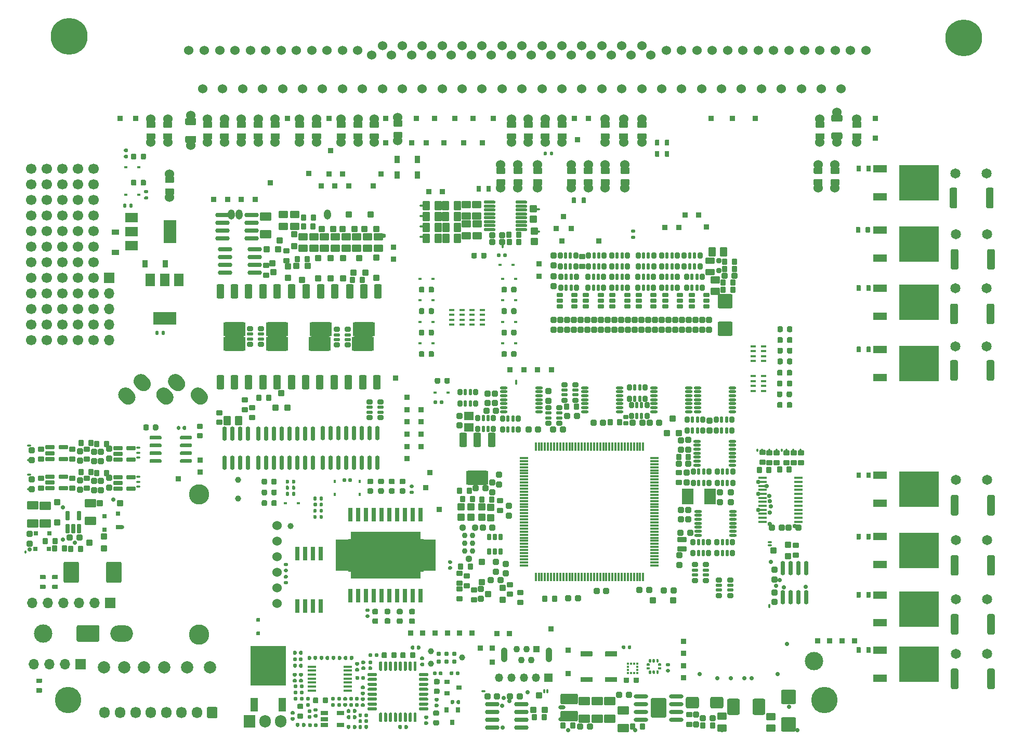
<source format=gts>
G75*
G70*
%OFA0B0*%
%FSLAX25Y25*%
%IPPOS*%
%LPD*%
%AMOC8*
5,1,8,0,0,1.08239X$1,22.5*
%
%AMM13*
21,1,0.076380,0.036220,0.000000,0.000000,0.000000*
21,1,0.061810,0.050790,0.000000,0.000000,0.000000*
1,1,0.014570,0.030910,-0.018110*
1,1,0.014570,-0.030910,-0.018110*
1,1,0.014570,-0.030910,0.018110*
1,1,0.014570,0.030910,0.018110*
%
%AMM14*
21,1,0.038980,0.026770,0.000000,0.000000,180.000000*
21,1,0.026770,0.038980,0.000000,0.000000,180.000000*
1,1,0.012210,-0.013390,0.013390*
1,1,0.012210,0.013390,0.013390*
1,1,0.012210,0.013390,-0.013390*
1,1,0.012210,-0.013390,-0.013390*
%
%AMM142*
21,1,0.040950,0.030320,-0.000000,-0.000000,0.000000*
21,1,0.028350,0.042910,-0.000000,-0.000000,0.000000*
1,1,0.012600,0.014170,-0.015160*
1,1,0.012600,-0.014170,-0.015160*
1,1,0.012600,-0.014170,0.015160*
1,1,0.012600,0.014170,0.015160*
%
%AMM143*
21,1,0.038980,0.026770,-0.000000,-0.000000,180.000000*
21,1,0.026770,0.038980,-0.000000,-0.000000,180.000000*
1,1,0.012210,-0.013390,0.013390*
1,1,0.012210,0.013390,0.013390*
1,1,0.012210,0.013390,-0.013390*
1,1,0.012210,-0.013390,-0.013390*
%
%AMM144*
21,1,0.033070,0.030710,-0.000000,-0.000000,0.000000*
21,1,0.022050,0.041730,-0.000000,-0.000000,0.000000*
1,1,0.011020,0.011020,-0.015350*
1,1,0.011020,-0.011020,-0.015350*
1,1,0.011020,-0.011020,0.015350*
1,1,0.011020,0.011020,0.015350*
%
%AMM148*
21,1,0.040950,0.030320,0.000000,-0.000000,90.000000*
21,1,0.028350,0.042910,0.000000,-0.000000,90.000000*
1,1,0.012600,0.015160,0.014170*
1,1,0.012600,0.015160,-0.014170*
1,1,0.012600,-0.015160,-0.014170*
1,1,0.012600,-0.015160,0.014170*
%
%AMM149*
21,1,0.038980,0.026770,0.000000,-0.000000,270.000000*
21,1,0.026770,0.038980,0.000000,-0.000000,270.000000*
1,1,0.012210,-0.013390,-0.013390*
1,1,0.012210,-0.013390,0.013390*
1,1,0.012210,0.013390,0.013390*
1,1,0.012210,0.013390,-0.013390*
%
%AMM15*
21,1,0.040950,0.030320,0.000000,0.000000,90.000000*
21,1,0.028350,0.042910,0.000000,0.000000,90.000000*
1,1,0.012600,0.015160,0.014170*
1,1,0.012600,0.015160,-0.014170*
1,1,0.012600,-0.015160,-0.014170*
1,1,0.012600,-0.015160,0.014170*
%
%AMM150*
21,1,0.033070,0.030710,0.000000,-0.000000,90.000000*
21,1,0.022050,0.041730,0.000000,-0.000000,90.000000*
1,1,0.011020,0.015350,0.011020*
1,1,0.011020,0.015350,-0.011020*
1,1,0.011020,-0.015350,-0.011020*
1,1,0.011020,-0.015350,0.011020*
%
%AMM16*
21,1,0.027170,0.052760,0.000000,0.000000,0.000000*
21,1,0.017320,0.062600,0.000000,0.000000,0.000000*
1,1,0.009840,0.008660,-0.026380*
1,1,0.009840,-0.008660,-0.026380*
1,1,0.009840,-0.008660,0.026380*
1,1,0.009840,0.008660,0.026380*
%
%AMM17*
21,1,0.100000,0.111020,0.000000,0.000000,180.000000*
21,1,0.075590,0.135430,0.000000,0.000000,180.000000*
1,1,0.024410,-0.037800,0.055510*
1,1,0.024410,0.037800,0.055510*
1,1,0.024410,0.037800,-0.055510*
1,1,0.024410,-0.037800,-0.055510*
%
%AMM18*
21,1,0.029130,0.018900,0.000000,0.000000,270.000000*
21,1,0.018900,0.029130,0.000000,0.000000,270.000000*
1,1,0.010240,-0.009450,-0.009450*
1,1,0.010240,-0.009450,0.009450*
1,1,0.010240,0.009450,0.009450*
1,1,0.010240,0.009450,-0.009450*
%
%AMM181*
21,1,0.111810,0.050390,-0.000000,-0.000000,180.000000*
21,1,0.093700,0.068500,-0.000000,-0.000000,180.000000*
1,1,0.018110,-0.046850,0.025200*
1,1,0.018110,0.046850,0.025200*
1,1,0.018110,0.046850,-0.025200*
1,1,0.018110,-0.046850,-0.025200*
%
%AMM182*
21,1,0.044880,0.049210,-0.000000,-0.000000,270.000000*
21,1,0.031500,0.062600,-0.000000,-0.000000,270.000000*
1,1,0.013390,-0.024610,-0.015750*
1,1,0.013390,-0.024610,0.015750*
1,1,0.013390,0.024610,0.015750*
1,1,0.013390,0.024610,-0.015750*
%
%AMM183*
21,1,0.076380,0.036220,-0.000000,-0.000000,0.000000*
21,1,0.061810,0.050790,-0.000000,-0.000000,0.000000*
1,1,0.014570,0.030910,-0.018110*
1,1,0.014570,-0.030910,-0.018110*
1,1,0.014570,-0.030910,0.018110*
1,1,0.014570,0.030910,0.018110*
%
%AMM184*
21,1,0.092130,0.073230,-0.000000,-0.000000,270.000000*
21,1,0.069290,0.096060,-0.000000,-0.000000,270.000000*
1,1,0.022840,-0.036610,-0.034650*
1,1,0.022840,-0.036610,0.034650*
1,1,0.022840,0.036610,0.034650*
1,1,0.022840,0.036610,-0.034650*
%
%AMM185*
21,1,0.084250,0.053540,-0.000000,-0.000000,0.000000*
21,1,0.065350,0.072440,-0.000000,-0.000000,0.000000*
1,1,0.018900,0.032680,-0.026770*
1,1,0.018900,-0.032680,-0.026770*
1,1,0.018900,-0.032680,0.026770*
1,1,0.018900,0.032680,0.026770*
%
%AMM186*
21,1,0.127560,0.075590,-0.000000,-0.000000,90.000000*
21,1,0.103150,0.100000,-0.000000,-0.000000,90.000000*
1,1,0.024410,0.037800,0.051580*
1,1,0.024410,0.037800,-0.051580*
1,1,0.024410,-0.037800,-0.051580*
1,1,0.024410,-0.037800,0.051580*
%
%AMM187*
21,1,0.038980,0.026770,-0.000000,-0.000000,0.000000*
21,1,0.026770,0.038980,-0.000000,-0.000000,0.000000*
1,1,0.012210,0.013390,-0.013390*
1,1,0.012210,-0.013390,-0.013390*
1,1,0.012210,-0.013390,0.013390*
1,1,0.012210,0.013390,0.013390*
%
%AMM188*
21,1,0.038980,0.026770,-0.000000,-0.000000,90.000000*
21,1,0.026770,0.038980,-0.000000,-0.000000,90.000000*
1,1,0.012210,0.013390,0.013390*
1,1,0.012210,0.013390,-0.013390*
1,1,0.012210,-0.013390,-0.013390*
1,1,0.012210,-0.013390,0.013390*
%
%AMM189*
21,1,0.080320,0.083460,-0.000000,-0.000000,0.000000*
21,1,0.059840,0.103940,-0.000000,-0.000000,0.000000*
1,1,0.020470,0.029920,-0.041730*
1,1,0.020470,-0.029920,-0.041730*
1,1,0.020470,-0.029920,0.041730*
1,1,0.020470,0.029920,0.041730*
%
%AMM19*
21,1,0.041340,0.026770,0.000000,0.000000,0.000000*
21,1,0.029130,0.038980,0.000000,0.000000,0.000000*
1,1,0.012210,0.014570,-0.013390*
1,1,0.012210,-0.014570,-0.013390*
1,1,0.012210,-0.014570,0.013390*
1,1,0.012210,0.014570,0.013390*
%
%AMM190*
21,1,0.033070,0.030710,-0.000000,-0.000000,270.000000*
21,1,0.022050,0.041730,-0.000000,-0.000000,270.000000*
1,1,0.011020,-0.015350,-0.011020*
1,1,0.011020,-0.015350,0.011020*
1,1,0.011020,0.015350,0.011020*
1,1,0.011020,0.015350,-0.011020*
%
%AMM197*
21,1,0.044880,0.035430,-0.000000,-0.000000,90.000000*
21,1,0.031500,0.048820,-0.000000,-0.000000,90.000000*
1,1,0.013390,0.017720,0.015750*
1,1,0.013390,0.017720,-0.015750*
1,1,0.013390,-0.017720,-0.015750*
1,1,0.013390,-0.017720,0.015750*
%
%AMM198*
21,1,0.044880,0.049210,-0.000000,-0.000000,180.000000*
21,1,0.031500,0.062600,-0.000000,-0.000000,180.000000*
1,1,0.013390,-0.015750,0.024610*
1,1,0.013390,0.015750,0.024610*
1,1,0.013390,0.015750,-0.024610*
1,1,0.013390,-0.015750,-0.024610*
%
%AMM20*
21,1,0.029130,0.018900,0.000000,0.000000,180.000000*
21,1,0.018900,0.029130,0.000000,0.000000,180.000000*
1,1,0.010240,-0.009450,0.009450*
1,1,0.010240,0.009450,0.009450*
1,1,0.010240,0.009450,-0.009450*
1,1,0.010240,-0.009450,-0.009450*
%
%AMM21*
21,1,0.033070,0.030710,0.000000,0.000000,0.000000*
21,1,0.022050,0.041730,0.000000,0.000000,0.000000*
1,1,0.011020,0.011020,-0.015350*
1,1,0.011020,-0.011020,-0.015350*
1,1,0.011020,-0.011020,0.015350*
1,1,0.011020,0.011020,0.015350*
%
%AMM22*
21,1,0.038980,0.026770,0.000000,0.000000,90.000000*
21,1,0.026770,0.038980,0.000000,0.000000,90.000000*
1,1,0.012210,0.013390,0.013390*
1,1,0.012210,0.013390,-0.013390*
1,1,0.012210,-0.013390,-0.013390*
1,1,0.012210,-0.013390,0.013390*
%
%AMM23*
21,1,0.041340,0.026770,0.000000,0.000000,90.000000*
21,1,0.029130,0.038980,0.000000,0.000000,90.000000*
1,1,0.012210,0.013390,0.014570*
1,1,0.012210,0.013390,-0.014570*
1,1,0.012210,-0.013390,-0.014570*
1,1,0.012210,-0.013390,0.014570*
%
%AMM234*
21,1,0.092130,0.073230,-0.000000,-0.000000,90.000000*
21,1,0.069290,0.096060,-0.000000,-0.000000,90.000000*
1,1,0.022840,0.036610,0.034650*
1,1,0.022840,0.036610,-0.034650*
1,1,0.022840,-0.036610,-0.034650*
1,1,0.022840,-0.036610,0.034650*
%
%AMM235*
21,1,0.033070,0.030710,-0.000000,-0.000000,180.000000*
21,1,0.022050,0.041730,-0.000000,-0.000000,180.000000*
1,1,0.011020,-0.011020,0.015350*
1,1,0.011020,0.011020,0.015350*
1,1,0.011020,0.011020,-0.015350*
1,1,0.011020,-0.011020,-0.015350*
%
%AMM236*
21,1,0.023230,0.027950,-0.000000,-0.000000,180.000000*
21,1,0.014170,0.037010,-0.000000,-0.000000,180.000000*
1,1,0.009060,-0.007090,0.013980*
1,1,0.009060,0.007090,0.013980*
1,1,0.009060,0.007090,-0.013980*
1,1,0.009060,-0.007090,-0.013980*
%
%AMM237*
21,1,0.029130,0.030710,-0.000000,-0.000000,270.000000*
21,1,0.018900,0.040950,-0.000000,-0.000000,270.000000*
1,1,0.010240,-0.015350,-0.009450*
1,1,0.010240,-0.015350,0.009450*
1,1,0.010240,0.015350,0.009450*
1,1,0.010240,0.015350,-0.009450*
%
%AMM238*
21,1,0.031100,0.026380,-0.000000,-0.000000,180.000000*
21,1,0.020470,0.037010,-0.000000,-0.000000,180.000000*
1,1,0.010630,-0.010240,0.013190*
1,1,0.010630,0.010240,0.013190*
1,1,0.010630,0.010240,-0.013190*
1,1,0.010630,-0.010240,-0.013190*
%
%AMM239*
21,1,0.044880,0.049210,-0.000000,-0.000000,0.000000*
21,1,0.031500,0.062600,-0.000000,-0.000000,0.000000*
1,1,0.013390,0.015750,-0.024610*
1,1,0.013390,-0.015750,-0.024610*
1,1,0.013390,-0.015750,0.024610*
1,1,0.013390,0.015750,0.024610*
%
%AMM240*
21,1,0.040950,0.050000,-0.000000,-0.000000,90.000000*
21,1,0.028350,0.062600,-0.000000,-0.000000,90.000000*
1,1,0.012600,0.025000,0.014170*
1,1,0.012600,0.025000,-0.014170*
1,1,0.012600,-0.025000,-0.014170*
1,1,0.012600,-0.025000,0.014170*
%
%AMM276*
21,1,0.076380,0.036220,-0.000000,-0.000000,180.000000*
21,1,0.061810,0.050790,-0.000000,-0.000000,180.000000*
1,1,0.014570,-0.030910,0.018110*
1,1,0.014570,0.030910,0.018110*
1,1,0.014570,0.030910,-0.018110*
1,1,0.014570,-0.030910,-0.018110*
%
%AMM277*
21,1,0.048820,0.075980,-0.000000,-0.000000,0.000000*
21,1,0.034650,0.090160,-0.000000,-0.000000,0.000000*
1,1,0.014170,0.017320,-0.037990*
1,1,0.014170,-0.017320,-0.037990*
1,1,0.014170,-0.017320,0.037990*
1,1,0.014170,0.017320,0.037990*
%
%AMM278*
21,1,0.040950,0.030320,-0.000000,-0.000000,180.000000*
21,1,0.028350,0.042910,-0.000000,-0.000000,180.000000*
1,1,0.012600,-0.014170,0.015160*
1,1,0.012600,0.014170,0.015160*
1,1,0.012600,0.014170,-0.015160*
1,1,0.012600,-0.014170,-0.015160*
%
%AMM279*
21,1,0.040950,0.030320,-0.000000,-0.000000,90.000000*
21,1,0.028350,0.042910,-0.000000,-0.000000,90.000000*
1,1,0.012600,0.015160,0.014170*
1,1,0.012600,0.015160,-0.014170*
1,1,0.012600,-0.015160,-0.014170*
1,1,0.012600,-0.015160,0.014170*
%
%AMM280*
21,1,0.023230,0.027950,-0.000000,-0.000000,270.000000*
21,1,0.014170,0.037010,-0.000000,-0.000000,270.000000*
1,1,0.009060,-0.013980,-0.007090*
1,1,0.009060,-0.013980,0.007090*
1,1,0.009060,0.013980,0.007090*
1,1,0.009060,0.013980,-0.007090*
%
%AMM281*
21,1,0.031100,0.026380,-0.000000,-0.000000,270.000000*
21,1,0.020470,0.037010,-0.000000,-0.000000,270.000000*
1,1,0.010630,-0.013190,-0.010240*
1,1,0.010630,-0.013190,0.010240*
1,1,0.010630,0.013190,0.010240*
1,1,0.010630,0.013190,-0.010240*
%
%AMM282*
21,1,0.143310,0.067720,-0.000000,-0.000000,0.000000*
21,1,0.120870,0.090160,-0.000000,-0.000000,0.000000*
1,1,0.022440,0.060430,-0.033860*
1,1,0.022440,-0.060430,-0.033860*
1,1,0.022440,-0.060430,0.033860*
1,1,0.022440,0.060430,0.033860*
%
%AMM283*
21,1,0.048820,0.075990,-0.000000,-0.000000,0.000000*
21,1,0.034650,0.090160,-0.000000,-0.000000,0.000000*
1,1,0.014170,0.017320,-0.037990*
1,1,0.014170,-0.017320,-0.037990*
1,1,0.014170,-0.017320,0.037990*
1,1,0.014170,0.017320,0.037990*
%
%AMM284*
21,1,0.041340,0.026770,-0.000000,-0.000000,270.000000*
21,1,0.029130,0.038980,-0.000000,-0.000000,270.000000*
1,1,0.012210,-0.013390,-0.014570*
1,1,0.012210,-0.013390,0.014570*
1,1,0.012210,0.013390,0.014570*
1,1,0.012210,0.013390,-0.014570*
%
%AMM29*
21,1,0.033070,0.030710,0.000000,0.000000,180.000000*
21,1,0.022050,0.041730,0.000000,0.000000,180.000000*
1,1,0.011020,-0.011020,0.015350*
1,1,0.011020,0.011020,0.015350*
1,1,0.011020,0.011020,-0.015350*
1,1,0.011020,-0.011020,-0.015350*
%
%AMM290*
21,1,0.033070,0.030710,-0.000000,-0.000000,90.000000*
21,1,0.022050,0.041730,-0.000000,-0.000000,90.000000*
1,1,0.011020,0.015350,0.011020*
1,1,0.011020,0.015350,-0.011020*
1,1,0.011020,-0.015350,-0.011020*
1,1,0.011020,-0.015350,0.011020*
%
%AMM350*
21,1,0.041340,0.026770,-0.000000,-0.000000,0.000000*
21,1,0.029130,0.038980,-0.000000,-0.000000,0.000000*
1,1,0.012210,0.014570,-0.013390*
1,1,0.012210,-0.014570,-0.013390*
1,1,0.012210,-0.014570,0.013390*
1,1,0.012210,0.014570,0.013390*
%
%AMM351*
21,1,0.033070,0.018900,-0.000000,-0.000000,0.000000*
21,1,0.022840,0.029130,-0.000000,-0.000000,0.000000*
1,1,0.010240,0.011420,-0.009450*
1,1,0.010240,-0.011420,-0.009450*
1,1,0.010240,-0.011420,0.009450*
1,1,0.010240,0.011420,0.009450*
%
%AMM352*
21,1,0.143310,0.067720,-0.000000,-0.000000,180.000000*
21,1,0.120870,0.090160,-0.000000,-0.000000,180.000000*
1,1,0.022440,-0.060430,0.033860*
1,1,0.022440,0.060430,0.033860*
1,1,0.022440,0.060430,-0.033860*
1,1,0.022440,-0.060430,-0.033860*
%
%AMM353*
21,1,0.048820,0.075980,-0.000000,-0.000000,180.000000*
21,1,0.034650,0.090160,-0.000000,-0.000000,180.000000*
1,1,0.014170,-0.017320,0.037990*
1,1,0.014170,0.017320,0.037990*
1,1,0.014170,0.017320,-0.037990*
1,1,0.014170,-0.017320,-0.037990*
%
%AMM354*
21,1,0.048820,0.075990,-0.000000,-0.000000,180.000000*
21,1,0.034650,0.090160,-0.000000,-0.000000,180.000000*
1,1,0.014170,-0.017320,0.037990*
1,1,0.014170,0.017320,0.037990*
1,1,0.014170,0.017320,-0.037990*
1,1,0.014170,-0.017320,-0.037990*
%
%AMM355*
21,1,0.041340,0.026770,-0.000000,-0.000000,90.000000*
21,1,0.029130,0.038980,-0.000000,-0.000000,90.000000*
1,1,0.012210,0.013390,0.014570*
1,1,0.012210,0.013390,-0.014570*
1,1,0.012210,-0.013390,-0.014570*
1,1,0.012210,-0.013390,0.014570*
%
%AMM356*
21,1,0.033070,0.049610,-0.000000,-0.000000,90.000000*
21,1,0.022050,0.060630,-0.000000,-0.000000,90.000000*
1,1,0.011020,0.024800,0.011020*
1,1,0.011020,0.024800,-0.011020*
1,1,0.011020,-0.024800,-0.011020*
1,1,0.011020,-0.024800,0.011020*
%
%AMM357*
21,1,0.023230,0.027950,-0.000000,-0.000000,90.000000*
21,1,0.014170,0.037010,-0.000000,-0.000000,90.000000*
1,1,0.009060,0.013980,0.007090*
1,1,0.009060,0.013980,-0.007090*
1,1,0.009060,-0.013980,-0.007090*
1,1,0.009060,-0.013980,0.007090*
%
%AMM358*
21,1,0.031100,0.026380,-0.000000,-0.000000,90.000000*
21,1,0.020470,0.037010,-0.000000,-0.000000,90.000000*
1,1,0.010630,0.013190,0.010240*
1,1,0.010630,0.013190,-0.010240*
1,1,0.010630,-0.013190,-0.010240*
1,1,0.010630,-0.013190,0.010240*
%
%AMM359*
21,1,0.029130,0.030710,-0.000000,-0.000000,0.000000*
21,1,0.018900,0.040950,-0.000000,-0.000000,0.000000*
1,1,0.010240,0.009450,-0.015350*
1,1,0.010240,-0.009450,-0.015350*
1,1,0.010240,-0.009450,0.015350*
1,1,0.010240,0.009450,0.015350*
%
%AMM360*
21,1,0.015350,0.017720,-0.000000,-0.000000,0.000000*
21,1,0.000000,0.033070,-0.000000,-0.000000,0.000000*
1,1,0.015350,-0.000000,-0.008860*
1,1,0.015350,-0.000000,-0.008860*
1,1,0.015350,-0.000000,0.008860*
1,1,0.015350,-0.000000,0.008860*
%
%AMM42*
21,1,0.038980,0.026770,0.000000,0.000000,270.000000*
21,1,0.026770,0.038980,0.000000,0.000000,270.000000*
1,1,0.012210,-0.013390,-0.013390*
1,1,0.012210,-0.013390,0.013390*
1,1,0.012210,0.013390,0.013390*
1,1,0.012210,0.013390,-0.013390*
%
%AMM73*
21,1,0.027170,0.052760,0.000000,0.000000,270.000000*
21,1,0.017320,0.062600,0.000000,0.000000,270.000000*
1,1,0.009840,-0.026380,-0.008660*
1,1,0.009840,-0.026380,0.008660*
1,1,0.009840,0.026380,0.008660*
1,1,0.009840,0.026380,-0.008660*
%
%AMM74*
21,1,0.033070,0.030710,0.000000,0.000000,270.000000*
21,1,0.022050,0.041730,0.000000,0.000000,270.000000*
1,1,0.011020,-0.015350,-0.011020*
1,1,0.011020,-0.015350,0.011020*
1,1,0.011020,0.015350,0.011020*
1,1,0.011020,0.015350,-0.011020*
%
%ADD101R,0.22835X0.25197*%
%ADD103O,0.00787X0.01969*%
%ADD105C,0.04451*%
%ADD108R,0.03543X0.03150*%
%ADD109C,0.03651*%
%ADD110O,0.09213X0.02520*%
%ADD113O,0.01969X0.00984*%
%ADD115R,0.07500X0.07874*%
%ADD129R,0.04724X0.08661*%
%ADD131O,0.04331X0.09449*%
%ADD140O,0.03937X0.05906*%
%ADD141C,0.02362*%
%ADD143C,0.06496*%
%ADD144R,0.02520X0.08504*%
%ADD145O,0.01535X0.02520*%
%ADD15O,0.05512X0.01535*%
%ADD150M21*%
%ADD154M29*%
%ADD157R,0.01476X0.01378*%
%ADD16C,0.03100*%
%ADD163O,0.03701X0.02913*%
%ADD164C,0.03937*%
%ADD170O,0.05315X0.05315*%
%ADD175M15*%
%ADD177M42*%
%ADD183O,0.06693X0.07283*%
%ADD190R,0.04803X0.02559*%
%ADD197R,0.25197X0.22835*%
%ADD199O,0.07500X0.07874*%
%ADD201R,0.08000X0.20000*%
%ADD202R,0.07874X0.05906*%
%ADD204C,0.13000*%
%ADD213O,0.00984X0.01969*%
%ADD218R,0.45000X0.30000*%
%ADD220C,0.03701*%
%ADD226M14*%
%ADD227R,0.14961X0.07874*%
%ADD23M13*%
%ADD231O,0.05669X0.01417*%
%ADD232C,0.00039*%
%ADD233C,0.23622*%
%ADD235R,0.05315X0.05315*%
%ADD237C,0.03900*%
%ADD243O,0.09213X0.02913*%
%ADD245O,0.14567X0.10630*%
%ADD246O,0.04488X0.02520*%
%ADD250R,0.06457X0.05669*%
%ADD255O,0.03150X0.02362*%
%ADD260O,0.02913X0.09213*%
%ADD262R,0.08661X0.04724*%
%ADD264R,0.03543X0.04724*%
%ADD265M73*%
%ADD268C,0.06000*%
%ADD282R,0.02362X0.01772*%
%ADD285O,0.02520X0.01535*%
%ADD288R,0.04331X0.04331*%
%ADD289O,0.07638X0.01929*%
%ADD292M74*%
%ADD293C,0.04331*%
%ADD294R,0.03150X0.03543*%
%ADD298M17*%
%ADD299M18*%
%ADD302M23*%
%ADD303R,0.05906X0.07874*%
%ADD304O,0.06693X0.06693*%
%ADD306R,0.03346X0.03346*%
%ADD311M22*%
%ADD313O,0.00787X0.01575*%
%ADD316R,0.03150X0.08661*%
%ADD318R,0.04724X0.03543*%
%ADD319R,0.01772X0.02362*%
%ADD33O,0.03937X0.01969*%
%ADD332O,0.01417X0.05669*%
%ADD343M142*%
%ADD344M143*%
%ADD345M144*%
%ADD349M148*%
%ADD35O,0.02520X0.04488*%
%ADD350M149*%
%ADD351M150*%
%ADD40C,0.06693*%
%ADD403M181*%
%ADD404M182*%
%ADD405M183*%
%ADD406M184*%
%ADD407M185*%
%ADD408M186*%
%ADD409M187*%
%ADD410M188*%
%ADD411M189*%
%ADD412M190*%
%ADD42C,0.07874*%
%ADD425M197*%
%ADD426M198*%
%ADD46R,0.07244X0.10000*%
%ADD462M234*%
%ADD463M235*%
%ADD464M236*%
%ADD465M237*%
%ADD466M238*%
%ADD467M239*%
%ADD468M240*%
%ADD47O,0.01339X0.02520*%
%ADD48R,0.06693X0.06693*%
%ADD519M276*%
%ADD520M277*%
%ADD521M278*%
%ADD522M279*%
%ADD523M280*%
%ADD524M281*%
%ADD525M282*%
%ADD526M283*%
%ADD527M284*%
%ADD537M290*%
%ADD56O,0.01339X0.02126*%
%ADD60M16*%
%ADD603M350*%
%ADD604M351*%
%ADD605M352*%
%ADD606M353*%
%ADD607M354*%
%ADD608M355*%
%ADD609M356*%
%ADD61O,0.04882X0.01732*%
%ADD610M357*%
%ADD611M358*%
%ADD612M359*%
%ADD613M360*%
%ADD70M19*%
%ADD76M20*%
%ADD78R,0.05709X0.01772*%
%ADD79R,0.03543X0.01575*%
%ADD81C,0.11811*%
%ADD86O,0.04488X0.06457*%
%ADD90R,0.07874X0.14961*%
%ADD93C,0.02913*%
%ADD95R,0.01378X0.01476*%
%ADD97C,0.16929*%
X0000000Y0000000D02*
%LPD*%
G01*
D232*
X0257025Y0104847D02*
X0255377Y0104847D01*
X0255377Y0104847D02*
X0255377Y0125668D01*
X0255377Y0125668D02*
X0257025Y0125668D01*
X0257025Y0125668D02*
X0257025Y0104847D01*
G36*
X0257025Y0104847D02*
G01*
X0255377Y0104847D01*
X0255377Y0125668D01*
X0257025Y0125668D01*
X0257025Y0104847D01*
G37*
X0257025Y0104847D02*
X0255377Y0104847D01*
X0255377Y0125668D01*
X0257025Y0125668D01*
X0257025Y0104847D01*
X0210554Y0104847D02*
X0208977Y0104847D01*
X0208977Y0104847D02*
X0208977Y0125658D01*
X0208977Y0125658D02*
X0210554Y0125658D01*
X0210554Y0125658D02*
X0210554Y0104847D01*
G36*
X0210554Y0104847D02*
G01*
X0208977Y0104847D01*
X0208977Y0125658D01*
X0210554Y0125658D01*
X0210554Y0104847D01*
G37*
X0210554Y0104847D02*
X0208977Y0104847D01*
X0208977Y0125658D01*
X0210554Y0125658D01*
X0210554Y0104847D01*
D233*
X0030050Y0448253D03*
X0603711Y0447268D03*
D268*
X0106861Y0439394D03*
X0126546Y0439394D03*
X0146231Y0439394D03*
X0165916Y0439394D03*
X0185601Y0439394D03*
X0205286Y0439394D03*
X0223987Y0436442D03*
X0236782Y0436442D03*
X0249577Y0436442D03*
X0262373Y0436442D03*
X0275168Y0436442D03*
X0287963Y0436442D03*
X0300758Y0436442D03*
X0313554Y0436442D03*
X0326349Y0436442D03*
X0339144Y0436442D03*
X0351940Y0436442D03*
X0364735Y0436442D03*
X0377530Y0436442D03*
X0390325Y0436442D03*
X0403121Y0436442D03*
X0422806Y0439394D03*
X0442491Y0439394D03*
X0462176Y0439394D03*
X0481861Y0439394D03*
X0501546Y0439394D03*
X0521231Y0439394D03*
X0540916Y0439394D03*
X0116703Y0439394D03*
X0136388Y0439394D03*
X0156073Y0439394D03*
X0175758Y0439394D03*
X0195444Y0439394D03*
X0215129Y0439394D03*
X0230877Y0442347D03*
X0243672Y0442347D03*
X0256467Y0442347D03*
X0269262Y0442347D03*
X0282058Y0442347D03*
X0294853Y0442347D03*
X0307648Y0442347D03*
X0320444Y0442347D03*
X0333239Y0442347D03*
X0346034Y0442347D03*
X0358829Y0442347D03*
X0371625Y0442347D03*
X0384420Y0442347D03*
X0397215Y0442347D03*
X0412963Y0439394D03*
X0432648Y0439394D03*
X0452333Y0439394D03*
X0472018Y0439394D03*
X0491703Y0439394D03*
X0511388Y0439394D03*
X0531073Y0439394D03*
X0115719Y0414788D03*
X0128514Y0414788D03*
X0141310Y0414788D03*
X0154105Y0414788D03*
X0166900Y0414788D03*
X0179695Y0414788D03*
X0192491Y0414788D03*
X0205286Y0414788D03*
X0218081Y0414788D03*
X0230877Y0414788D03*
X0243672Y0414788D03*
X0256467Y0414788D03*
X0269262Y0414788D03*
X0282058Y0414788D03*
X0294853Y0414788D03*
X0307648Y0414788D03*
X0320444Y0414788D03*
X0333239Y0414788D03*
X0346034Y0414788D03*
X0358829Y0414788D03*
X0371625Y0414788D03*
X0384420Y0414788D03*
X0397215Y0414788D03*
X0410010Y0414788D03*
X0422806Y0414788D03*
X0435601Y0414788D03*
X0448396Y0414788D03*
X0461192Y0414788D03*
X0473987Y0414788D03*
X0486782Y0414788D03*
X0499577Y0414788D03*
X0512373Y0414788D03*
X0525168Y0414788D03*
X0082387Y0395385D03*
G36*
G01*
X0079926Y0393593D02*
X0084847Y0393593D01*
G75*
G02*
X0085241Y0393200I0000000J-000394D01*
G01*
X0085241Y0390050D01*
G75*
G02*
X0084847Y0389656I-000394J0000000D01*
G01*
X0079926Y0389656D01*
G75*
G02*
X0079532Y0390050I0000000J0000394D01*
G01*
X0079532Y0393200D01*
G75*
G02*
X0079926Y0393593I0000394J0000000D01*
G01*
G37*
G36*
G01*
X0079926Y0386113D02*
X0084847Y0386113D01*
G75*
G02*
X0085241Y0385719I0000000J-000394D01*
G01*
X0085241Y0382570D01*
G75*
G02*
X0084847Y0382176I-000394J0000000D01*
G01*
X0079926Y0382176D01*
G75*
G02*
X0079532Y0382570I0000000J0000394D01*
G01*
X0079532Y0385719D01*
G75*
G02*
X0079926Y0386113I0000394J0000000D01*
G01*
G37*
X0082387Y0380385D03*
X0118804Y0395385D03*
G36*
G01*
X0116344Y0393593D02*
X0121265Y0393593D01*
G75*
G02*
X0121658Y0393200I0000000J-000394D01*
G01*
X0121658Y0390050D01*
G75*
G02*
X0121265Y0389656I-000394J0000000D01*
G01*
X0116344Y0389656D01*
G75*
G02*
X0115950Y0390050I0000000J0000394D01*
G01*
X0115950Y0393200D01*
G75*
G02*
X0116344Y0393593I0000394J0000000D01*
G01*
G37*
G36*
G01*
X0116344Y0386113D02*
X0121265Y0386113D01*
G75*
G02*
X0121658Y0385719I0000000J-000394D01*
G01*
X0121658Y0382570D01*
G75*
G02*
X0121265Y0382176I-000394J0000000D01*
G01*
X0116344Y0382176D01*
G75*
G02*
X0115950Y0382570I0000000J0000394D01*
G01*
X0115950Y0385719D01*
G75*
G02*
X0116344Y0386113I0000394J0000000D01*
G01*
G37*
X0118804Y0380385D03*
G36*
G01*
X0137997Y0393593D02*
X0142918Y0393593D01*
G75*
G02*
X0143312Y0393200I0000000J-000394D01*
G01*
X0143312Y0390050D01*
G75*
G02*
X0142918Y0389656I-000394J0000000D01*
G01*
X0137997Y0389656D01*
G75*
G02*
X0137603Y0390050I0000000J0000394D01*
G01*
X0137603Y0393200D01*
G75*
G02*
X0137997Y0393593I0000394J0000000D01*
G01*
G37*
X0140458Y0395385D03*
X0140458Y0380385D03*
G36*
G01*
X0137997Y0386113D02*
X0142918Y0386113D01*
G75*
G02*
X0143312Y0385719I0000000J-000394D01*
G01*
X0143312Y0382570D01*
G75*
G02*
X0142918Y0382176I-000394J0000000D01*
G01*
X0137997Y0382176D01*
G75*
G02*
X0137603Y0382570I0000000J0000394D01*
G01*
X0137603Y0385719D01*
G75*
G02*
X0137997Y0386113I0000394J0000000D01*
G01*
G37*
X0177859Y0395385D03*
G36*
G01*
X0175399Y0393593D02*
X0180320Y0393593D01*
G75*
G02*
X0180714Y0393200I0000000J-000394D01*
G01*
X0180714Y0390050D01*
G75*
G02*
X0180320Y0389656I-000394J0000000D01*
G01*
X0175399Y0389656D01*
G75*
G02*
X0175005Y0390050I0000000J0000394D01*
G01*
X0175005Y0393200D01*
G75*
G02*
X0175399Y0393593I0000394J0000000D01*
G01*
G37*
X0177859Y0380385D03*
G36*
G01*
X0175399Y0386113D02*
X0180320Y0386113D01*
G75*
G02*
X0180714Y0385719I0000000J-000394D01*
G01*
X0180714Y0382570D01*
G75*
G02*
X0180320Y0382176I-000394J0000000D01*
G01*
X0175399Y0382176D01*
G75*
G02*
X0175005Y0382570I0000000J0000394D01*
G01*
X0175005Y0385719D01*
G75*
G02*
X0175399Y0386113I0000394J0000000D01*
G01*
G37*
G36*
G01*
X0201973Y0393593D02*
X0206895Y0393593D01*
G75*
G02*
X0207288Y0393200I0000000J-000394D01*
G01*
X0207288Y0390050D01*
G75*
G02*
X0206895Y0389656I-000394J0000000D01*
G01*
X0201973Y0389656D01*
G75*
G02*
X0201580Y0390050I0000000J0000394D01*
G01*
X0201580Y0393200D01*
G75*
G02*
X0201973Y0393593I0000394J0000000D01*
G01*
G37*
X0204434Y0395385D03*
G36*
G01*
X0201973Y0386113D02*
X0206895Y0386113D01*
G75*
G02*
X0207288Y0385719I0000000J-000394D01*
G01*
X0207288Y0382570D01*
G75*
G02*
X0206895Y0382176I-000394J0000000D01*
G01*
X0201973Y0382176D01*
G75*
G02*
X0201580Y0382570I0000000J0000394D01*
G01*
X0201580Y0385719D01*
G75*
G02*
X0201973Y0386113I0000394J0000000D01*
G01*
G37*
X0204434Y0380385D03*
X0335340Y0395385D03*
G36*
G01*
X0332879Y0393593D02*
X0337800Y0393593D01*
G75*
G02*
X0338194Y0393200I0000000J-000394D01*
G01*
X0338194Y0390050D01*
G75*
G02*
X0337800Y0389656I-000394J0000000D01*
G01*
X0332879Y0389656D01*
G75*
G02*
X0332485Y0390050I0000000J0000394D01*
G01*
X0332485Y0393200D01*
G75*
G02*
X0332879Y0393593I0000394J0000000D01*
G01*
G37*
G36*
G01*
X0332879Y0386113D02*
X0337800Y0386113D01*
G75*
G02*
X0338194Y0385719I0000000J-000394D01*
G01*
X0338194Y0382570D01*
G75*
G02*
X0337800Y0382176I-000394J0000000D01*
G01*
X0332879Y0382176D01*
G75*
G02*
X0332485Y0382570I0000000J0000394D01*
G01*
X0332485Y0385719D01*
G75*
G02*
X0332879Y0386113I0000394J0000000D01*
G01*
G37*
X0335340Y0380385D03*
G36*
G01*
X0343706Y0393593D02*
X0348627Y0393593D01*
G75*
G02*
X0349021Y0393200I0000000J-000394D01*
G01*
X0349021Y0390050D01*
G75*
G02*
X0348627Y0389656I-000394J0000000D01*
G01*
X0343706Y0389656D01*
G75*
G02*
X0343312Y0390050I0000000J0000394D01*
G01*
X0343312Y0393200D01*
G75*
G02*
X0343706Y0393593I0000394J0000000D01*
G01*
G37*
X0346166Y0395385D03*
G36*
G01*
X0343706Y0386113D02*
X0348627Y0386113D01*
G75*
G02*
X0349021Y0385719I0000000J-000394D01*
G01*
X0349021Y0382570D01*
G75*
G02*
X0348627Y0382176I-000394J0000000D01*
G01*
X0343706Y0382176D01*
G75*
G02*
X0343312Y0382570I0000000J0000394D01*
G01*
X0343312Y0385719D01*
G75*
G02*
X0343706Y0386113I0000394J0000000D01*
G01*
G37*
X0346166Y0380385D03*
G36*
G01*
X0371265Y0364066D02*
X0376186Y0364066D01*
G75*
G02*
X0376580Y0363672I0000000J-000394D01*
G01*
X0376580Y0360523D01*
G75*
G02*
X0376186Y0360129I-000394J0000000D01*
G01*
X0371265Y0360129D01*
G75*
G02*
X0370871Y0360523I0000000J0000394D01*
G01*
X0370871Y0363672D01*
G75*
G02*
X0371265Y0364066I0000394J0000000D01*
G01*
G37*
X0373725Y0365857D03*
X0373725Y0350857D03*
G36*
G01*
X0371265Y0356586D02*
X0376186Y0356586D01*
G75*
G02*
X0376580Y0356192I0000000J-000394D01*
G01*
X0376580Y0353042D01*
G75*
G02*
X0376186Y0352649I-000394J0000000D01*
G01*
X0371265Y0352649D01*
G75*
G02*
X0370871Y0353042I0000000J0000394D01*
G01*
X0370871Y0356192D01*
G75*
G02*
X0371265Y0356586I0000394J0000000D01*
G01*
G37*
X0386521Y0365857D03*
G36*
G01*
X0384060Y0364066D02*
X0388981Y0364066D01*
G75*
G02*
X0389375Y0363672I0000000J-000394D01*
G01*
X0389375Y0360523D01*
G75*
G02*
X0388981Y0360129I-000394J0000000D01*
G01*
X0384060Y0360129D01*
G75*
G02*
X0383666Y0360523I0000000J0000394D01*
G01*
X0383666Y0363672D01*
G75*
G02*
X0384060Y0364066I0000394J0000000D01*
G01*
G37*
G36*
G01*
X0384060Y0356586D02*
X0388981Y0356586D01*
G75*
G02*
X0389375Y0356192I0000000J-000394D01*
G01*
X0389375Y0353042D01*
G75*
G02*
X0388981Y0352649I-000394J0000000D01*
G01*
X0384060Y0352649D01*
G75*
G02*
X0383666Y0353042I0000000J0000394D01*
G01*
X0383666Y0356192D01*
G75*
G02*
X0384060Y0356586I0000394J0000000D01*
G01*
G37*
X0386521Y0350857D03*
G36*
G01*
X0509060Y0393593D02*
X0513981Y0393593D01*
G75*
G02*
X0514375Y0393200I0000000J-000394D01*
G01*
X0514375Y0390050D01*
G75*
G02*
X0513981Y0389656I-000394J0000000D01*
G01*
X0509060Y0389656D01*
G75*
G02*
X0508666Y0390050I0000000J0000394D01*
G01*
X0508666Y0393200D01*
G75*
G02*
X0509060Y0393593I0000394J0000000D01*
G01*
G37*
X0511521Y0395385D03*
G36*
G01*
X0509060Y0386113D02*
X0513981Y0386113D01*
G75*
G02*
X0514375Y0385719I0000000J-000394D01*
G01*
X0514375Y0382570D01*
G75*
G02*
X0513981Y0382176I-000394J0000000D01*
G01*
X0509060Y0382176D01*
G75*
G02*
X0508666Y0382570I0000000J0000394D01*
G01*
X0508666Y0385719D01*
G75*
G02*
X0509060Y0386113I0000394J0000000D01*
G01*
G37*
X0511521Y0380385D03*
X0535143Y0395385D03*
G36*
G01*
X0532682Y0393593D02*
X0537603Y0393593D01*
G75*
G02*
X0537997Y0393200I0000000J-000394D01*
G01*
X0537997Y0390050D01*
G75*
G02*
X0537603Y0389656I-000394J0000000D01*
G01*
X0532682Y0389656D01*
G75*
G02*
X0532288Y0390050I0000000J0000394D01*
G01*
X0532288Y0393200D01*
G75*
G02*
X0532682Y0393593I0000394J0000000D01*
G01*
G37*
G36*
G01*
X0532682Y0386113D02*
X0537603Y0386113D01*
G75*
G02*
X0537997Y0385719I0000000J-000394D01*
G01*
X0537997Y0382570D01*
G75*
G02*
X0537603Y0382176I-000394J0000000D01*
G01*
X0532682Y0382176D01*
G75*
G02*
X0532288Y0382570I0000000J0000394D01*
G01*
X0532288Y0385719D01*
G75*
G02*
X0532682Y0386113I0000394J0000000D01*
G01*
G37*
X0535143Y0380385D03*
X0093214Y0395385D03*
G36*
G01*
X0090753Y0393593D02*
X0095674Y0393593D01*
G75*
G02*
X0096068Y0393200I0000000J-000394D01*
G01*
X0096068Y0390050D01*
G75*
G02*
X0095674Y0389656I-000394J0000000D01*
G01*
X0090753Y0389656D01*
G75*
G02*
X0090359Y0390050I0000000J0000394D01*
G01*
X0090359Y0393200D01*
G75*
G02*
X0090753Y0393593I0000394J0000000D01*
G01*
G37*
G36*
G01*
X0090753Y0386113D02*
X0095674Y0386113D01*
G75*
G02*
X0096068Y0385719I0000000J-000394D01*
G01*
X0096068Y0382570D01*
G75*
G02*
X0095674Y0382176I-000394J0000000D01*
G01*
X0090753Y0382176D01*
G75*
G02*
X0090359Y0382570I0000000J0000394D01*
G01*
X0090359Y0385719D01*
G75*
G02*
X0090753Y0386113I0000394J0000000D01*
G01*
G37*
X0093214Y0380385D03*
G36*
G01*
X0127170Y0393593D02*
X0132092Y0393593D01*
G75*
G02*
X0132485Y0393200I0000000J-000394D01*
G01*
X0132485Y0390050D01*
G75*
G02*
X0132092Y0389656I-000394J0000000D01*
G01*
X0127170Y0389656D01*
G75*
G02*
X0126777Y0390050I0000000J0000394D01*
G01*
X0126777Y0393200D01*
G75*
G02*
X0127170Y0393593I0000394J0000000D01*
G01*
G37*
X0129631Y0395385D03*
X0129631Y0380385D03*
G36*
G01*
X0127170Y0386113D02*
X0132092Y0386113D01*
G75*
G02*
X0132485Y0385719I0000000J-000394D01*
G01*
X0132485Y0382570D01*
G75*
G02*
X0132092Y0382176I-000394J0000000D01*
G01*
X0127170Y0382176D01*
G75*
G02*
X0126777Y0382570I0000000J0000394D01*
G01*
X0126777Y0385719D01*
G75*
G02*
X0127170Y0386113I0000394J0000000D01*
G01*
G37*
X0162111Y0395385D03*
G36*
G01*
X0159651Y0393593D02*
X0164572Y0393593D01*
G75*
G02*
X0164966Y0393200I0000000J-000394D01*
G01*
X0164966Y0390050D01*
G75*
G02*
X0164572Y0389656I-000394J0000000D01*
G01*
X0159651Y0389656D01*
G75*
G02*
X0159257Y0390050I0000000J0000394D01*
G01*
X0159257Y0393200D01*
G75*
G02*
X0159651Y0393593I0000394J0000000D01*
G01*
G37*
X0162111Y0380385D03*
G36*
G01*
X0159651Y0386113D02*
X0164572Y0386113D01*
G75*
G02*
X0164966Y0385719I0000000J-000394D01*
G01*
X0164966Y0382570D01*
G75*
G02*
X0164572Y0382176I-000394J0000000D01*
G01*
X0159651Y0382176D01*
G75*
G02*
X0159257Y0382570I0000000J0000394D01*
G01*
X0159257Y0385719D01*
G75*
G02*
X0159651Y0386113I0000394J0000000D01*
G01*
G37*
G36*
G01*
X0186225Y0393593D02*
X0191147Y0393593D01*
G75*
G02*
X0191540Y0393200I0000000J-000394D01*
G01*
X0191540Y0390050D01*
G75*
G02*
X0191147Y0389656I-000394J0000000D01*
G01*
X0186225Y0389656D01*
G75*
G02*
X0185832Y0390050I0000000J0000394D01*
G01*
X0185832Y0393200D01*
G75*
G02*
X0186225Y0393593I0000394J0000000D01*
G01*
G37*
X0188686Y0395385D03*
G36*
G01*
X0186225Y0386113D02*
X0191147Y0386113D01*
G75*
G02*
X0191540Y0385719I0000000J-000394D01*
G01*
X0191540Y0382570D01*
G75*
G02*
X0191147Y0382176I-000394J0000000D01*
G01*
X0186225Y0382176D01*
G75*
G02*
X0185832Y0382570I0000000J0000394D01*
G01*
X0185832Y0385719D01*
G75*
G02*
X0186225Y0386113I0000394J0000000D01*
G01*
G37*
X0188686Y0380385D03*
X0225694Y0395385D03*
G36*
G01*
X0223233Y0393593D02*
X0228155Y0393593D01*
G75*
G02*
X0228548Y0393200I0000000J-000394D01*
G01*
X0228548Y0390050D01*
G75*
G02*
X0228155Y0389656I-000394J0000000D01*
G01*
X0223233Y0389656D01*
G75*
G02*
X0222840Y0390050I0000000J0000394D01*
G01*
X0222840Y0393200D01*
G75*
G02*
X0223233Y0393593I0000394J0000000D01*
G01*
G37*
X0225694Y0380385D03*
G36*
G01*
X0223233Y0386113D02*
X0228155Y0386113D01*
G75*
G02*
X0228548Y0385719I0000000J-000394D01*
G01*
X0228548Y0382570D01*
G75*
G02*
X0228155Y0382176I-000394J0000000D01*
G01*
X0223233Y0382176D01*
G75*
G02*
X0222840Y0382570I0000000J0000394D01*
G01*
X0222840Y0385719D01*
G75*
G02*
X0223233Y0386113I0000394J0000000D01*
G01*
G37*
G36*
G01*
X0304336Y0364066D02*
X0309257Y0364066D01*
G75*
G02*
X0309651Y0363672I0000000J-000394D01*
G01*
X0309651Y0360523D01*
G75*
G02*
X0309257Y0360129I-000394J0000000D01*
G01*
X0304336Y0360129D01*
G75*
G02*
X0303942Y0360523I0000000J0000394D01*
G01*
X0303942Y0363672D01*
G75*
G02*
X0304336Y0364066I0000394J0000000D01*
G01*
G37*
X0306796Y0365857D03*
G36*
G01*
X0304336Y0356586D02*
X0309257Y0356586D01*
G75*
G02*
X0309651Y0356192I0000000J-000394D01*
G01*
X0309651Y0353042D01*
G75*
G02*
X0309257Y0352649I-000394J0000000D01*
G01*
X0304336Y0352649D01*
G75*
G02*
X0303942Y0353042I0000000J0000394D01*
G01*
X0303942Y0356192D01*
G75*
G02*
X0304336Y0356586I0000394J0000000D01*
G01*
G37*
X0306796Y0350857D03*
X0317820Y0365857D03*
G36*
G01*
X0315359Y0364066D02*
X0320281Y0364066D01*
G75*
G02*
X0320674Y0363672I0000000J-000394D01*
G01*
X0320674Y0360523D01*
G75*
G02*
X0320281Y0360129I-000394J0000000D01*
G01*
X0315359Y0360129D01*
G75*
G02*
X0314966Y0360523I0000000J0000394D01*
G01*
X0314966Y0363672D01*
G75*
G02*
X0315359Y0364066I0000394J0000000D01*
G01*
G37*
G36*
G01*
X0315359Y0356586D02*
X0320281Y0356586D01*
G75*
G02*
X0320674Y0356192I0000000J-000394D01*
G01*
X0320674Y0353042D01*
G75*
G02*
X0320281Y0352649I-000394J0000000D01*
G01*
X0315359Y0352649D01*
G75*
G02*
X0314966Y0353042I0000000J0000394D01*
G01*
X0314966Y0356192D01*
G75*
G02*
X0315359Y0356586I0000394J0000000D01*
G01*
G37*
X0317820Y0350857D03*
G36*
G01*
X0322052Y0393593D02*
X0326973Y0393593D01*
G75*
G02*
X0327367Y0393200I0000000J-000394D01*
G01*
X0327367Y0390050D01*
G75*
G02*
X0326973Y0389656I-000394J0000000D01*
G01*
X0322052Y0389656D01*
G75*
G02*
X0321658Y0390050I0000000J0000394D01*
G01*
X0321658Y0393200D01*
G75*
G02*
X0322052Y0393593I0000394J0000000D01*
G01*
G37*
X0324513Y0395385D03*
X0324513Y0380385D03*
G36*
G01*
X0322052Y0386113D02*
X0326973Y0386113D01*
G75*
G02*
X0327367Y0385719I0000000J-000394D01*
G01*
X0327367Y0382570D01*
G75*
G02*
X0326973Y0382176I-000394J0000000D01*
G01*
X0322052Y0382176D01*
G75*
G02*
X0321658Y0382570I0000000J0000394D01*
G01*
X0321658Y0385719D01*
G75*
G02*
X0322052Y0386113I0000394J0000000D01*
G01*
G37*
X0352072Y0365857D03*
G36*
G01*
X0349611Y0364066D02*
X0354532Y0364066D01*
G75*
G02*
X0354926Y0363672I0000000J-000394D01*
G01*
X0354926Y0360523D01*
G75*
G02*
X0354532Y0360129I-000394J0000000D01*
G01*
X0349611Y0360129D01*
G75*
G02*
X0349218Y0360523I0000000J0000394D01*
G01*
X0349218Y0363672D01*
G75*
G02*
X0349611Y0364066I0000394J0000000D01*
G01*
G37*
G36*
G01*
X0349611Y0356586D02*
X0354532Y0356586D01*
G75*
G02*
X0354926Y0356192I0000000J-000394D01*
G01*
X0354926Y0353042D01*
G75*
G02*
X0354532Y0352649I-000394J0000000D01*
G01*
X0349611Y0352649D01*
G75*
G02*
X0349218Y0353042I0000000J0000394D01*
G01*
X0349218Y0356192D01*
G75*
G02*
X0349611Y0356586I0000394J0000000D01*
G01*
G37*
X0352072Y0350857D03*
G36*
G01*
X0360438Y0364066D02*
X0365359Y0364066D01*
G75*
G02*
X0365753Y0363672I0000000J-000394D01*
G01*
X0365753Y0360523D01*
G75*
G02*
X0365359Y0360129I-000394J0000000D01*
G01*
X0360438Y0360129D01*
G75*
G02*
X0360044Y0360523I0000000J0000394D01*
G01*
X0360044Y0363672D01*
G75*
G02*
X0360438Y0364066I0000394J0000000D01*
G01*
G37*
X0362899Y0365857D03*
X0362899Y0350857D03*
G36*
G01*
X0360438Y0356586D02*
X0365359Y0356586D01*
G75*
G02*
X0365753Y0356192I0000000J-000394D01*
G01*
X0365753Y0353042D01*
G75*
G02*
X0365359Y0352649I-000394J0000000D01*
G01*
X0360438Y0352649D01*
G75*
G02*
X0360044Y0353042I0000000J0000394D01*
G01*
X0360044Y0356192D01*
G75*
G02*
X0360438Y0356586I0000394J0000000D01*
G01*
G37*
G36*
G01*
X0518804Y0394401D02*
X0518804Y0397117D01*
G75*
G02*
X0519710Y0398023I0000906J0000000D01*
G01*
X0524985Y0398023D01*
G75*
G02*
X0525891Y0397117I0000000J-000906D01*
G01*
X0525891Y0394401D01*
G75*
G02*
X0524985Y0393495I-000906J0000000D01*
G01*
X0519710Y0393495D01*
G75*
G02*
X0518804Y0394401I0000000J0000906D01*
G01*
G37*
X0522347Y0399696D03*
X0522347Y0380405D03*
G36*
G01*
X0518804Y0382983D02*
X0518804Y0385700D01*
G75*
G02*
X0519710Y0386605I0000906J0000000D01*
G01*
X0524985Y0386605D01*
G75*
G02*
X0525891Y0385700I0000000J-000906D01*
G01*
X0525891Y0382983D01*
G75*
G02*
X0524985Y0382078I-000906J0000000D01*
G01*
X0519710Y0382078D01*
G75*
G02*
X0518804Y0382983I0000000J0000906D01*
G01*
G37*
G36*
G01*
X0104434Y0392235D02*
X0104434Y0394952D01*
G75*
G02*
X0105340Y0395857I0000906J0000000D01*
G01*
X0110615Y0395857D01*
G75*
G02*
X0111521Y0394952I0000000J-000906D01*
G01*
X0111521Y0392235D01*
G75*
G02*
X0110615Y0391330I-000906J0000000D01*
G01*
X0105340Y0391330D01*
G75*
G02*
X0104434Y0392235I0000000J0000906D01*
G01*
G37*
X0107977Y0397530D03*
X0107977Y0378239D03*
G36*
G01*
X0104434Y0380818D02*
X0104434Y0383534D01*
G75*
G02*
X0105340Y0384440I0000906J0000000D01*
G01*
X0110615Y0384440D01*
G75*
G02*
X0111521Y0383534I0000000J-000906D01*
G01*
X0111521Y0380818D01*
G75*
G02*
X0110615Y0379912I-000906J0000000D01*
G01*
X0105340Y0379912D01*
G75*
G02*
X0104434Y0380818I0000000J0000906D01*
G01*
G37*
X0330418Y0365857D03*
G36*
G01*
X0327958Y0364066D02*
X0332879Y0364066D01*
G75*
G02*
X0333273Y0363672I0000000J-000394D01*
G01*
X0333273Y0360523D01*
G75*
G02*
X0332879Y0360129I-000394J0000000D01*
G01*
X0327958Y0360129D01*
G75*
G02*
X0327564Y0360523I0000000J0000394D01*
G01*
X0327564Y0363672D01*
G75*
G02*
X0327958Y0364066I0000394J0000000D01*
G01*
G37*
X0330418Y0350857D03*
G36*
G01*
X0327958Y0356586D02*
X0332879Y0356586D01*
G75*
G02*
X0333273Y0356192I0000000J-000394D01*
G01*
X0333273Y0353042D01*
G75*
G02*
X0332879Y0352649I-000394J0000000D01*
G01*
X0327958Y0352649D01*
G75*
G02*
X0327564Y0353042I0000000J0000394D01*
G01*
X0327564Y0356192D01*
G75*
G02*
X0327958Y0356586I0000394J0000000D01*
G01*
G37*
G36*
G01*
X0371265Y0393593D02*
X0376186Y0393593D01*
G75*
G02*
X0376580Y0393200I0000000J-000394D01*
G01*
X0376580Y0390050D01*
G75*
G02*
X0376186Y0389656I-000394J0000000D01*
G01*
X0371265Y0389656D01*
G75*
G02*
X0370871Y0390050I0000000J0000394D01*
G01*
X0370871Y0393200D01*
G75*
G02*
X0371265Y0393593I0000394J0000000D01*
G01*
G37*
X0373725Y0395385D03*
G36*
G01*
X0371265Y0386113D02*
X0376186Y0386113D01*
G75*
G02*
X0376580Y0385719I0000000J-000394D01*
G01*
X0376580Y0382570D01*
G75*
G02*
X0376186Y0382176I-000394J0000000D01*
G01*
X0371265Y0382176D01*
G75*
G02*
X0370871Y0382570I0000000J0000394D01*
G01*
X0370871Y0385719D01*
G75*
G02*
X0371265Y0386113I0000394J0000000D01*
G01*
G37*
X0373725Y0380385D03*
X0397347Y0395385D03*
G36*
G01*
X0394887Y0393593D02*
X0399808Y0393593D01*
G75*
G02*
X0400202Y0393200I0000000J-000394D01*
G01*
X0400202Y0390050D01*
G75*
G02*
X0399808Y0389656I-000394J0000000D01*
G01*
X0394887Y0389656D01*
G75*
G02*
X0394493Y0390050I0000000J0000394D01*
G01*
X0394493Y0393200D01*
G75*
G02*
X0394887Y0393593I0000394J0000000D01*
G01*
G37*
G36*
G01*
X0394887Y0386113D02*
X0399808Y0386113D01*
G75*
G02*
X0400202Y0385719I0000000J-000394D01*
G01*
X0400202Y0382570D01*
G75*
G02*
X0399808Y0382176I-000394J0000000D01*
G01*
X0394887Y0382176D01*
G75*
G02*
X0394493Y0382570I0000000J0000394D01*
G01*
X0394493Y0385719D01*
G75*
G02*
X0394887Y0386113I0000394J0000000D01*
G01*
G37*
X0397347Y0380385D03*
G36*
G01*
X0518706Y0364066D02*
X0523627Y0364066D01*
G75*
G02*
X0524021Y0363672I0000000J-000394D01*
G01*
X0524021Y0360523D01*
G75*
G02*
X0523627Y0360129I-000394J0000000D01*
G01*
X0518706Y0360129D01*
G75*
G02*
X0518312Y0360523I0000000J0000394D01*
G01*
X0518312Y0363672D01*
G75*
G02*
X0518706Y0364066I0000394J0000000D01*
G01*
G37*
X0521166Y0365857D03*
X0521166Y0350857D03*
G36*
G01*
X0518706Y0356586D02*
X0523627Y0356586D01*
G75*
G02*
X0524021Y0356192I0000000J-000394D01*
G01*
X0524021Y0353042D01*
G75*
G02*
X0523627Y0352649I-000394J0000000D01*
G01*
X0518706Y0352649D01*
G75*
G02*
X0518312Y0353042I0000000J0000394D01*
G01*
X0518312Y0356192D01*
G75*
G02*
X0518706Y0356586I0000394J0000000D01*
G01*
G37*
X0510340Y0365857D03*
G36*
G01*
X0507879Y0364066D02*
X0512800Y0364066D01*
G75*
G02*
X0513194Y0363672I0000000J-000394D01*
G01*
X0513194Y0360523D01*
G75*
G02*
X0512800Y0360129I-000394J0000000D01*
G01*
X0507879Y0360129D01*
G75*
G02*
X0507485Y0360523I0000000J0000394D01*
G01*
X0507485Y0363672D01*
G75*
G02*
X0507879Y0364066I0000394J0000000D01*
G01*
G37*
G36*
G01*
X0507879Y0356586D02*
X0512800Y0356586D01*
G75*
G02*
X0513194Y0356192I0000000J-000394D01*
G01*
X0513194Y0353042D01*
G75*
G02*
X0512800Y0352649I-000394J0000000D01*
G01*
X0507879Y0352649D01*
G75*
G02*
X0507485Y0353042I0000000J0000394D01*
G01*
X0507485Y0356192D01*
G75*
G02*
X0507879Y0356586I0000394J0000000D01*
G01*
G37*
X0510340Y0350857D03*
X0151284Y0395385D03*
G36*
G01*
X0148824Y0393593D02*
X0153745Y0393593D01*
G75*
G02*
X0154139Y0393200I0000000J-000394D01*
G01*
X0154139Y0390050D01*
G75*
G02*
X0153745Y0389656I-000394J0000000D01*
G01*
X0148824Y0389656D01*
G75*
G02*
X0148430Y0390050I0000000J0000394D01*
G01*
X0148430Y0393200D01*
G75*
G02*
X0148824Y0393593I0000394J0000000D01*
G01*
G37*
X0151284Y0380385D03*
G36*
G01*
X0148824Y0386113D02*
X0153745Y0386113D01*
G75*
G02*
X0154139Y0385719I0000000J-000394D01*
G01*
X0154139Y0382570D01*
G75*
G02*
X0153745Y0382176I-000394J0000000D01*
G01*
X0148824Y0382176D01*
G75*
G02*
X0148430Y0382570I0000000J0000394D01*
G01*
X0148430Y0385719D01*
G75*
G02*
X0148824Y0386113I0000394J0000000D01*
G01*
G37*
D262*
X0550103Y0127176D03*
D197*
X0574907Y0118200D03*
D262*
X0550103Y0109223D03*
X0550103Y0363397D03*
D197*
X0574907Y0354420D03*
D262*
X0550103Y0345444D03*
X0550103Y0166546D03*
D197*
X0574907Y0157570D03*
D262*
X0550103Y0148593D03*
X0550103Y0324027D03*
D197*
X0574907Y0315050D03*
D262*
X0550103Y0306074D03*
X0550103Y0247255D03*
D197*
X0574907Y0238279D03*
D262*
X0550103Y0229302D03*
X0550103Y0286625D03*
D197*
X0574907Y0277649D03*
D262*
X0550103Y0268672D03*
G36*
G01*
X0168332Y0102491D02*
X0169670Y0102491D01*
G75*
G02*
X0170221Y0101940I0000000J-000551D01*
G01*
X0170221Y0100838D01*
G75*
G02*
X0169670Y0100286I-000551J0000000D01*
G01*
X0168332Y0100286D01*
G75*
G02*
X0167781Y0100838I0000000J0000551D01*
G01*
X0167781Y0101940D01*
G75*
G02*
X0168332Y0102491I0000551J0000000D01*
G01*
G37*
G36*
G01*
X0168332Y0098712D02*
X0169670Y0098712D01*
G75*
G02*
X0170221Y0098160I0000000J-000551D01*
G01*
X0170221Y0097058D01*
G75*
G02*
X0169670Y0096507I-000551J0000000D01*
G01*
X0168332Y0096507D01*
G75*
G02*
X0167781Y0097058I0000000J0000551D01*
G01*
X0167781Y0098160D01*
G75*
G02*
X0168332Y0098712I0000551J0000000D01*
G01*
G37*
G36*
G01*
X0169670Y0104381D02*
X0168332Y0104381D01*
G75*
G02*
X0167781Y0104932I0000000J0000551D01*
G01*
X0167781Y0106034D01*
G75*
G02*
X0168332Y0106586I0000551J0000000D01*
G01*
X0169670Y0106586D01*
G75*
G02*
X0170221Y0106034I0000000J-000551D01*
G01*
X0170221Y0104932D01*
G75*
G02*
X0169670Y0104381I-000551J0000000D01*
G01*
G37*
G36*
G01*
X0169670Y0108160D02*
X0168332Y0108160D01*
G75*
G02*
X0167781Y0108712I0000000J0000551D01*
G01*
X0167781Y0109814D01*
G75*
G02*
X0168332Y0110365I0000551J0000000D01*
G01*
X0169670Y0110365D01*
G75*
G02*
X0170221Y0109814I0000000J-000551D01*
G01*
X0170221Y0108712D01*
G75*
G02*
X0169670Y0108160I-000551J0000000D01*
G01*
G37*
D48*
X0055741Y0293420D03*
D304*
X0055741Y0283420D03*
X0055741Y0273420D03*
X0055741Y0263420D03*
X0055741Y0253420D03*
D144*
X0176265Y0082688D03*
X0181265Y0082688D03*
X0186265Y0082688D03*
X0191265Y0082688D03*
X0191265Y0116310D03*
X0186265Y0116310D03*
X0181265Y0116310D03*
X0176265Y0116310D03*
D97*
X0514261Y0022294D03*
X0029261Y0022294D03*
G36*
G01*
X0064552Y0338928D02*
X0064552Y0340385D01*
G75*
G02*
X0065084Y0340916I0000531J0000000D01*
G01*
X0066147Y0340916D01*
G75*
G02*
X0066678Y0340385I0000000J-000531D01*
G01*
X0066678Y0338928D01*
G75*
G02*
X0066147Y0338397I-000531J0000000D01*
G01*
X0065084Y0338397D01*
G75*
G02*
X0064552Y0338928I0000000J0000531D01*
G01*
G37*
G36*
G01*
X0068568Y0338928D02*
X0068568Y0340385D01*
G75*
G02*
X0069099Y0340916I0000531J0000000D01*
G01*
X0070162Y0340916D01*
G75*
G02*
X0070694Y0340385I0000000J-000531D01*
G01*
X0070694Y0338928D01*
G75*
G02*
X0070162Y0338397I-000531J0000000D01*
G01*
X0069099Y0338397D01*
G75*
G02*
X0068568Y0338928I0000000J0000531D01*
G01*
G37*
D143*
X0618371Y0286704D03*
X0598371Y0286704D03*
D282*
X0263292Y0278830D03*
X0255025Y0278830D03*
G36*
G01*
X0595477Y0065345D02*
X0595477Y0076566D01*
G75*
G02*
X0596462Y0077550I0000984J0000000D01*
G01*
X0599316Y0077550D01*
G75*
G02*
X0600300Y0076566I0000000J-000984D01*
G01*
X0600300Y0065345D01*
G75*
G02*
X0599316Y0064361I-000984J0000000D01*
G01*
X0596462Y0064361D01*
G75*
G02*
X0595477Y0065345I0000000J0000984D01*
G01*
G37*
G36*
G01*
X0618804Y0065345D02*
X0618804Y0076566D01*
G75*
G02*
X0619788Y0077550I0000984J0000000D01*
G01*
X0622643Y0077550D01*
G75*
G02*
X0623627Y0076566I0000000J-000984D01*
G01*
X0623627Y0065345D01*
G75*
G02*
X0622643Y0064361I-000984J0000000D01*
G01*
X0619788Y0064361D01*
G75*
G02*
X0618804Y0065345I0000000J0000984D01*
G01*
G37*
G36*
G01*
X0484208Y0259317D02*
X0484208Y0261335D01*
G75*
G02*
X0485069Y0262196I0000861J0000000D01*
G01*
X0486791Y0262196D01*
G75*
G02*
X0487653Y0261335I0000000J-000861D01*
G01*
X0487653Y0259317D01*
G75*
G02*
X0486791Y0258456I-000861J0000000D01*
G01*
X0485069Y0258456D01*
G75*
G02*
X0484208Y0259317I0000000J0000861D01*
G01*
G37*
G36*
G01*
X0490408Y0259317D02*
X0490408Y0261335D01*
G75*
G02*
X0491270Y0262196I0000861J0000000D01*
G01*
X0492992Y0262196D01*
G75*
G02*
X0493853Y0261335I0000000J-000861D01*
G01*
X0493853Y0259317D01*
G75*
G02*
X0492992Y0258456I-000861J0000000D01*
G01*
X0491270Y0258456D01*
G75*
G02*
X0490408Y0259317I0000000J0000861D01*
G01*
G37*
D306*
X0331403Y0302255D03*
G36*
G01*
X0254336Y0257152D02*
X0254336Y0259169D01*
G75*
G02*
X0255197Y0260030I0000861J0000000D01*
G01*
X0256919Y0260030D01*
G75*
G02*
X0257781Y0259169I0000000J-000861D01*
G01*
X0257781Y0257152D01*
G75*
G02*
X0256919Y0256290I-000861J0000000D01*
G01*
X0255197Y0256290D01*
G75*
G02*
X0254336Y0257152I0000000J0000861D01*
G01*
G37*
G36*
G01*
X0260536Y0257152D02*
X0260536Y0259169D01*
G75*
G02*
X0261398Y0260030I0000861J0000000D01*
G01*
X0263120Y0260030D01*
G75*
G02*
X0263981Y0259169I0000000J-000861D01*
G01*
X0263981Y0257152D01*
G75*
G02*
X0263120Y0256290I-000861J0000000D01*
G01*
X0261398Y0256290D01*
G75*
G02*
X0260536Y0257152I0000000J0000861D01*
G01*
G37*
D264*
X0078844Y0302255D03*
X0091836Y0302255D03*
D235*
X0337308Y0036507D03*
D170*
X0329434Y0036507D03*
X0321560Y0036507D03*
X0313686Y0036507D03*
X0305812Y0036507D03*
D81*
X0507584Y0047334D03*
D306*
X0183765Y0360326D03*
G36*
G01*
X0316934Y0272949D02*
X0316934Y0270931D01*
G75*
G02*
X0316073Y0270070I-000861J0000000D01*
G01*
X0314350Y0270070D01*
G75*
G02*
X0313489Y0270931I0000000J0000861D01*
G01*
X0313489Y0272949D01*
G75*
G02*
X0314350Y0273810I0000861J0000000D01*
G01*
X0316073Y0273810D01*
G75*
G02*
X0316934Y0272949I0000000J-000861D01*
G01*
G37*
G36*
G01*
X0310733Y0272949D02*
X0310733Y0270931D01*
G75*
G02*
X0309872Y0270070I-000861J0000000D01*
G01*
X0308150Y0270070D01*
G75*
G02*
X0307288Y0270931I0000000J0000861D01*
G01*
X0307288Y0272949D01*
G75*
G02*
X0308150Y0273810I0000861J0000000D01*
G01*
X0309872Y0273810D01*
G75*
G02*
X0310733Y0272949I0000000J-000861D01*
G01*
G37*
X0369788Y0317019D03*
X0114080Y0176468D03*
X0267426Y0144775D03*
G36*
G01*
X0390910Y0324420D02*
X0392367Y0324420D01*
G75*
G02*
X0392899Y0323889I0000000J-000531D01*
G01*
X0392899Y0322826D01*
G75*
G02*
X0392367Y0322294I-000531J0000000D01*
G01*
X0390910Y0322294D01*
G75*
G02*
X0390379Y0322826I0000000J0000531D01*
G01*
X0390379Y0323889D01*
G75*
G02*
X0390910Y0324420I0000531J0000000D01*
G01*
G37*
G36*
G01*
X0390910Y0320405D02*
X0392367Y0320405D01*
G75*
G02*
X0392899Y0319873I0000000J-000531D01*
G01*
X0392899Y0318810D01*
G75*
G02*
X0392367Y0318279I-000531J0000000D01*
G01*
X0390910Y0318279D01*
G75*
G02*
X0390379Y0318810I0000000J0000531D01*
G01*
X0390379Y0319873D01*
G75*
G02*
X0390910Y0320405I0000531J0000000D01*
G01*
G37*
X0517820Y0060326D03*
X0248922Y0065247D03*
G36*
G01*
X0241068Y0080818D02*
X0243036Y0080818D01*
G75*
G02*
X0243922Y0079932I0000000J-000886D01*
G01*
X0243922Y0078160D01*
G75*
G02*
X0243036Y0077275I-000886J0000000D01*
G01*
X0241068Y0077275D01*
G75*
G02*
X0240182Y0078160I0000000J0000886D01*
G01*
X0240182Y0079932D01*
G75*
G02*
X0241068Y0080818I0000886J0000000D01*
G01*
G37*
G36*
G01*
X0241068Y0074716D02*
X0243036Y0074716D01*
G75*
G02*
X0243922Y0073830I0000000J-000886D01*
G01*
X0243922Y0072058D01*
G75*
G02*
X0243036Y0071172I-000886J0000000D01*
G01*
X0241068Y0071172D01*
G75*
G02*
X0240182Y0072058I0000000J0000886D01*
G01*
X0240182Y0073830D01*
G75*
G02*
X0241068Y0074716I0000886J0000000D01*
G01*
G37*
X0062702Y0395759D03*
G36*
G01*
X0254336Y0243372D02*
X0254336Y0245390D01*
G75*
G02*
X0255197Y0246251I0000861J0000000D01*
G01*
X0256919Y0246251D01*
G75*
G02*
X0257781Y0245390I0000000J-000861D01*
G01*
X0257781Y0243372D01*
G75*
G02*
X0256919Y0242511I-000861J0000000D01*
G01*
X0255197Y0242511D01*
G75*
G02*
X0254336Y0243372I0000000J0000861D01*
G01*
G37*
G36*
G01*
X0260536Y0243372D02*
X0260536Y0245390D01*
G75*
G02*
X0261398Y0246251I0000861J0000000D01*
G01*
X0263120Y0246251D01*
G75*
G02*
X0263981Y0245390I0000000J-000861D01*
G01*
X0263981Y0243372D01*
G75*
G02*
X0263120Y0242511I-000861J0000000D01*
G01*
X0261398Y0242511D01*
G75*
G02*
X0260536Y0243372I0000000J0000861D01*
G01*
G37*
D282*
X0066442Y0346546D03*
X0074710Y0346546D03*
D306*
X0239277Y0228830D03*
X0280418Y0065247D03*
X0196560Y0360134D03*
D40*
X0005741Y0303420D03*
X0015741Y0303420D03*
X0025741Y0303420D03*
X0035741Y0303420D03*
X0045741Y0303420D03*
X0005741Y0293420D03*
X0015741Y0293420D03*
X0025741Y0293420D03*
X0035741Y0293420D03*
X0045741Y0293420D03*
X0005741Y0283420D03*
X0015741Y0283420D03*
X0025741Y0283420D03*
X0035741Y0283420D03*
X0045741Y0283420D03*
D306*
X0277269Y0395759D03*
G36*
G01*
X0168883Y0153889D02*
X0168883Y0155345D01*
G75*
G02*
X0169414Y0155877I0000531J0000000D01*
G01*
X0170477Y0155877D01*
G75*
G02*
X0171009Y0155345I0000000J-000531D01*
G01*
X0171009Y0153889D01*
G75*
G02*
X0170477Y0153357I-000531J0000000D01*
G01*
X0169414Y0153357D01*
G75*
G02*
X0168883Y0153889I0000000J0000531D01*
G01*
G37*
G36*
G01*
X0172899Y0153889D02*
X0172899Y0155345D01*
G75*
G02*
X0173430Y0155877I0000531J0000000D01*
G01*
X0174493Y0155877D01*
G75*
G02*
X0175025Y0155345I0000000J-000531D01*
G01*
X0175025Y0153889D01*
G75*
G02*
X0174493Y0153357I-000531J0000000D01*
G01*
X0173430Y0153357D01*
G75*
G02*
X0172899Y0153889I0000000J0000531D01*
G01*
G37*
X0264670Y0065247D03*
D79*
X0282190Y0263279D03*
X0282190Y0266428D03*
X0282190Y0269578D03*
X0282190Y0272727D03*
X0275497Y0272727D03*
X0275497Y0269578D03*
X0275497Y0266428D03*
X0275497Y0263279D03*
D262*
X0550103Y0089775D03*
D197*
X0574907Y0080798D03*
D262*
X0550103Y0071822D03*
D306*
X0272544Y0065247D03*
X0264473Y0395759D03*
D42*
X0090907Y0043397D03*
D306*
X0304434Y0064853D03*
G36*
G01*
X0254336Y0270931D02*
X0254336Y0272949D01*
G75*
G02*
X0255197Y0273810I0000861J0000000D01*
G01*
X0256919Y0273810D01*
G75*
G02*
X0257781Y0272949I0000000J-000861D01*
G01*
X0257781Y0270931D01*
G75*
G02*
X0256919Y0270070I-000861J0000000D01*
G01*
X0255197Y0270070D01*
G75*
G02*
X0254336Y0270931I0000000J0000861D01*
G01*
G37*
G36*
G01*
X0260536Y0270931D02*
X0260536Y0272949D01*
G75*
G02*
X0261398Y0273810I0000861J0000000D01*
G01*
X0263120Y0273810D01*
G75*
G02*
X0263981Y0272949I0000000J-000861D01*
G01*
X0263981Y0270931D01*
G75*
G02*
X0263120Y0270070I-000861J0000000D01*
G01*
X0261398Y0270070D01*
G75*
G02*
X0260536Y0270931I0000000J0000861D01*
G01*
G37*
G36*
G01*
X0595084Y0228338D02*
X0595084Y0239558D01*
G75*
G02*
X0596068Y0240542I0000984J0000000D01*
G01*
X0598922Y0240542D01*
G75*
G02*
X0599907Y0239558I0000000J-000984D01*
G01*
X0599907Y0228338D01*
G75*
G02*
X0598922Y0227353I-000984J0000000D01*
G01*
X0596068Y0227353D01*
G75*
G02*
X0595084Y0228338I0000000J0000984D01*
G01*
G37*
G36*
G01*
X0618410Y0228338D02*
X0618410Y0239558D01*
G75*
G02*
X0619395Y0240542I0000984J0000000D01*
G01*
X0622249Y0240542D01*
G75*
G02*
X0623233Y0239558I0000000J-000984D01*
G01*
X0623233Y0228338D01*
G75*
G02*
X0622249Y0227353I-000984J0000000D01*
G01*
X0619395Y0227353D01*
G75*
G02*
X0618410Y0228338I0000000J0000984D01*
G01*
G37*
G36*
G01*
X0264523Y0226246D02*
X0264523Y0228264D01*
G75*
G02*
X0265384Y0229125I0000861J0000000D01*
G01*
X0267106Y0229125D01*
G75*
G02*
X0267968Y0228264I0000000J-000861D01*
G01*
X0267968Y0226246D01*
G75*
G02*
X0267106Y0225385I-000861J0000000D01*
G01*
X0265384Y0225385D01*
G75*
G02*
X0264523Y0226246I0000000J0000861D01*
G01*
G37*
G36*
G01*
X0270723Y0226246D02*
X0270723Y0228264D01*
G75*
G02*
X0271585Y0229125I0000861J0000000D01*
G01*
X0273307Y0229125D01*
G75*
G02*
X0274168Y0228264I0000000J-000861D01*
G01*
X0274168Y0226246D01*
G75*
G02*
X0273307Y0225385I-000861J0000000D01*
G01*
X0271585Y0225385D01*
G75*
G02*
X0270723Y0226246I0000000J0000861D01*
G01*
G37*
X0191639Y0352260D03*
G36*
G01*
X0224119Y0154716D02*
X0222151Y0154716D01*
G75*
G02*
X0221265Y0155601I0000000J0000886D01*
G01*
X0221265Y0157373D01*
G75*
G02*
X0222151Y0158259I0000886J0000000D01*
G01*
X0224119Y0158259D01*
G75*
G02*
X0225005Y0157373I0000000J-000886D01*
G01*
X0225005Y0155601D01*
G75*
G02*
X0224119Y0154716I-000886J0000000D01*
G01*
G37*
G36*
G01*
X0224119Y0160818D02*
X0222151Y0160818D01*
G75*
G02*
X0221265Y0161704I0000000J0000886D01*
G01*
X0221265Y0163475D01*
G75*
G02*
X0222151Y0164361I0000886J0000000D01*
G01*
X0224119Y0164361D01*
G75*
G02*
X0225005Y0163475I0000000J-000886D01*
G01*
X0225005Y0161704D01*
G75*
G02*
X0224119Y0160818I-000886J0000000D01*
G01*
G37*
G36*
G01*
X0168883Y0161763D02*
X0168883Y0163219D01*
G75*
G02*
X0169414Y0163751I0000531J0000000D01*
G01*
X0170477Y0163751D01*
G75*
G02*
X0171009Y0163219I0000000J-000531D01*
G01*
X0171009Y0161763D01*
G75*
G02*
X0170477Y0161231I-000531J0000000D01*
G01*
X0169414Y0161231D01*
G75*
G02*
X0168883Y0161763I0000000J0000531D01*
G01*
G37*
G36*
G01*
X0172899Y0161763D02*
X0172899Y0163219D01*
G75*
G02*
X0173430Y0163751I0000531J0000000D01*
G01*
X0174493Y0163751D01*
G75*
G02*
X0175025Y0163219I0000000J-000531D01*
G01*
X0175025Y0161763D01*
G75*
G02*
X0174493Y0161231I-000531J0000000D01*
G01*
X0173430Y0161231D01*
G75*
G02*
X0172899Y0161763I0000000J0000531D01*
G01*
G37*
G36*
G01*
X0484208Y0245537D02*
X0484208Y0247555D01*
G75*
G02*
X0485069Y0248416I0000861J0000000D01*
G01*
X0486791Y0248416D01*
G75*
G02*
X0487653Y0247555I0000000J-000861D01*
G01*
X0487653Y0245537D01*
G75*
G02*
X0486791Y0244676I-000861J0000000D01*
G01*
X0485069Y0244676D01*
G75*
G02*
X0484208Y0245537I0000000J0000861D01*
G01*
G37*
G36*
G01*
X0490408Y0245537D02*
X0490408Y0247555D01*
G75*
G02*
X0491270Y0248416I0000861J0000000D01*
G01*
X0492992Y0248416D01*
G75*
G02*
X0493853Y0247555I0000000J-000861D01*
G01*
X0493853Y0245537D01*
G75*
G02*
X0492992Y0244676I-000861J0000000D01*
G01*
X0491270Y0244676D01*
G75*
G02*
X0490408Y0245537I0000000J0000861D01*
G01*
G37*
X0246757Y0208751D03*
X0294985Y0380011D03*
G36*
G01*
X0237899Y0154716D02*
X0235930Y0154716D01*
G75*
G02*
X0235044Y0155601I0000000J0000886D01*
G01*
X0235044Y0157373D01*
G75*
G02*
X0235930Y0158259I0000886J0000000D01*
G01*
X0237899Y0158259D01*
G75*
G02*
X0238784Y0157373I0000000J-000886D01*
G01*
X0238784Y0155601D01*
G75*
G02*
X0237899Y0154716I-000886J0000000D01*
G01*
G37*
G36*
G01*
X0237899Y0160818D02*
X0235930Y0160818D01*
G75*
G02*
X0235044Y0161704I0000000J0000886D01*
G01*
X0235044Y0163475D01*
G75*
G02*
X0235930Y0164361I0000886J0000000D01*
G01*
X0237899Y0164361D01*
G75*
G02*
X0238784Y0163475I0000000J-000886D01*
G01*
X0238784Y0161704D01*
G75*
G02*
X0237899Y0160818I-000886J0000000D01*
G01*
G37*
X0533568Y0060326D03*
X0350103Y0039460D03*
G36*
G01*
X0233194Y0080916D02*
X0235162Y0080916D01*
G75*
G02*
X0236048Y0080030I0000000J-000886D01*
G01*
X0236048Y0078259D01*
G75*
G02*
X0235162Y0077373I-000886J0000000D01*
G01*
X0233194Y0077373D01*
G75*
G02*
X0232308Y0078259I0000000J0000886D01*
G01*
X0232308Y0080030D01*
G75*
G02*
X0233194Y0080916I0000886J0000000D01*
G01*
G37*
G36*
G01*
X0233194Y0074814D02*
X0235162Y0074814D01*
G75*
G02*
X0236048Y0073928I0000000J-000886D01*
G01*
X0236048Y0072156D01*
G75*
G02*
X0235162Y0071271I-000886J0000000D01*
G01*
X0233194Y0071271D01*
G75*
G02*
X0232308Y0072156I0000000J0000886D01*
G01*
X0232308Y0073928D01*
G75*
G02*
X0233194Y0074814I0000886J0000000D01*
G01*
G37*
D268*
X0313686Y0395385D03*
G36*
G01*
X0311225Y0393593D02*
X0316147Y0393593D01*
G75*
G02*
X0316540Y0393200I0000000J-000394D01*
G01*
X0316540Y0390050D01*
G75*
G02*
X0316147Y0389656I-000394J0000000D01*
G01*
X0311225Y0389656D01*
G75*
G02*
X0310832Y0390050I0000000J0000394D01*
G01*
X0310832Y0393200D01*
G75*
G02*
X0311225Y0393593I0000394J0000000D01*
G01*
G37*
X0313686Y0380385D03*
G36*
G01*
X0311225Y0386113D02*
X0316147Y0386113D01*
G75*
G02*
X0316540Y0385719I0000000J-000394D01*
G01*
X0316540Y0382570D01*
G75*
G02*
X0316147Y0382176I-000394J0000000D01*
G01*
X0311225Y0382176D01*
G75*
G02*
X0310832Y0382570I0000000J0000394D01*
G01*
X0310832Y0385719D01*
G75*
G02*
X0311225Y0386113I0000394J0000000D01*
G01*
G37*
G36*
G01*
X0211363Y0164145D02*
X0211363Y0162806D01*
G75*
G02*
X0210812Y0162255I-000551J0000000D01*
G01*
X0209710Y0162255D01*
G75*
G02*
X0209158Y0162806I0000000J0000551D01*
G01*
X0209158Y0164145D01*
G75*
G02*
X0209710Y0164696I0000551J0000000D01*
G01*
X0210812Y0164696D01*
G75*
G02*
X0211363Y0164145I0000000J-000551D01*
G01*
G37*
G36*
G01*
X0207584Y0164145D02*
X0207584Y0162806D01*
G75*
G02*
X0207032Y0162255I-000551J0000000D01*
G01*
X0205930Y0162255D01*
G75*
G02*
X0205379Y0162806I0000000J0000551D01*
G01*
X0205379Y0164145D01*
G75*
G02*
X0205930Y0164696I0000551J0000000D01*
G01*
X0207032Y0164696D01*
G75*
G02*
X0207584Y0164145I0000000J-000551D01*
G01*
G37*
G36*
G01*
X0361424Y0344538D02*
X0361424Y0341468D01*
G75*
G02*
X0361149Y0341192I-000276J0000000D01*
G01*
X0358944Y0341192D01*
G75*
G02*
X0358668Y0341468I0000000J0000276D01*
G01*
X0358668Y0344538D01*
G75*
G02*
X0358944Y0344814I0000276J0000000D01*
G01*
X0361149Y0344814D01*
G75*
G02*
X0361424Y0344538I0000000J-000276D01*
G01*
G37*
G36*
G01*
X0355125Y0344538D02*
X0355125Y0341468D01*
G75*
G02*
X0354849Y0341192I-000276J0000000D01*
G01*
X0352645Y0341192D01*
G75*
G02*
X0352369Y0341468I0000000J0000276D01*
G01*
X0352369Y0344538D01*
G75*
G02*
X0352645Y0344814I0000276J0000000D01*
G01*
X0354849Y0344814D01*
G75*
G02*
X0355125Y0344538I0000000J-000276D01*
G01*
G37*
G36*
G01*
X0623627Y0041527D02*
X0623627Y0030306D01*
G75*
G02*
X0622643Y0029322I-000984J0000000D01*
G01*
X0619788Y0029322D01*
G75*
G02*
X0618804Y0030306I0000000J0000984D01*
G01*
X0618804Y0041527D01*
G75*
G02*
X0619788Y0042511I0000984J0000000D01*
G01*
X0622643Y0042511D01*
G75*
G02*
X0623627Y0041527I0000000J-000984D01*
G01*
G37*
G36*
G01*
X0600300Y0041527D02*
X0600300Y0030306D01*
G75*
G02*
X0599316Y0029322I-000984J0000000D01*
G01*
X0596462Y0029322D01*
G75*
G02*
X0595477Y0030306I0000000J0000984D01*
G01*
X0595477Y0041527D01*
G75*
G02*
X0596462Y0042511I0000984J0000000D01*
G01*
X0599316Y0042511D01*
G75*
G02*
X0600300Y0041527I0000000J-000984D01*
G01*
G37*
D164*
X0138489Y0151664D03*
D268*
X0240851Y0396182D03*
G36*
G01*
X0238391Y0394391D02*
X0243312Y0394391D01*
G75*
G02*
X0243706Y0393997I0000000J-000394D01*
G01*
X0243706Y0390847D01*
G75*
G02*
X0243312Y0390454I-000394J0000000D01*
G01*
X0238391Y0390454D01*
G75*
G02*
X0237997Y0390847I0000000J0000394D01*
G01*
X0237997Y0393997D01*
G75*
G02*
X0238391Y0394391I0000394J0000000D01*
G01*
G37*
X0240851Y0381182D03*
G36*
G01*
X0238391Y0386910D02*
X0243312Y0386910D01*
G75*
G02*
X0243706Y0386517I0000000J-000394D01*
G01*
X0243706Y0383367D01*
G75*
G02*
X0243312Y0382973I-000394J0000000D01*
G01*
X0238391Y0382973D01*
G75*
G02*
X0237997Y0383367I0000000J0000394D01*
G01*
X0237997Y0386517D01*
G75*
G02*
X0238391Y0386910I0000394J0000000D01*
G01*
G37*
G36*
G01*
X0484060Y0210695D02*
X0484060Y0212713D01*
G75*
G02*
X0484921Y0213574I0000861J0000000D01*
G01*
X0486644Y0213574D01*
G75*
G02*
X0487505Y0212713I0000000J-000861D01*
G01*
X0487505Y0210695D01*
G75*
G02*
X0486644Y0209834I-000861J0000000D01*
G01*
X0484921Y0209834D01*
G75*
G02*
X0484060Y0210695I0000000J0000861D01*
G01*
G37*
G36*
G01*
X0490261Y0210695D02*
X0490261Y0212713D01*
G75*
G02*
X0491122Y0213574I0000861J0000000D01*
G01*
X0492845Y0213574D01*
G75*
G02*
X0493706Y0212713I0000000J-000861D01*
G01*
X0493706Y0210695D01*
G75*
G02*
X0492845Y0209834I-000861J0000000D01*
G01*
X0491122Y0209834D01*
G75*
G02*
X0490261Y0210695I0000000J0000861D01*
G01*
G37*
D306*
X0301481Y0055798D03*
D143*
X0618765Y0321349D03*
X0598765Y0321349D03*
D306*
X0255812Y0193003D03*
G36*
G01*
X0011560Y0102649D02*
X0014631Y0102649D01*
G75*
G02*
X0014907Y0102373I0000000J-000276D01*
G01*
X0014907Y0100168D01*
G75*
G02*
X0014631Y0099893I-000276J0000000D01*
G01*
X0011560Y0099893D01*
G75*
G02*
X0011284Y0100168I0000000J0000276D01*
G01*
X0011284Y0102373D01*
G75*
G02*
X0011560Y0102649I0000276J0000000D01*
G01*
G37*
G36*
G01*
X0011560Y0096349D02*
X0014631Y0096349D01*
G75*
G02*
X0014907Y0096074I0000000J-000276D01*
G01*
X0014907Y0093869D01*
G75*
G02*
X0014631Y0093593I-000276J0000000D01*
G01*
X0011560Y0093593D01*
G75*
G02*
X0011284Y0093869I0000000J0000276D01*
G01*
X0011284Y0096074D01*
G75*
G02*
X0011560Y0096349I0000276J0000000D01*
G01*
G37*
D143*
X0618765Y0163475D03*
X0598765Y0163475D03*
G36*
G01*
X0595477Y0103141D02*
X0595477Y0114361D01*
G75*
G02*
X0596462Y0115345I0000984J0000000D01*
G01*
X0599316Y0115345D01*
G75*
G02*
X0600300Y0114361I0000000J-000984D01*
G01*
X0600300Y0103141D01*
G75*
G02*
X0599316Y0102156I-000984J0000000D01*
G01*
X0596462Y0102156D01*
G75*
G02*
X0595477Y0103141I0000000J0000984D01*
G01*
G37*
G36*
G01*
X0618804Y0103141D02*
X0618804Y0114361D01*
G75*
G02*
X0619788Y0115345I0000984J0000000D01*
G01*
X0622643Y0115345D01*
G75*
G02*
X0623627Y0114361I0000000J-000984D01*
G01*
X0623627Y0103141D01*
G75*
G02*
X0622643Y0102156I-000984J0000000D01*
G01*
X0619788Y0102156D01*
G75*
G02*
X0618804Y0103141I0000000J0000984D01*
G01*
G37*
D79*
X0468804Y0230208D03*
X0468804Y0227058D03*
X0468804Y0223908D03*
X0468804Y0220759D03*
X0475497Y0220759D03*
X0475497Y0223908D03*
X0475497Y0227058D03*
X0475497Y0230208D03*
D306*
X0256796Y0065247D03*
G36*
G01*
X0231009Y0154716D02*
X0229040Y0154716D01*
G75*
G02*
X0228155Y0155601I0000000J0000886D01*
G01*
X0228155Y0157373D01*
G75*
G02*
X0229040Y0158259I0000886J0000000D01*
G01*
X0231009Y0158259D01*
G75*
G02*
X0231895Y0157373I0000000J-000886D01*
G01*
X0231895Y0155601D01*
G75*
G02*
X0231009Y0154716I-000886J0000000D01*
G01*
G37*
G36*
G01*
X0231009Y0160818D02*
X0229040Y0160818D01*
G75*
G02*
X0228155Y0161704I0000000J0000886D01*
G01*
X0228155Y0163475D01*
G75*
G02*
X0229040Y0164361I0000886J0000000D01*
G01*
X0231009Y0164361D01*
G75*
G02*
X0231895Y0163475I0000000J-000886D01*
G01*
X0231895Y0161704D01*
G75*
G02*
X0231009Y0160818I-000886J0000000D01*
G01*
G37*
G36*
G01*
X0544040Y0365011D02*
X0544040Y0361940D01*
G75*
G02*
X0543765Y0361664I-000276J0000000D01*
G01*
X0541560Y0361664D01*
G75*
G02*
X0541284Y0361940I0000000J0000276D01*
G01*
X0541284Y0365011D01*
G75*
G02*
X0541560Y0365286I0000276J0000000D01*
G01*
X0543765Y0365286D01*
G75*
G02*
X0544040Y0365011I0000000J-000276D01*
G01*
G37*
G36*
G01*
X0537741Y0365011D02*
X0537741Y0361940D01*
G75*
G02*
X0537466Y0361664I-000276J0000000D01*
G01*
X0535261Y0361664D01*
G75*
G02*
X0534985Y0361940I0000000J0000276D01*
G01*
X0534985Y0365011D01*
G75*
G02*
X0535261Y0365286I0000276J0000000D01*
G01*
X0537466Y0365286D01*
G75*
G02*
X0537741Y0365011I0000000J-000276D01*
G01*
G37*
G36*
G01*
X0334277Y0372393D02*
X0334277Y0373849D01*
G75*
G02*
X0334808Y0374381I0000531J0000000D01*
G01*
X0335871Y0374381D01*
G75*
G02*
X0336403Y0373849I0000000J-000531D01*
G01*
X0336403Y0372393D01*
G75*
G02*
X0335871Y0371861I-000531J0000000D01*
G01*
X0334808Y0371861D01*
G75*
G02*
X0334277Y0372393I0000000J0000531D01*
G01*
G37*
G36*
G01*
X0338292Y0372393D02*
X0338292Y0373849D01*
G75*
G02*
X0338824Y0374381I0000531J0000000D01*
G01*
X0339887Y0374381D01*
G75*
G02*
X0340418Y0373849I0000000J-000531D01*
G01*
X0340418Y0372393D01*
G75*
G02*
X0339887Y0371861I-000531J0000000D01*
G01*
X0338824Y0371861D01*
G75*
G02*
X0338292Y0372393I0000000J0000531D01*
G01*
G37*
X0232977Y0395759D03*
X0312308Y0064853D03*
G36*
G01*
X0405773Y0371389D02*
X0405773Y0374460D01*
G75*
G02*
X0406048Y0374735I0000276J0000000D01*
G01*
X0408253Y0374735D01*
G75*
G02*
X0408529Y0374460I0000000J-000276D01*
G01*
X0408529Y0371389D01*
G75*
G02*
X0408253Y0371113I-000276J0000000D01*
G01*
X0406048Y0371113D01*
G75*
G02*
X0405773Y0371389I0000000J0000276D01*
G01*
G37*
G36*
G01*
X0412072Y0371389D02*
X0412072Y0374460D01*
G75*
G02*
X0412347Y0374735I0000276J0000000D01*
G01*
X0414552Y0374735D01*
G75*
G02*
X0414828Y0374460I0000000J-000276D01*
G01*
X0414828Y0371389D01*
G75*
G02*
X0414552Y0371113I-000276J0000000D01*
G01*
X0412347Y0371113D01*
G75*
G02*
X0412072Y0371389I0000000J0000276D01*
G01*
G37*
X0455418Y0395759D03*
G36*
G01*
X0623627Y0310818D02*
X0623627Y0299597D01*
G75*
G02*
X0622643Y0298613I-000984J0000000D01*
G01*
X0619788Y0298613D01*
G75*
G02*
X0618804Y0299597I0000000J0000984D01*
G01*
X0618804Y0310818D01*
G75*
G02*
X0619788Y0311802I0000984J0000000D01*
G01*
X0622643Y0311802D01*
G75*
G02*
X0623627Y0310818I0000000J-000984D01*
G01*
G37*
G36*
G01*
X0600300Y0310818D02*
X0600300Y0299597D01*
G75*
G02*
X0599316Y0298613I-000984J0000000D01*
G01*
X0596462Y0298613D01*
G75*
G02*
X0595477Y0299597I0000000J0000984D01*
G01*
X0595477Y0310818D01*
G75*
G02*
X0596462Y0311802I0000984J0000000D01*
G01*
X0599316Y0311802D01*
G75*
G02*
X0600300Y0310818I0000000J-000984D01*
G01*
G37*
D79*
X0468804Y0249302D03*
X0468804Y0246153D03*
X0468804Y0243003D03*
X0468804Y0239853D03*
X0475497Y0239853D03*
X0475497Y0243003D03*
X0475497Y0246153D03*
X0475497Y0249302D03*
D306*
X0339473Y0234342D03*
X0352072Y0324893D03*
X0339080Y0068003D03*
G36*
G01*
X0186757Y0147058D02*
X0186757Y0148397D01*
G75*
G02*
X0187308Y0148948I0000551J0000000D01*
G01*
X0188410Y0148948D01*
G75*
G02*
X0188962Y0148397I0000000J-000551D01*
G01*
X0188962Y0147058D01*
G75*
G02*
X0188410Y0146507I-000551J0000000D01*
G01*
X0187308Y0146507D01*
G75*
G02*
X0186757Y0147058I0000000J0000551D01*
G01*
G37*
G36*
G01*
X0190536Y0147058D02*
X0190536Y0148397D01*
G75*
G02*
X0191088Y0148948I0000551J0000000D01*
G01*
X0192190Y0148948D01*
G75*
G02*
X0192741Y0148397I0000000J-000551D01*
G01*
X0192741Y0147058D01*
G75*
G02*
X0192190Y0146507I-000551J0000000D01*
G01*
X0191088Y0146507D01*
G75*
G02*
X0190536Y0147058I0000000J0000551D01*
G01*
G37*
X0331403Y0294381D03*
G36*
G01*
X0114867Y0190149D02*
X0112899Y0190149D01*
G75*
G02*
X0112013Y0191034I0000000J0000886D01*
G01*
X0112013Y0192806D01*
G75*
G02*
X0112899Y0193692I0000886J0000000D01*
G01*
X0114867Y0193692D01*
G75*
G02*
X0115753Y0192806I0000000J-000886D01*
G01*
X0115753Y0191034D01*
G75*
G02*
X0114867Y0190149I-000886J0000000D01*
G01*
G37*
G36*
G01*
X0114867Y0196251D02*
X0112899Y0196251D01*
G75*
G02*
X0112013Y0197137I0000000J0000886D01*
G01*
X0112013Y0198908D01*
G75*
G02*
X0112899Y0199794I0000886J0000000D01*
G01*
X0114867Y0199794D01*
G75*
G02*
X0115753Y0198908I0000000J-000886D01*
G01*
X0115753Y0197137D01*
G75*
G02*
X0114867Y0196251I-000886J0000000D01*
G01*
G37*
G36*
G01*
X0484208Y0238648D02*
X0484208Y0240665D01*
G75*
G02*
X0485069Y0241527I0000861J0000000D01*
G01*
X0486791Y0241527D01*
G75*
G02*
X0487653Y0240665I0000000J-000861D01*
G01*
X0487653Y0238648D01*
G75*
G02*
X0486791Y0237786I-000861J0000000D01*
G01*
X0485069Y0237786D01*
G75*
G02*
X0484208Y0238648I0000000J0000861D01*
G01*
G37*
G36*
G01*
X0490408Y0238648D02*
X0490408Y0240665D01*
G75*
G02*
X0491270Y0241527I0000861J0000000D01*
G01*
X0492992Y0241527D01*
G75*
G02*
X0493853Y0240665I0000000J-000861D01*
G01*
X0493853Y0238648D01*
G75*
G02*
X0492992Y0237786I-000861J0000000D01*
G01*
X0491270Y0237786D01*
G75*
G02*
X0490408Y0238648I0000000J0000861D01*
G01*
G37*
G36*
G01*
X0085221Y0257235D02*
X0085221Y0258692D01*
G75*
G02*
X0085753Y0259223I0000531J0000000D01*
G01*
X0086816Y0259223D01*
G75*
G02*
X0087347Y0258692I0000000J-000531D01*
G01*
X0087347Y0257235D01*
G75*
G02*
X0086816Y0256704I-000531J0000000D01*
G01*
X0085753Y0256704D01*
G75*
G02*
X0085221Y0257235I0000000J0000531D01*
G01*
G37*
G36*
G01*
X0089237Y0257235D02*
X0089237Y0258692D01*
G75*
G02*
X0089769Y0259223I0000531J0000000D01*
G01*
X0090832Y0259223D01*
G75*
G02*
X0091363Y0258692I0000000J-000531D01*
G01*
X0091363Y0257235D01*
G75*
G02*
X0090832Y0256704I-000531J0000000D01*
G01*
X0089769Y0256704D01*
G75*
G02*
X0089237Y0257235I0000000J0000531D01*
G01*
G37*
D264*
X0253253Y0359342D03*
X0240261Y0359342D03*
D262*
X0550103Y0054342D03*
D197*
X0574907Y0045365D03*
D262*
X0550103Y0036389D03*
D306*
X0149316Y0343593D03*
G36*
G01*
X0269907Y0214204D02*
X0269907Y0212747D01*
G75*
G02*
X0269375Y0212216I-000531J0000000D01*
G01*
X0268312Y0212216D01*
G75*
G02*
X0267781Y0212747I0000000J0000531D01*
G01*
X0267781Y0214204D01*
G75*
G02*
X0268312Y0214735I0000531J0000000D01*
G01*
X0269375Y0214735D01*
G75*
G02*
X0269907Y0214204I0000000J-000531D01*
G01*
G37*
G36*
G01*
X0265891Y0214204D02*
X0265891Y0212747D01*
G75*
G02*
X0265359Y0212216I-000531J0000000D01*
G01*
X0264296Y0212216D01*
G75*
G02*
X0263765Y0212747I0000000J0000531D01*
G01*
X0263765Y0214204D01*
G75*
G02*
X0264296Y0214735I0000531J0000000D01*
G01*
X0265359Y0214735D01*
G75*
G02*
X0265891Y0214204I0000000J-000531D01*
G01*
G37*
G36*
G01*
X0079336Y0372161D02*
X0079336Y0370144D01*
G75*
G02*
X0078474Y0369282I-000861J0000000D01*
G01*
X0076752Y0369282D01*
G75*
G02*
X0075891Y0370144I0000000J0000861D01*
G01*
X0075891Y0372161D01*
G75*
G02*
X0076752Y0373023I0000861J0000000D01*
G01*
X0078474Y0373023D01*
G75*
G02*
X0079336Y0372161I0000000J-000861D01*
G01*
G37*
G36*
G01*
X0073135Y0372161D02*
X0073135Y0370144D01*
G75*
G02*
X0072274Y0369282I-000861J0000000D01*
G01*
X0070551Y0369282D01*
G75*
G02*
X0069690Y0370144I0000000J0000861D01*
G01*
X0069690Y0372161D01*
G75*
G02*
X0070551Y0373023I0000861J0000000D01*
G01*
X0072274Y0373023D01*
G75*
G02*
X0073135Y0372161I0000000J-000861D01*
G01*
G37*
G36*
G01*
X0483912Y0217585D02*
X0483912Y0219602D01*
G75*
G02*
X0484774Y0220464I0000861J0000000D01*
G01*
X0486496Y0220464D01*
G75*
G02*
X0487357Y0219602I0000000J-000861D01*
G01*
X0487357Y0217585D01*
G75*
G02*
X0486496Y0216723I-000861J0000000D01*
G01*
X0484774Y0216723D01*
G75*
G02*
X0483912Y0217585I0000000J0000861D01*
G01*
G37*
G36*
G01*
X0490113Y0217585D02*
X0490113Y0219602D01*
G75*
G02*
X0490974Y0220464I0000861J0000000D01*
G01*
X0492697Y0220464D01*
G75*
G02*
X0493558Y0219602I0000000J-000861D01*
G01*
X0493558Y0217585D01*
G75*
G02*
X0492697Y0216723I-000861J0000000D01*
G01*
X0490974Y0216723D01*
G75*
G02*
X0490113Y0217585I0000000J0000861D01*
G01*
G37*
X0421166Y0325680D03*
D79*
X0288292Y0272727D03*
X0288292Y0269578D03*
X0288292Y0266428D03*
X0288292Y0263279D03*
X0294985Y0263279D03*
X0294985Y0266428D03*
X0294985Y0269578D03*
X0294985Y0272727D03*
G36*
G01*
X0212800Y0393593D02*
X0217721Y0393593D01*
G75*
G02*
X0218115Y0393200I0000000J-000394D01*
G01*
X0218115Y0390050D01*
G75*
G02*
X0217721Y0389656I-000394J0000000D01*
G01*
X0212800Y0389656D01*
G75*
G02*
X0212407Y0390050I0000000J0000394D01*
G01*
X0212407Y0393200D01*
G75*
G02*
X0212800Y0393593I0000394J0000000D01*
G01*
G37*
D268*
X0215261Y0395385D03*
G36*
G01*
X0212800Y0386113D02*
X0217721Y0386113D01*
G75*
G02*
X0218115Y0385719I0000000J-000394D01*
G01*
X0218115Y0382570D01*
G75*
G02*
X0217721Y0382176I-000394J0000000D01*
G01*
X0212800Y0382176D01*
G75*
G02*
X0212407Y0382570I0000000J0000394D01*
G01*
X0212407Y0385719D01*
G75*
G02*
X0212800Y0386113I0000394J0000000D01*
G01*
G37*
X0215261Y0380385D03*
D282*
X0307977Y0265050D03*
X0316245Y0265050D03*
G36*
G01*
X0544001Y0055916D02*
X0544001Y0052845D01*
G75*
G02*
X0543725Y0052570I-000276J0000000D01*
G01*
X0541521Y0052570D01*
G75*
G02*
X0541245Y0052845I0000000J0000276D01*
G01*
X0541245Y0055916D01*
G75*
G02*
X0541521Y0056192I0000276J0000000D01*
G01*
X0543725Y0056192D01*
G75*
G02*
X0544001Y0055916I0000000J-000276D01*
G01*
G37*
G36*
G01*
X0537702Y0055916D02*
X0537702Y0052845D01*
G75*
G02*
X0537426Y0052570I-000276J0000000D01*
G01*
X0535221Y0052570D01*
G75*
G02*
X0534946Y0052845I0000000J0000276D01*
G01*
X0534946Y0055916D01*
G75*
G02*
X0535221Y0056192I0000276J0000000D01*
G01*
X0537426Y0056192D01*
G75*
G02*
X0537702Y0055916I0000000J-000276D01*
G01*
G37*
D306*
X0196560Y0395759D03*
X0255812Y0200877D03*
X0289080Y0395759D03*
G36*
G01*
X0150153Y0064111D02*
X0150153Y0066001D01*
G75*
G02*
X0150389Y0066237I0000236J0000000D01*
G01*
X0152279Y0066237D01*
G75*
G02*
X0152515Y0066001I0000000J-000236D01*
G01*
X0152515Y0064111D01*
G75*
G02*
X0152279Y0063875I-000236J0000000D01*
G01*
X0150389Y0063875D01*
G75*
G02*
X0150153Y0064111I0000000J0000236D01*
G01*
G37*
G36*
G01*
X0150153Y0072773D02*
X0150153Y0074662D01*
G75*
G02*
X0150389Y0074899I0000236J0000000D01*
G01*
X0152279Y0074899D01*
G75*
G02*
X0152515Y0074662I0000000J-000236D01*
G01*
X0152515Y0072773D01*
G75*
G02*
X0152279Y0072536I-000236J0000000D01*
G01*
X0150389Y0072536D01*
G75*
G02*
X0150153Y0072773I0000000J0000236D01*
G01*
G37*
G36*
G01*
X0544001Y0091389D02*
X0544001Y0088318D01*
G75*
G02*
X0543725Y0088042I-000276J0000000D01*
G01*
X0541521Y0088042D01*
G75*
G02*
X0541245Y0088318I0000000J0000276D01*
G01*
X0541245Y0091389D01*
G75*
G02*
X0541521Y0091664I0000276J0000000D01*
G01*
X0543725Y0091664D01*
G75*
G02*
X0544001Y0091389I0000000J-000276D01*
G01*
G37*
G36*
G01*
X0537702Y0091389D02*
X0537702Y0088318D01*
G75*
G02*
X0537426Y0088042I-000276J0000000D01*
G01*
X0535221Y0088042D01*
G75*
G02*
X0534946Y0088318I0000000J0000276D01*
G01*
X0534946Y0091389D01*
G75*
G02*
X0535221Y0091664I0000276J0000000D01*
G01*
X0537426Y0091664D01*
G75*
G02*
X0537702Y0091389I0000000J-000276D01*
G01*
G37*
X0301875Y0395759D03*
G36*
G01*
X0081599Y0190070D02*
X0081599Y0191251D01*
G75*
G02*
X0082190Y0191842I0000591J0000000D01*
G01*
X0088686Y0191842D01*
G75*
G02*
X0089277Y0191251I0000000J-000591D01*
G01*
X0089277Y0190070D01*
G75*
G02*
X0088686Y0189479I-000591J0000000D01*
G01*
X0082190Y0189479D01*
G75*
G02*
X0081599Y0190070I0000000J0000591D01*
G01*
G37*
G36*
G01*
X0081599Y0185070D02*
X0081599Y0186251D01*
G75*
G02*
X0082190Y0186842I0000591J0000000D01*
G01*
X0088686Y0186842D01*
G75*
G02*
X0089277Y0186251I0000000J-000591D01*
G01*
X0089277Y0185070D01*
G75*
G02*
X0088686Y0184479I-000591J0000000D01*
G01*
X0082190Y0184479D01*
G75*
G02*
X0081599Y0185070I0000000J0000591D01*
G01*
G37*
G36*
G01*
X0081599Y0180070D02*
X0081599Y0181251D01*
G75*
G02*
X0082190Y0181842I0000591J0000000D01*
G01*
X0088686Y0181842D01*
G75*
G02*
X0089277Y0181251I0000000J-000591D01*
G01*
X0089277Y0180070D01*
G75*
G02*
X0088686Y0179479I-000591J0000000D01*
G01*
X0082190Y0179479D01*
G75*
G02*
X0081599Y0180070I0000000J0000591D01*
G01*
G37*
G36*
G01*
X0081599Y0175070D02*
X0081599Y0176251D01*
G75*
G02*
X0082190Y0176842I0000591J0000000D01*
G01*
X0088686Y0176842D01*
G75*
G02*
X0089277Y0176251I0000000J-000591D01*
G01*
X0089277Y0175070D01*
G75*
G02*
X0088686Y0174479I-000591J0000000D01*
G01*
X0082190Y0174479D01*
G75*
G02*
X0081599Y0175070I0000000J0000591D01*
G01*
G37*
G36*
G01*
X0101088Y0175070D02*
X0101088Y0176251D01*
G75*
G02*
X0101678Y0176842I0000591J0000000D01*
G01*
X0108174Y0176842D01*
G75*
G02*
X0108765Y0176251I0000000J-000591D01*
G01*
X0108765Y0175070D01*
G75*
G02*
X0108174Y0174479I-000591J0000000D01*
G01*
X0101678Y0174479D01*
G75*
G02*
X0101088Y0175070I0000000J0000591D01*
G01*
G37*
G36*
G01*
X0101088Y0180070D02*
X0101088Y0181251D01*
G75*
G02*
X0101678Y0181842I0000591J0000000D01*
G01*
X0108174Y0181842D01*
G75*
G02*
X0108765Y0181251I0000000J-000591D01*
G01*
X0108765Y0180070D01*
G75*
G02*
X0108174Y0179479I-000591J0000000D01*
G01*
X0101678Y0179479D01*
G75*
G02*
X0101088Y0180070I0000000J0000591D01*
G01*
G37*
G36*
G01*
X0101088Y0185070D02*
X0101088Y0186251D01*
G75*
G02*
X0101678Y0186842I0000591J0000000D01*
G01*
X0108174Y0186842D01*
G75*
G02*
X0108765Y0186251I0000000J-000591D01*
G01*
X0108765Y0185070D01*
G75*
G02*
X0108174Y0184479I-000591J0000000D01*
G01*
X0101678Y0184479D01*
G75*
G02*
X0101088Y0185070I0000000J0000591D01*
G01*
G37*
G36*
G01*
X0101088Y0190070D02*
X0101088Y0191251D01*
G75*
G02*
X0101678Y0191842I0000591J0000000D01*
G01*
X0108174Y0191842D01*
G75*
G02*
X0108765Y0191251I0000000J-000591D01*
G01*
X0108765Y0190070D01*
G75*
G02*
X0108174Y0189479I-000591J0000000D01*
G01*
X0101678Y0189479D01*
G75*
G02*
X0101088Y0190070I0000000J0000591D01*
G01*
G37*
D316*
X0255477Y0141231D03*
X0250477Y0141231D03*
X0245477Y0141231D03*
X0240477Y0141231D03*
X0235477Y0141231D03*
X0230477Y0141231D03*
X0225477Y0141231D03*
X0220477Y0141231D03*
X0215477Y0141231D03*
X0210477Y0141231D03*
X0210477Y0089263D03*
X0215477Y0089263D03*
X0220477Y0089263D03*
X0225477Y0089263D03*
X0230477Y0089263D03*
X0235477Y0089263D03*
X0240477Y0089263D03*
X0245477Y0089263D03*
X0250477Y0089263D03*
X0255477Y0089263D03*
D201*
X0260977Y0115247D03*
D218*
X0232977Y0115247D03*
D201*
X0204977Y0115247D03*
G36*
G01*
X0012269Y0027058D02*
X0009198Y0027058D01*
G75*
G02*
X0008922Y0027334I0000000J0000276D01*
G01*
X0008922Y0029538D01*
G75*
G02*
X0009198Y0029814I0000276J0000000D01*
G01*
X0012269Y0029814D01*
G75*
G02*
X0012544Y0029538I0000000J-000276D01*
G01*
X0012544Y0027334D01*
G75*
G02*
X0012269Y0027058I-000276J0000000D01*
G01*
G37*
G36*
G01*
X0012269Y0033357D02*
X0009198Y0033357D01*
G75*
G02*
X0008922Y0033633I0000000J0000276D01*
G01*
X0008922Y0035838D01*
G75*
G02*
X0009198Y0036113I0000276J0000000D01*
G01*
X0012269Y0036113D01*
G75*
G02*
X0012544Y0035838I0000000J-000276D01*
G01*
X0012544Y0033633D01*
G75*
G02*
X0012269Y0033357I-000276J0000000D01*
G01*
G37*
D113*
X0295822Y0028016D03*
D213*
X0336570Y0027819D03*
X0334601Y0027819D03*
D141*
X0308814Y0023685D03*
X0312259Y0021618D03*
X0307633Y0018666D03*
X0307928Y0004689D03*
G36*
G01*
X0595477Y0141723D02*
X0595477Y0152944D01*
G75*
G02*
X0596462Y0153928I0000984J0000000D01*
G01*
X0599316Y0153928D01*
G75*
G02*
X0600300Y0152944I0000000J-000984D01*
G01*
X0600300Y0141723D01*
G75*
G02*
X0599316Y0140739I-000984J0000000D01*
G01*
X0596462Y0140739D01*
G75*
G02*
X0595477Y0141723I0000000J0000984D01*
G01*
G37*
G36*
G01*
X0618804Y0141723D02*
X0618804Y0152944D01*
G75*
G02*
X0619788Y0153928I0000984J0000000D01*
G01*
X0622643Y0153928D01*
G75*
G02*
X0623627Y0152944I0000000J-000984D01*
G01*
X0623627Y0141723D01*
G75*
G02*
X0622643Y0140739I-000984J0000000D01*
G01*
X0619788Y0140739D01*
G75*
G02*
X0618804Y0141723I0000000J0000984D01*
G01*
G37*
G36*
G01*
X0484060Y0231364D02*
X0484060Y0233382D01*
G75*
G02*
X0484921Y0234243I0000861J0000000D01*
G01*
X0486644Y0234243D01*
G75*
G02*
X0487505Y0233382I0000000J-000861D01*
G01*
X0487505Y0231364D01*
G75*
G02*
X0486644Y0230503I-000861J0000000D01*
G01*
X0484921Y0230503D01*
G75*
G02*
X0484060Y0231364I0000000J0000861D01*
G01*
G37*
G36*
G01*
X0490261Y0231364D02*
X0490261Y0233382D01*
G75*
G02*
X0491122Y0234243I0000861J0000000D01*
G01*
X0492845Y0234243D01*
G75*
G02*
X0493706Y0233382I0000000J-000861D01*
G01*
X0493706Y0231364D01*
G75*
G02*
X0492845Y0230503I-000861J0000000D01*
G01*
X0491122Y0230503D01*
G75*
G02*
X0490261Y0231364I0000000J0000861D01*
G01*
G37*
G36*
G01*
X0623233Y0275779D02*
X0623233Y0264558D01*
G75*
G02*
X0622249Y0263574I-000984J0000000D01*
G01*
X0619395Y0263574D01*
G75*
G02*
X0618410Y0264558I0000000J0000984D01*
G01*
X0618410Y0275779D01*
G75*
G02*
X0619395Y0276763I0000984J0000000D01*
G01*
X0622249Y0276763D01*
G75*
G02*
X0623233Y0275779I0000000J-000984D01*
G01*
G37*
G36*
G01*
X0599907Y0275779D02*
X0599907Y0264558D01*
G75*
G02*
X0598922Y0263574I-000984J0000000D01*
G01*
X0596068Y0263574D01*
G75*
G02*
X0595084Y0264558I0000000J0000984D01*
G01*
X0595084Y0275779D01*
G75*
G02*
X0596068Y0276763I0000984J0000000D01*
G01*
X0598922Y0276763D01*
G75*
G02*
X0599907Y0275779I0000000J-000984D01*
G01*
G37*
D143*
X0618371Y0249302D03*
X0598371Y0249302D03*
D264*
X0253253Y0369184D03*
X0240261Y0369184D03*
D95*
X0394395Y0045651D03*
X0392426Y0045651D03*
X0390458Y0045651D03*
X0388489Y0045651D03*
D157*
X0388440Y0043633D03*
X0388440Y0041664D03*
D95*
X0388489Y0039647D03*
X0390458Y0039647D03*
X0392426Y0039647D03*
X0394395Y0039647D03*
D157*
X0394444Y0041664D03*
X0394444Y0043633D03*
G36*
G01*
X0383076Y0393593D02*
X0387997Y0393593D01*
G75*
G02*
X0388391Y0393200I0000000J-000394D01*
G01*
X0388391Y0390050D01*
G75*
G02*
X0387997Y0389656I-000394J0000000D01*
G01*
X0383076Y0389656D01*
G75*
G02*
X0382682Y0390050I0000000J0000394D01*
G01*
X0382682Y0393200D01*
G75*
G02*
X0383076Y0393593I0000394J0000000D01*
G01*
G37*
D268*
X0385536Y0395385D03*
X0385536Y0380385D03*
G36*
G01*
X0383076Y0386113D02*
X0387997Y0386113D01*
G75*
G02*
X0388391Y0385719I0000000J-000394D01*
G01*
X0388391Y0382570D01*
G75*
G02*
X0387997Y0382176I-000394J0000000D01*
G01*
X0383076Y0382176D01*
G75*
G02*
X0382682Y0382570I0000000J0000394D01*
G01*
X0382682Y0385719D01*
G75*
G02*
X0383076Y0386113I0000394J0000000D01*
G01*
G37*
D42*
X0065317Y0043397D03*
G36*
G01*
X0168883Y0157826D02*
X0168883Y0159282D01*
G75*
G02*
X0169414Y0159814I0000531J0000000D01*
G01*
X0170477Y0159814D01*
G75*
G02*
X0171009Y0159282I0000000J-000531D01*
G01*
X0171009Y0157826D01*
G75*
G02*
X0170477Y0157294I-000531J0000000D01*
G01*
X0169414Y0157294D01*
G75*
G02*
X0168883Y0157826I0000000J0000531D01*
G01*
G37*
G36*
G01*
X0172899Y0157826D02*
X0172899Y0159282D01*
G75*
G02*
X0173430Y0159814I0000531J0000000D01*
G01*
X0174493Y0159814D01*
G75*
G02*
X0175025Y0159282I0000000J-000531D01*
G01*
X0175025Y0157826D01*
G75*
G02*
X0174493Y0157294I-000531J0000000D01*
G01*
X0173430Y0157294D01*
G75*
G02*
X0172899Y0157826I0000000J0000531D01*
G01*
G37*
D306*
X0342229Y0324893D03*
D143*
X0618765Y0087097D03*
X0598765Y0087097D03*
X0618765Y0124893D03*
X0598765Y0124893D03*
G36*
G01*
X0544040Y0248869D02*
X0544040Y0245798D01*
G75*
G02*
X0543765Y0245523I-000276J0000000D01*
G01*
X0541560Y0245523D01*
G75*
G02*
X0541284Y0245798I0000000J0000276D01*
G01*
X0541284Y0248869D01*
G75*
G02*
X0541560Y0249145I0000276J0000000D01*
G01*
X0543765Y0249145D01*
G75*
G02*
X0544040Y0248869I0000000J-000276D01*
G01*
G37*
G36*
G01*
X0537741Y0248869D02*
X0537741Y0245798D01*
G75*
G02*
X0537466Y0245523I-000276J0000000D01*
G01*
X0535261Y0245523D01*
G75*
G02*
X0534985Y0245798I0000000J0000276D01*
G01*
X0534985Y0248869D01*
G75*
G02*
X0535261Y0249145I0000276J0000000D01*
G01*
X0537466Y0249145D01*
G75*
G02*
X0537741Y0248869I0000000J-000276D01*
G01*
G37*
G36*
G01*
X0105064Y0197609D02*
X0105064Y0196271D01*
G75*
G02*
X0104513Y0195719I-000551J0000000D01*
G01*
X0103410Y0195719D01*
G75*
G02*
X0102859Y0196271I0000000J0000551D01*
G01*
X0102859Y0197609D01*
G75*
G02*
X0103410Y0198160I0000551J0000000D01*
G01*
X0104513Y0198160D01*
G75*
G02*
X0105064Y0197609I0000000J-000551D01*
G01*
G37*
G36*
G01*
X0101284Y0197609D02*
X0101284Y0196271D01*
G75*
G02*
X0100733Y0195719I-000551J0000000D01*
G01*
X0099631Y0195719D01*
G75*
G02*
X0099080Y0196271I0000000J0000551D01*
G01*
X0099080Y0197609D01*
G75*
G02*
X0099631Y0198160I0000551J0000000D01*
G01*
X0100733Y0198160D01*
G75*
G02*
X0101284Y0197609I0000000J-000551D01*
G01*
G37*
D40*
X0005741Y0333420D03*
X0015741Y0333420D03*
X0025741Y0333420D03*
X0035741Y0333420D03*
X0045741Y0333420D03*
X0005741Y0323420D03*
X0015741Y0323420D03*
X0025741Y0323420D03*
X0035741Y0323420D03*
X0045741Y0323420D03*
X0005741Y0313420D03*
X0015741Y0313420D03*
X0025741Y0313420D03*
X0035741Y0313420D03*
X0045741Y0313420D03*
D42*
X0105671Y0043397D03*
G36*
G01*
X0316324Y0225385D02*
X0316324Y0227156D01*
G75*
G02*
X0316816Y0227649I0000492J0000000D01*
G01*
X0316816Y0227649D01*
G75*
G02*
X0317308Y0227156I0000000J-000492D01*
G01*
X0317308Y0225385D01*
G75*
G02*
X0316816Y0224893I-000492J0000000D01*
G01*
X0316816Y0224893D01*
G75*
G02*
X0316324Y0225385I0000000J0000492D01*
G01*
G37*
G36*
G01*
X0358189Y0053543D02*
X0365433Y0053543D01*
G75*
G02*
X0365748Y0053228I0000000J-000315D01*
G01*
X0365748Y0050708D01*
G75*
G02*
X0365433Y0050393I-000315J0000000D01*
G01*
X0358189Y0050393D01*
G75*
G02*
X0357874Y0050708I0000000J0000315D01*
G01*
X0357874Y0053228D01*
G75*
G02*
X0358189Y0053543I0000315J0000000D01*
G01*
G37*
G36*
G01*
X0358189Y0037008D02*
X0365433Y0037008D01*
G75*
G02*
X0365748Y0036693I0000000J-000315D01*
G01*
X0365748Y0034173D01*
G75*
G02*
X0365433Y0033858I-000315J0000000D01*
G01*
X0358189Y0033858D01*
G75*
G02*
X0357874Y0034173I0000000J0000315D01*
G01*
X0357874Y0036693D01*
G75*
G02*
X0358189Y0037008I0000315J0000000D01*
G01*
G37*
D306*
X0424907Y0333751D03*
D282*
X0263292Y0292609D03*
X0255025Y0292609D03*
G36*
G01*
X0065714Y0376192D02*
X0067170Y0376192D01*
G75*
G02*
X0067702Y0375660I0000000J-000531D01*
G01*
X0067702Y0374597D01*
G75*
G02*
X0067170Y0374066I-000531J0000000D01*
G01*
X0065714Y0374066D01*
G75*
G02*
X0065182Y0374597I0000000J0000531D01*
G01*
X0065182Y0375660D01*
G75*
G02*
X0065714Y0376192I0000531J0000000D01*
G01*
G37*
G36*
G01*
X0065714Y0372176D02*
X0067170Y0372176D01*
G75*
G02*
X0067702Y0371645I0000000J-000531D01*
G01*
X0067702Y0370582D01*
G75*
G02*
X0067170Y0370050I-000531J0000000D01*
G01*
X0065714Y0370050D01*
G75*
G02*
X0065182Y0370582I0000000J0000531D01*
G01*
X0065182Y0371645D01*
G75*
G02*
X0065714Y0372176I0000531J0000000D01*
G01*
G37*
D48*
X0037308Y0045365D03*
D304*
X0027308Y0045365D03*
X0017308Y0045365D03*
X0007308Y0045365D03*
D282*
X0307977Y0292609D03*
X0316245Y0292609D03*
D306*
X0225103Y0352260D03*
X0283174Y0380011D03*
G36*
G01*
X0019434Y0102649D02*
X0022505Y0102649D01*
G75*
G02*
X0022781Y0102373I0000000J-000276D01*
G01*
X0022781Y0100168D01*
G75*
G02*
X0022505Y0099893I-000276J0000000D01*
G01*
X0019434Y0099893D01*
G75*
G02*
X0019158Y0100168I0000000J0000276D01*
G01*
X0019158Y0102373D01*
G75*
G02*
X0019434Y0102649I0000276J0000000D01*
G01*
G37*
G36*
G01*
X0019434Y0096349D02*
X0022505Y0096349D01*
G75*
G02*
X0022781Y0096074I0000000J-000276D01*
G01*
X0022781Y0093869D01*
G75*
G02*
X0022505Y0093593I-000276J0000000D01*
G01*
X0019434Y0093593D01*
G75*
G02*
X0019158Y0093869I0000000J0000276D01*
G01*
X0019158Y0096074D01*
G75*
G02*
X0019434Y0096349I0000276J0000000D01*
G01*
G37*
G36*
G01*
X0254336Y0284711D02*
X0254336Y0286728D01*
G75*
G02*
X0255197Y0287590I0000861J0000000D01*
G01*
X0256919Y0287590D01*
G75*
G02*
X0257781Y0286728I0000000J-000861D01*
G01*
X0257781Y0284711D01*
G75*
G02*
X0256919Y0283849I-000861J0000000D01*
G01*
X0255197Y0283849D01*
G75*
G02*
X0254336Y0284711I0000000J0000861D01*
G01*
G37*
G36*
G01*
X0260536Y0284711D02*
X0260536Y0286728D01*
G75*
G02*
X0261398Y0287590I0000861J0000000D01*
G01*
X0263120Y0287590D01*
G75*
G02*
X0263981Y0286728I0000000J-000861D01*
G01*
X0263981Y0284711D01*
G75*
G02*
X0263120Y0283849I-000861J0000000D01*
G01*
X0261398Y0283849D01*
G75*
G02*
X0260536Y0284711I0000000J0000861D01*
G01*
G37*
X0255615Y0185129D03*
D113*
X0256107Y0319493D03*
X0256107Y0326284D03*
X0256107Y0333075D03*
X0256107Y0339768D03*
D213*
X0308076Y0313686D03*
D113*
X0330737Y0337392D03*
X0330714Y0323134D03*
G36*
G01*
X0087210Y0198318D02*
X0087210Y0196349D01*
G75*
G02*
X0086324Y0195464I-000886J0000000D01*
G01*
X0084552Y0195464D01*
G75*
G02*
X0083666Y0196349I0000000J0000886D01*
G01*
X0083666Y0198318D01*
G75*
G02*
X0084552Y0199204I0000886J0000000D01*
G01*
X0086324Y0199204D01*
G75*
G02*
X0087210Y0198318I0000000J-000886D01*
G01*
G37*
G36*
G01*
X0081107Y0198318D02*
X0081107Y0196349D01*
G75*
G02*
X0080221Y0195464I-000886J0000000D01*
G01*
X0078450Y0195464D01*
G75*
G02*
X0077564Y0196349I0000000J0000886D01*
G01*
X0077564Y0198318D01*
G75*
G02*
X0078450Y0199204I0000886J0000000D01*
G01*
X0080221Y0199204D01*
G75*
G02*
X0081107Y0198318I0000000J-000886D01*
G01*
G37*
D81*
X0013391Y0065050D03*
G36*
G01*
X0048430Y0059735D02*
X0035832Y0059735D01*
G75*
G02*
X0034847Y0060719I0000000J0000984D01*
G01*
X0034847Y0069381D01*
G75*
G02*
X0035832Y0070365I0000984J0000000D01*
G01*
X0048430Y0070365D01*
G75*
G02*
X0049414Y0069381I0000000J-000984D01*
G01*
X0049414Y0060719D01*
G75*
G02*
X0048430Y0059735I-000984J0000000D01*
G01*
G37*
D245*
X0063784Y0065050D03*
D282*
X0177072Y0148712D03*
X0168804Y0148712D03*
D306*
X0246757Y0200877D03*
X0438686Y0325877D03*
G36*
G01*
X0384513Y0055523D02*
X0384513Y0056861D01*
G75*
G02*
X0385064Y0057412I0000551J0000000D01*
G01*
X0386166Y0057412D01*
G75*
G02*
X0386718Y0056861I0000000J-000551D01*
G01*
X0386718Y0055523D01*
G75*
G02*
X0386166Y0054971I-000551J0000000D01*
G01*
X0385064Y0054971D01*
G75*
G02*
X0384513Y0055523I0000000J0000551D01*
G01*
G37*
G36*
G01*
X0388292Y0055523D02*
X0388292Y0056861D01*
G75*
G02*
X0388844Y0057412I0000551J0000000D01*
G01*
X0389946Y0057412D01*
G75*
G02*
X0390497Y0056861I0000000J-000551D01*
G01*
X0390497Y0055523D01*
G75*
G02*
X0389946Y0054971I-000551J0000000D01*
G01*
X0388844Y0054971D01*
G75*
G02*
X0388292Y0055523I0000000J0000551D01*
G01*
G37*
G36*
G01*
X0414700Y0040060D02*
X0413361Y0040060D01*
G75*
G02*
X0412810Y0040611I0000000J0000551D01*
G01*
X0412810Y0041714D01*
G75*
G02*
X0413361Y0042265I0000551J0000000D01*
G01*
X0414700Y0042265D01*
G75*
G02*
X0415251Y0041714I0000000J-000551D01*
G01*
X0415251Y0040611D01*
G75*
G02*
X0414700Y0040060I-000551J0000000D01*
G01*
G37*
G36*
G01*
X0414700Y0043840D02*
X0413361Y0043840D01*
G75*
G02*
X0412810Y0044391I0000000J0000551D01*
G01*
X0412810Y0045493D01*
G75*
G02*
X0413361Y0046044I0000551J0000000D01*
G01*
X0414700Y0046044D01*
G75*
G02*
X0415251Y0045493I0000000J-000551D01*
G01*
X0415251Y0044391D01*
G75*
G02*
X0414700Y0043840I-000551J0000000D01*
G01*
G37*
X0114080Y0168593D03*
D40*
X0005741Y0363420D03*
X0015741Y0363420D03*
X0025741Y0363420D03*
X0035741Y0363420D03*
X0045741Y0363420D03*
X0005741Y0353420D03*
X0015741Y0353420D03*
X0025741Y0353420D03*
X0035741Y0353420D03*
X0045741Y0353420D03*
X0005741Y0343420D03*
X0015741Y0343420D03*
X0025741Y0343420D03*
X0035741Y0343420D03*
X0045741Y0343420D03*
D306*
X0441639Y0395759D03*
G36*
G01*
X0385674Y0033790D02*
X0385674Y0036468D01*
G75*
G02*
X0386009Y0036802I0000335J0000000D01*
G01*
X0388686Y0036802D01*
G75*
G02*
X0389021Y0036468I0000000J-000335D01*
G01*
X0389021Y0033790D01*
G75*
G02*
X0388686Y0033456I-000335J0000000D01*
G01*
X0386009Y0033456D01*
G75*
G02*
X0385674Y0033790I0000000J0000335D01*
G01*
G37*
G36*
G01*
X0391895Y0033790D02*
X0391895Y0036468D01*
G75*
G02*
X0392229Y0036802I0000335J0000000D01*
G01*
X0394907Y0036802D01*
G75*
G02*
X0395241Y0036468I0000000J-000335D01*
G01*
X0395241Y0033790D01*
G75*
G02*
X0394907Y0033456I-000335J0000000D01*
G01*
X0392229Y0033456D01*
G75*
G02*
X0391895Y0033790I0000000J0000335D01*
G01*
G37*
X0356009Y0381979D03*
X0246757Y0216625D03*
X0140458Y0343593D03*
G36*
G01*
X0484208Y0252427D02*
X0484208Y0254445D01*
G75*
G02*
X0485069Y0255306I0000861J0000000D01*
G01*
X0486791Y0255306D01*
G75*
G02*
X0487653Y0254445I0000000J-000861D01*
G01*
X0487653Y0252427D01*
G75*
G02*
X0486791Y0251566I-000861J0000000D01*
G01*
X0485069Y0251566D01*
G75*
G02*
X0484208Y0252427I0000000J0000861D01*
G01*
G37*
G36*
G01*
X0490408Y0252427D02*
X0490408Y0254445D01*
G75*
G02*
X0491270Y0255306I0000861J0000000D01*
G01*
X0492992Y0255306D01*
G75*
G02*
X0493853Y0254445I0000000J-000861D01*
G01*
X0493853Y0252427D01*
G75*
G02*
X0492992Y0251566I-000861J0000000D01*
G01*
X0491270Y0251566D01*
G75*
G02*
X0490408Y0252427I0000000J0000861D01*
G01*
G37*
X0509946Y0060326D03*
G36*
G01*
X0316934Y0286728D02*
X0316934Y0284711D01*
G75*
G02*
X0316073Y0283849I-000861J0000000D01*
G01*
X0314350Y0283849D01*
G75*
G02*
X0313489Y0284711I0000000J0000861D01*
G01*
X0313489Y0286728D01*
G75*
G02*
X0314350Y0287590I0000861J0000000D01*
G01*
X0316073Y0287590D01*
G75*
G02*
X0316934Y0286728I0000000J-000861D01*
G01*
G37*
G36*
G01*
X0310733Y0286728D02*
X0310733Y0284711D01*
G75*
G02*
X0309872Y0283849I-000861J0000000D01*
G01*
X0308150Y0283849D01*
G75*
G02*
X0307288Y0284711I0000000J0000861D01*
G01*
X0307288Y0286728D01*
G75*
G02*
X0308150Y0287590I0000861J0000000D01*
G01*
X0309872Y0287590D01*
G75*
G02*
X0310733Y0286728I0000000J-000861D01*
G01*
G37*
X0258568Y0158554D03*
X0246757Y0185129D03*
X0423922Y0044381D03*
G36*
G01*
X0543607Y0325641D02*
X0543607Y0322570D01*
G75*
G02*
X0543332Y0322294I-000276J0000000D01*
G01*
X0541127Y0322294D01*
G75*
G02*
X0540851Y0322570I0000000J0000276D01*
G01*
X0540851Y0325641D01*
G75*
G02*
X0541127Y0325916I0000276J0000000D01*
G01*
X0543332Y0325916D01*
G75*
G02*
X0543607Y0325641I0000000J-000276D01*
G01*
G37*
G36*
G01*
X0537308Y0325641D02*
X0537308Y0322570D01*
G75*
G02*
X0537032Y0322294I-000276J0000000D01*
G01*
X0534828Y0322294D01*
G75*
G02*
X0534552Y0322570I0000000J0000276D01*
G01*
X0534552Y0325641D01*
G75*
G02*
X0534828Y0325916I0000276J0000000D01*
G01*
X0537032Y0325916D01*
G75*
G02*
X0537308Y0325641I0000000J-000276D01*
G01*
G37*
D113*
X0074513Y0184292D03*
X0074513Y0180847D03*
X0074513Y0178091D03*
X0004336Y0176320D03*
X0004336Y0185769D03*
D141*
X0497055Y0002895D03*
D33*
X0345940Y0017560D03*
D141*
X0448775Y0002895D03*
X0392869Y0002895D03*
X0349956Y0002895D03*
D33*
X0345940Y0010080D03*
D141*
X0491590Y0017855D03*
D306*
X0122741Y0343593D03*
X0423922Y0052255D03*
G36*
G01*
X0079336Y0355429D02*
X0079336Y0353411D01*
G75*
G02*
X0078474Y0352550I-000861J0000000D01*
G01*
X0076752Y0352550D01*
G75*
G02*
X0075891Y0353411I0000000J0000861D01*
G01*
X0075891Y0355429D01*
G75*
G02*
X0076752Y0356290I0000861J0000000D01*
G01*
X0078474Y0356290D01*
G75*
G02*
X0079336Y0355429I0000000J-000861D01*
G01*
G37*
G36*
G01*
X0073135Y0355429D02*
X0073135Y0353411D01*
G75*
G02*
X0072274Y0352550I-000861J0000000D01*
G01*
X0070551Y0352550D01*
G75*
G02*
X0069690Y0353411I0000000J0000861D01*
G01*
X0069690Y0355429D01*
G75*
G02*
X0070551Y0356290I0000861J0000000D01*
G01*
X0072274Y0356290D01*
G75*
G02*
X0073135Y0355429I0000000J-000861D01*
G01*
G37*
G36*
G01*
X0544001Y0288239D02*
X0544001Y0285168D01*
G75*
G02*
X0543725Y0284893I-000276J0000000D01*
G01*
X0541521Y0284893D01*
G75*
G02*
X0541245Y0285168I0000000J0000276D01*
G01*
X0541245Y0288239D01*
G75*
G02*
X0541521Y0288515I0000276J0000000D01*
G01*
X0543725Y0288515D01*
G75*
G02*
X0544001Y0288239I0000000J-000276D01*
G01*
G37*
G36*
G01*
X0537702Y0288239D02*
X0537702Y0285168D01*
G75*
G02*
X0537426Y0284893I-000276J0000000D01*
G01*
X0535221Y0284893D01*
G75*
G02*
X0534946Y0285168I0000000J0000276D01*
G01*
X0534946Y0288239D01*
G75*
G02*
X0535221Y0288515I0000276J0000000D01*
G01*
X0537426Y0288515D01*
G75*
G02*
X0537702Y0288239I0000000J-000276D01*
G01*
G37*
G36*
G01*
X0125103Y0016921D02*
X0125103Y0011605D01*
G75*
G02*
X0124120Y0010621I-000984J0000000D01*
G01*
X0119394Y0010621D01*
G75*
G02*
X0118410Y0011605I0000000J0000984D01*
G01*
X0118410Y0016921D01*
G75*
G02*
X0119394Y0017905I0000984J0000000D01*
G01*
X0124120Y0017905D01*
G75*
G02*
X0125103Y0016921I0000000J-000984D01*
G01*
G37*
D183*
X0111914Y0014263D03*
X0102072Y0014263D03*
X0092229Y0014263D03*
X0082387Y0014263D03*
X0072544Y0014263D03*
X0062702Y0014263D03*
X0052859Y0014263D03*
D306*
X0159158Y0354420D03*
G36*
G01*
X0163145Y0163500D02*
X0163145Y0161482D01*
G75*
G02*
X0162283Y0160621I-000861J0000000D01*
G01*
X0160561Y0160621D01*
G75*
G02*
X0159700Y0161482I0000000J0000861D01*
G01*
X0159700Y0163500D01*
G75*
G02*
X0160561Y0164361I0000861J0000000D01*
G01*
X0162283Y0164361D01*
G75*
G02*
X0163145Y0163500I0000000J-000861D01*
G01*
G37*
G36*
G01*
X0156944Y0163500D02*
X0156944Y0161482D01*
G75*
G02*
X0156083Y0160621I-000861J0000000D01*
G01*
X0154360Y0160621D01*
G75*
G02*
X0153499Y0161482I0000000J0000861D01*
G01*
X0153499Y0163500D01*
G75*
G02*
X0154360Y0164361I0000861J0000000D01*
G01*
X0156083Y0164361D01*
G75*
G02*
X0156944Y0163500I0000000J-000861D01*
G01*
G37*
D288*
X0329631Y0054912D03*
D293*
X0326481Y0048023D03*
X0323332Y0054912D03*
X0320182Y0048023D03*
X0317032Y0054912D03*
D131*
X0337702Y0051468D03*
X0308962Y0051468D03*
D306*
X0330418Y0234342D03*
X0269395Y0348515D03*
X0412111Y0325680D03*
D282*
X0263292Y0251271D03*
X0255025Y0251271D03*
G36*
G01*
X0163145Y0156610D02*
X0163145Y0154593D01*
G75*
G02*
X0162283Y0153731I-000861J0000000D01*
G01*
X0160561Y0153731D01*
G75*
G02*
X0159700Y0154593I0000000J0000861D01*
G01*
X0159700Y0156610D01*
G75*
G02*
X0160561Y0157471I0000861J0000000D01*
G01*
X0162283Y0157471D01*
G75*
G02*
X0163145Y0156610I0000000J-000861D01*
G01*
G37*
G36*
G01*
X0156944Y0156610D02*
X0156944Y0154593D01*
G75*
G02*
X0156083Y0153731I-000861J0000000D01*
G01*
X0154360Y0153731D01*
G75*
G02*
X0153499Y0154593I0000000J0000861D01*
G01*
X0153499Y0156610D01*
G75*
G02*
X0154360Y0157471I0000861J0000000D01*
G01*
X0156083Y0157471D01*
G75*
G02*
X0156944Y0156610I0000000J-000861D01*
G01*
G37*
D306*
X0230025Y0360134D03*
X0525694Y0060326D03*
D42*
X0052522Y0043397D03*
D306*
X0259158Y0380011D03*
D48*
X0056206Y0084735D03*
D304*
X0046206Y0084735D03*
X0036206Y0084735D03*
X0026206Y0084735D03*
X0016206Y0084735D03*
X0006206Y0084735D03*
G36*
G01*
X0192741Y0140582D02*
X0192741Y0139125D01*
G75*
G02*
X0192210Y0138593I-000531J0000000D01*
G01*
X0191147Y0138593D01*
G75*
G02*
X0190615Y0139125I0000000J0000531D01*
G01*
X0190615Y0140582D01*
G75*
G02*
X0191147Y0141113I0000531J0000000D01*
G01*
X0192210Y0141113D01*
G75*
G02*
X0192741Y0140582I0000000J-000531D01*
G01*
G37*
G36*
G01*
X0188725Y0140582D02*
X0188725Y0139125D01*
G75*
G02*
X0188194Y0138593I-000531J0000000D01*
G01*
X0187131Y0138593D01*
G75*
G02*
X0186599Y0139125I0000000J0000531D01*
G01*
X0186599Y0140582D01*
G75*
G02*
X0187131Y0141113I0000531J0000000D01*
G01*
X0188194Y0141113D01*
G75*
G02*
X0188725Y0140582I0000000J-000531D01*
G01*
G37*
D306*
X0246757Y0193003D03*
X0312702Y0234342D03*
D164*
X0171954Y0133948D03*
D306*
X0260536Y0348515D03*
X0362899Y0395759D03*
G36*
G01*
X0409700Y0043052D02*
X0409700Y0042265D01*
G75*
G02*
X0409306Y0041871I-000394J0000000D01*
G01*
X0407928Y0041871D01*
G75*
G02*
X0407534Y0042265I0000000J0000394D01*
G01*
X0407534Y0043052D01*
G75*
G02*
X0407928Y0043446I0000394J0000000D01*
G01*
X0409306Y0043446D01*
G75*
G02*
X0409700Y0043052I0000000J-000394D01*
G01*
G37*
G36*
G01*
X0409700Y0045414D02*
X0409700Y0044627D01*
G75*
G02*
X0409306Y0044233I-000394J0000000D01*
G01*
X0407928Y0044233D01*
G75*
G02*
X0407534Y0044627I0000000J0000394D01*
G01*
X0407534Y0045414D01*
G75*
G02*
X0407928Y0045808I0000394J0000000D01*
G01*
X0409306Y0045808D01*
G75*
G02*
X0409700Y0045414I0000000J-000394D01*
G01*
G37*
G36*
G01*
X0408125Y0048170D02*
X0408125Y0046792D01*
G75*
G02*
X0407731Y0046399I-000394J0000000D01*
G01*
X0406944Y0046399D01*
G75*
G02*
X0406550Y0046792I0000000J0000394D01*
G01*
X0406550Y0048170D01*
G75*
G02*
X0406944Y0048564I0000394J0000000D01*
G01*
X0407731Y0048564D01*
G75*
G02*
X0408125Y0048170I0000000J-000394D01*
G01*
G37*
G36*
G01*
X0405763Y0048170D02*
X0405763Y0046792D01*
G75*
G02*
X0405369Y0046399I-000394J0000000D01*
G01*
X0404582Y0046399D01*
G75*
G02*
X0404188Y0046792I0000000J0000394D01*
G01*
X0404188Y0048170D01*
G75*
G02*
X0404582Y0048564I0000394J0000000D01*
G01*
X0405369Y0048564D01*
G75*
G02*
X0405763Y0048170I0000000J-000394D01*
G01*
G37*
G36*
G01*
X0403401Y0048170D02*
X0403401Y0046792D01*
G75*
G02*
X0403007Y0046399I-000394J0000000D01*
G01*
X0402220Y0046399D01*
G75*
G02*
X0401826Y0046792I0000000J0000394D01*
G01*
X0401826Y0048170D01*
G75*
G02*
X0402220Y0048564I0000394J0000000D01*
G01*
X0403007Y0048564D01*
G75*
G02*
X0403401Y0048170I0000000J-000394D01*
G01*
G37*
G36*
G01*
X0402416Y0045414D02*
X0402416Y0044627D01*
G75*
G02*
X0402023Y0044233I-000394J0000000D01*
G01*
X0400645Y0044233D01*
G75*
G02*
X0400251Y0044627I0000000J0000394D01*
G01*
X0400251Y0045414D01*
G75*
G02*
X0400645Y0045808I0000394J0000000D01*
G01*
X0402023Y0045808D01*
G75*
G02*
X0402416Y0045414I0000000J-000394D01*
G01*
G37*
G36*
G01*
X0402416Y0043052D02*
X0402416Y0042265D01*
G75*
G02*
X0402023Y0041871I-000394J0000000D01*
G01*
X0400645Y0041871D01*
G75*
G02*
X0400251Y0042265I0000000J0000394D01*
G01*
X0400251Y0043052D01*
G75*
G02*
X0400645Y0043446I0000394J0000000D01*
G01*
X0402023Y0043446D01*
G75*
G02*
X0402416Y0043052I0000000J-000394D01*
G01*
G37*
G36*
G01*
X0403401Y0040887D02*
X0403401Y0039509D01*
G75*
G02*
X0403007Y0039115I-000394J0000000D01*
G01*
X0402220Y0039115D01*
G75*
G02*
X0401826Y0039509I0000000J0000394D01*
G01*
X0401826Y0040887D01*
G75*
G02*
X0402220Y0041280I0000394J0000000D01*
G01*
X0403007Y0041280D01*
G75*
G02*
X0403401Y0040887I0000000J-000394D01*
G01*
G37*
G36*
G01*
X0405763Y0040887D02*
X0405763Y0039509D01*
G75*
G02*
X0405369Y0039115I-000394J0000000D01*
G01*
X0404582Y0039115D01*
G75*
G02*
X0404188Y0039509I0000000J0000394D01*
G01*
X0404188Y0040887D01*
G75*
G02*
X0404582Y0041280I0000394J0000000D01*
G01*
X0405369Y0041280D01*
G75*
G02*
X0405763Y0040887I0000000J-000394D01*
G01*
G37*
G36*
G01*
X0408125Y0040887D02*
X0408125Y0039509D01*
G75*
G02*
X0407731Y0039115I-000394J0000000D01*
G01*
X0406944Y0039115D01*
G75*
G02*
X0406550Y0039509I0000000J0000394D01*
G01*
X0406550Y0040887D01*
G75*
G02*
X0406944Y0041280I0000394J0000000D01*
G01*
X0407731Y0041280D01*
G75*
G02*
X0408125Y0040887I0000000J-000394D01*
G01*
G37*
X0261521Y0168397D03*
X0237899Y0313082D03*
X0346166Y0317019D03*
X0246757Y0177255D03*
X0321560Y0234342D03*
G36*
G01*
X0186599Y0150936D02*
X0186599Y0152393D01*
G75*
G02*
X0187131Y0152924I0000531J0000000D01*
G01*
X0188194Y0152924D01*
G75*
G02*
X0188725Y0152393I0000000J-000531D01*
G01*
X0188725Y0150936D01*
G75*
G02*
X0188194Y0150405I-000531J0000000D01*
G01*
X0187131Y0150405D01*
G75*
G02*
X0186599Y0150936I0000000J0000531D01*
G01*
G37*
G36*
G01*
X0190615Y0150936D02*
X0190615Y0152393D01*
G75*
G02*
X0191147Y0152924I0000531J0000000D01*
G01*
X0192210Y0152924D01*
G75*
G02*
X0192741Y0152393I0000000J-000531D01*
G01*
X0192741Y0150936D01*
G75*
G02*
X0192210Y0150405I-000531J0000000D01*
G01*
X0191147Y0150405D01*
G75*
G02*
X0190615Y0150936I0000000J0000531D01*
G01*
G37*
X0237899Y0305208D03*
X0209355Y0352260D03*
G36*
G01*
X0316934Y0245390D02*
X0316934Y0243372D01*
G75*
G02*
X0316073Y0242511I-000861J0000000D01*
G01*
X0314350Y0242511D01*
G75*
G02*
X0313489Y0243372I0000000J0000861D01*
G01*
X0313489Y0245390D01*
G75*
G02*
X0314350Y0246251I0000861J0000000D01*
G01*
X0316073Y0246251D01*
G75*
G02*
X0316934Y0245390I0000000J-000861D01*
G01*
G37*
G36*
G01*
X0310733Y0245390D02*
X0310733Y0243372D01*
G75*
G02*
X0309872Y0242511I-000861J0000000D01*
G01*
X0308150Y0242511D01*
G75*
G02*
X0307288Y0243372I0000000J0000861D01*
G01*
X0307288Y0245390D01*
G75*
G02*
X0308150Y0246251I0000861J0000000D01*
G01*
X0309872Y0246251D01*
G75*
G02*
X0310733Y0245390I0000000J-000861D01*
G01*
G37*
X0293607Y0055798D03*
X0131599Y0343593D03*
X0100103Y0164460D03*
X0249710Y0380011D03*
X0232977Y0380011D03*
X0347151Y0332767D03*
D113*
X0074513Y0165591D03*
X0074513Y0162147D03*
X0074513Y0159391D03*
X0004336Y0157619D03*
X0004336Y0167068D03*
D40*
X0005741Y0273420D03*
X0015741Y0273420D03*
X0025741Y0273420D03*
X0035741Y0273420D03*
X0045741Y0273420D03*
X0005741Y0263420D03*
X0015741Y0263420D03*
X0025741Y0263420D03*
X0035741Y0263420D03*
X0045741Y0263420D03*
X0005741Y0253420D03*
X0015741Y0253420D03*
X0025741Y0253420D03*
X0035741Y0253420D03*
X0045741Y0253420D03*
G36*
G01*
X0192741Y0144519D02*
X0192741Y0143062D01*
G75*
G02*
X0192210Y0142530I-000531J0000000D01*
G01*
X0191147Y0142530D01*
G75*
G02*
X0190615Y0143062I0000000J0000531D01*
G01*
X0190615Y0144519D01*
G75*
G02*
X0191147Y0145050I0000531J0000000D01*
G01*
X0192210Y0145050D01*
G75*
G02*
X0192741Y0144519I0000000J-000531D01*
G01*
G37*
G36*
G01*
X0188725Y0144519D02*
X0188725Y0143062D01*
G75*
G02*
X0188194Y0142530I-000531J0000000D01*
G01*
X0187131Y0142530D01*
G75*
G02*
X0186599Y0143062I0000000J0000531D01*
G01*
X0186599Y0144519D01*
G75*
G02*
X0187131Y0145050I0000531J0000000D01*
G01*
X0188194Y0145050D01*
G75*
G02*
X0188725Y0144519I0000000J-000531D01*
G01*
G37*
D306*
X0470182Y0395759D03*
X0288292Y0065247D03*
G36*
G01*
X0622840Y0350188D02*
X0622840Y0338968D01*
G75*
G02*
X0621855Y0337983I-000984J0000000D01*
G01*
X0619001Y0337983D01*
G75*
G02*
X0618017Y0338968I0000000J0000984D01*
G01*
X0618017Y0350188D01*
G75*
G02*
X0619001Y0351172I0000984J0000000D01*
G01*
X0621855Y0351172D01*
G75*
G02*
X0622840Y0350188I0000000J-000984D01*
G01*
G37*
G36*
G01*
X0599513Y0350188D02*
X0599513Y0338968D01*
G75*
G02*
X0598529Y0337983I-000984J0000000D01*
G01*
X0595674Y0337983D01*
G75*
G02*
X0594690Y0338968I0000000J0000984D01*
G01*
X0594690Y0350188D01*
G75*
G02*
X0595674Y0351172I0000984J0000000D01*
G01*
X0598529Y0351172D01*
G75*
G02*
X0599513Y0350188I0000000J-000984D01*
G01*
G37*
D143*
X0618371Y0360326D03*
X0598371Y0360326D03*
D306*
X0200497Y0352260D03*
X0169985Y0395759D03*
D204*
X0113476Y0064342D03*
X0113476Y0154342D03*
D268*
X0163476Y0084342D03*
X0163476Y0094342D03*
X0163476Y0104342D03*
X0163476Y0114342D03*
X0163476Y0124342D03*
X0163476Y0134342D03*
G36*
G01*
X0248942Y0080818D02*
X0250910Y0080818D01*
G75*
G02*
X0251796Y0079932I0000000J-000886D01*
G01*
X0251796Y0078160D01*
G75*
G02*
X0250910Y0077275I-000886J0000000D01*
G01*
X0248942Y0077275D01*
G75*
G02*
X0248056Y0078160I0000000J0000886D01*
G01*
X0248056Y0079932D01*
G75*
G02*
X0248942Y0080818I0000886J0000000D01*
G01*
G37*
G36*
G01*
X0248942Y0074716D02*
X0250910Y0074716D01*
G75*
G02*
X0251796Y0073830I0000000J-000886D01*
G01*
X0251796Y0072058D01*
G75*
G02*
X0250910Y0071172I-000886J0000000D01*
G01*
X0248942Y0071172D01*
G75*
G02*
X0248056Y0072058I0000000J0000886D01*
G01*
X0248056Y0073830D01*
G75*
G02*
X0248942Y0074716I0000886J0000000D01*
G01*
G37*
G36*
G01*
X0484060Y0224474D02*
X0484060Y0226492D01*
G75*
G02*
X0484921Y0227353I0000861J0000000D01*
G01*
X0486644Y0227353D01*
G75*
G02*
X0487505Y0226492I0000000J-000861D01*
G01*
X0487505Y0224474D01*
G75*
G02*
X0486644Y0223613I-000861J0000000D01*
G01*
X0484921Y0223613D01*
G75*
G02*
X0484060Y0224474I0000000J0000861D01*
G01*
G37*
G36*
G01*
X0490261Y0224474D02*
X0490261Y0226492D01*
G75*
G02*
X0491122Y0227353I0000861J0000000D01*
G01*
X0492845Y0227353D01*
G75*
G02*
X0493706Y0226492I0000000J-000861D01*
G01*
X0493706Y0224474D01*
G75*
G02*
X0492845Y0223613I-000861J0000000D01*
G01*
X0491122Y0223613D01*
G75*
G02*
X0490261Y0224474I0000000J0000861D01*
G01*
G37*
D140*
X0134129Y0333948D03*
X0139074Y0333948D03*
X0195668Y0333948D03*
D255*
X0231318Y0320183D03*
D306*
X0252662Y0395759D03*
X0072544Y0395759D03*
X0354040Y0395759D03*
X0255812Y0208751D03*
D268*
X0094395Y0359971D03*
G36*
G01*
X0091934Y0358180D02*
X0096855Y0358180D01*
G75*
G02*
X0097249Y0357786I0000000J-000394D01*
G01*
X0097249Y0354637D01*
G75*
G02*
X0096855Y0354243I-000394J0000000D01*
G01*
X0091934Y0354243D01*
G75*
G02*
X0091540Y0354637I0000000J0000394D01*
G01*
X0091540Y0357786D01*
G75*
G02*
X0091934Y0358180I0000394J0000000D01*
G01*
G37*
G36*
G01*
X0091934Y0350700D02*
X0096855Y0350700D01*
G75*
G02*
X0097249Y0350306I0000000J-000394D01*
G01*
X0097249Y0347156D01*
G75*
G02*
X0096855Y0346763I-000394J0000000D01*
G01*
X0091934Y0346763D01*
G75*
G02*
X0091540Y0347156I0000000J0000394D01*
G01*
X0091540Y0350306D01*
G75*
G02*
X0091934Y0350700I0000394J0000000D01*
G01*
G37*
X0094395Y0344971D03*
D306*
X0546954Y0395759D03*
D33*
X0063131Y0133405D03*
D103*
X0002009Y0117460D03*
D141*
X0058505Y0151121D03*
X0026123Y0145905D03*
X0026192Y0125305D03*
X0033603Y0123366D03*
X0004666Y0118936D03*
D313*
X0471068Y0182517D03*
X0474060Y0182517D03*
X0478686Y0182517D03*
X0483312Y0182517D03*
X0486619Y0182517D03*
X0489572Y0182517D03*
X0494198Y0182517D03*
X0498824Y0182517D03*
D141*
X0478981Y0142754D03*
X0471757Y0144428D03*
X0479828Y0146593D03*
X0478981Y0150038D03*
X0478686Y0153384D03*
X0471757Y0154664D03*
X0476914Y0159782D03*
X0471757Y0162341D03*
X0495084Y0134093D03*
X0479040Y0135274D03*
D306*
X0205418Y0360134D03*
G36*
G01*
X0405773Y0378475D02*
X0405773Y0381546D01*
G75*
G02*
X0406048Y0381822I0000276J0000000D01*
G01*
X0408253Y0381822D01*
G75*
G02*
X0408529Y0381546I0000000J-000276D01*
G01*
X0408529Y0378475D01*
G75*
G02*
X0408253Y0378200I-000276J0000000D01*
G01*
X0406048Y0378200D01*
G75*
G02*
X0405773Y0378475I0000000J0000276D01*
G01*
G37*
G36*
G01*
X0412072Y0378475D02*
X0412072Y0381546D01*
G75*
G02*
X0412347Y0381822I0000276J0000000D01*
G01*
X0414552Y0381822D01*
G75*
G02*
X0414828Y0381546I0000000J-000276D01*
G01*
X0414828Y0378475D01*
G75*
G02*
X0414552Y0378200I-000276J0000000D01*
G01*
X0412347Y0378200D01*
G75*
G02*
X0412072Y0378475I0000000J0000276D01*
G01*
G37*
X0197544Y0375090D03*
G36*
G01*
X0163145Y0149720D02*
X0163145Y0147703D01*
G75*
G02*
X0162283Y0146842I-000861J0000000D01*
G01*
X0160561Y0146842D01*
G75*
G02*
X0159700Y0147703I0000000J0000861D01*
G01*
X0159700Y0149720D01*
G75*
G02*
X0160561Y0150582I0000861J0000000D01*
G01*
X0162283Y0150582D01*
G75*
G02*
X0163145Y0149720I0000000J-000861D01*
G01*
G37*
G36*
G01*
X0156944Y0149720D02*
X0156944Y0147703D01*
G75*
G02*
X0156083Y0146842I-000861J0000000D01*
G01*
X0154360Y0146842D01*
G75*
G02*
X0153499Y0147703I0000000J0000861D01*
G01*
X0153499Y0149720D01*
G75*
G02*
X0154360Y0150582I0000861J0000000D01*
G01*
X0156083Y0150582D01*
G75*
G02*
X0156944Y0149720I0000000J-000861D01*
G01*
G37*
G36*
G01*
X0544001Y0168160D02*
X0544001Y0165090D01*
G75*
G02*
X0543725Y0164814I-000276J0000000D01*
G01*
X0541521Y0164814D01*
G75*
G02*
X0541245Y0165090I0000000J0000276D01*
G01*
X0541245Y0168160D01*
G75*
G02*
X0541521Y0168436I0000276J0000000D01*
G01*
X0543725Y0168436D01*
G75*
G02*
X0544001Y0168160I0000000J-000276D01*
G01*
G37*
G36*
G01*
X0537702Y0168160D02*
X0537702Y0165090D01*
G75*
G02*
X0537426Y0164814I-000276J0000000D01*
G01*
X0535221Y0164814D01*
G75*
G02*
X0534946Y0165090I0000000J0000276D01*
G01*
X0534946Y0168160D01*
G75*
G02*
X0535221Y0168436I0000276J0000000D01*
G01*
X0537426Y0168436D01*
G75*
G02*
X0537702Y0168160I0000000J-000276D01*
G01*
G37*
X0301481Y0046743D03*
G36*
G01*
X0373937Y0053543D02*
X0381181Y0053543D01*
G75*
G02*
X0381496Y0053228I0000000J-000315D01*
G01*
X0381496Y0050708D01*
G75*
G02*
X0381181Y0050393I-000315J0000000D01*
G01*
X0373937Y0050393D01*
G75*
G02*
X0373622Y0050708I0000000J0000315D01*
G01*
X0373622Y0053228D01*
G75*
G02*
X0373937Y0053543I0000315J0000000D01*
G01*
G37*
G36*
G01*
X0373937Y0037008D02*
X0381181Y0037008D01*
G75*
G02*
X0381496Y0036693I0000000J-000315D01*
G01*
X0381496Y0034173D01*
G75*
G02*
X0381181Y0033858I-000315J0000000D01*
G01*
X0373937Y0033858D01*
G75*
G02*
X0373622Y0034173I0000000J0000315D01*
G01*
X0373622Y0036693D01*
G75*
G02*
X0373937Y0037008I0000315J0000000D01*
G01*
G37*
D303*
X0100300Y0292019D03*
X0091245Y0292019D03*
X0082190Y0292019D03*
D227*
X0091245Y0267216D03*
G36*
G01*
X0297643Y0308579D02*
X0297643Y0306561D01*
G75*
G02*
X0296782Y0305700I-000861J0000000D01*
G01*
X0295059Y0305700D01*
G75*
G02*
X0294198Y0306561I0000000J0000861D01*
G01*
X0294198Y0308579D01*
G75*
G02*
X0295059Y0309440I0000861J0000000D01*
G01*
X0296782Y0309440D01*
G75*
G02*
X0297643Y0308579I0000000J-000861D01*
G01*
G37*
G36*
G01*
X0291442Y0308579D02*
X0291442Y0306561D01*
G75*
G02*
X0290581Y0305700I-000861J0000000D01*
G01*
X0288858Y0305700D01*
G75*
G02*
X0287997Y0306561I0000000J0000861D01*
G01*
X0287997Y0308579D01*
G75*
G02*
X0288858Y0309440I0000861J0000000D01*
G01*
X0290581Y0309440D01*
G75*
G02*
X0291442Y0308579I0000000J-000861D01*
G01*
G37*
D282*
X0272938Y0219775D03*
X0264670Y0219775D03*
D306*
X0270379Y0380011D03*
D164*
X0138489Y0163475D03*
D306*
X0546954Y0382964D03*
D282*
X0306403Y0301664D03*
X0314670Y0301664D03*
D306*
X0433765Y0333751D03*
X0423922Y0060129D03*
G36*
G01*
X0250379Y0154578D02*
X0249040Y0154578D01*
G75*
G02*
X0248489Y0155129I0000000J0000551D01*
G01*
X0248489Y0156231D01*
G75*
G02*
X0249040Y0156782I0000551J0000000D01*
G01*
X0250379Y0156782D01*
G75*
G02*
X0250930Y0156231I0000000J-000551D01*
G01*
X0250930Y0155129D01*
G75*
G02*
X0250379Y0154578I-000551J0000000D01*
G01*
G37*
G36*
G01*
X0250379Y0158357D02*
X0249040Y0158357D01*
G75*
G02*
X0248489Y0158908I0000000J0000551D01*
G01*
X0248489Y0160011D01*
G75*
G02*
X0249040Y0160562I0000551J0000000D01*
G01*
X0250379Y0160562D01*
G75*
G02*
X0250930Y0160011I0000000J-000551D01*
G01*
X0250930Y0158908D01*
G75*
G02*
X0250379Y0158357I-000551J0000000D01*
G01*
G37*
G36*
G01*
X0103098Y0221898D02*
X0103098Y0221898D01*
G75*
G02*
X0096417Y0221898I-003341J0003341D01*
G01*
X0094746Y0223568D01*
G75*
G02*
X0094746Y0230250I0003341J0003341D01*
G01*
X0094746Y0230250D01*
G75*
G02*
X0101428Y0230250I0003341J-003341D01*
G01*
X0103098Y0228579D01*
G75*
G02*
X0103098Y0221898I-003341J-003341D01*
G01*
G37*
G36*
G01*
X0095618Y0213237D02*
X0095618Y0213237D01*
G75*
G02*
X0088936Y0213237I-003341J0003341D01*
G01*
X0087266Y0214907D01*
G75*
G02*
X0087266Y0221588I0003341J0003341D01*
G01*
X0087266Y0221588D01*
G75*
G02*
X0093947Y0221588I0003341J-003341D01*
G01*
X0095618Y0219918D01*
G75*
G02*
X0095618Y0213237I-003341J-003341D01*
G01*
G37*
G36*
G01*
X0071208Y0213237D02*
X0071208Y0213237D01*
G75*
G02*
X0064527Y0213237I-003341J0003341D01*
G01*
X0062857Y0214907D01*
G75*
G02*
X0062857Y0221588I0003341J0003341D01*
G01*
X0062857Y0221588D01*
G75*
G02*
X0069538Y0221588I0003341J-003341D01*
G01*
X0071208Y0219918D01*
G75*
G02*
X0071208Y0213237I-003341J-003341D01*
G01*
G37*
G36*
G01*
X0081051Y0221898D02*
X0081051Y0221898D01*
G75*
G02*
X0074370Y0221898I-003341J0003341D01*
G01*
X0072699Y0223568D01*
G75*
G02*
X0072699Y0230250I0003341J0003341D01*
G01*
X0072699Y0230250D01*
G75*
G02*
X0079381Y0230250I0003341J-003341D01*
G01*
X0081051Y0228579D01*
G75*
G02*
X0081051Y0221898I-003341J-003341D01*
G01*
G37*
G36*
G01*
X0117665Y0213237D02*
X0117665Y0213237D01*
G75*
G02*
X0110984Y0213237I-003341J0003341D01*
G01*
X0109313Y0214907D01*
G75*
G02*
X0109313Y0221588I0003341J0003341D01*
G01*
X0109313Y0221588D01*
G75*
G02*
X0115995Y0221588I0003341J-003341D01*
G01*
X0117665Y0219918D01*
G75*
G02*
X0117665Y0213237I-003341J-003341D01*
G01*
G37*
G36*
G01*
X0316934Y0259169D02*
X0316934Y0257152D01*
G75*
G02*
X0316073Y0256290I-000861J0000000D01*
G01*
X0314350Y0256290D01*
G75*
G02*
X0313489Y0257152I0000000J0000861D01*
G01*
X0313489Y0259169D01*
G75*
G02*
X0314350Y0260030I0000861J0000000D01*
G01*
X0316073Y0260030D01*
G75*
G02*
X0316934Y0259169I0000000J-000861D01*
G01*
G37*
G36*
G01*
X0310733Y0259169D02*
X0310733Y0257152D01*
G75*
G02*
X0309872Y0256290I-000861J0000000D01*
G01*
X0308150Y0256290D01*
G75*
G02*
X0307288Y0257152I0000000J0000861D01*
G01*
X0307288Y0259169D01*
G75*
G02*
X0308150Y0260030I0000861J0000000D01*
G01*
X0309872Y0260030D01*
G75*
G02*
X0310733Y0259169I0000000J-000861D01*
G01*
G37*
D143*
X0618765Y0052058D03*
X0598765Y0052058D03*
D282*
X0066442Y0364263D03*
X0074710Y0364263D03*
X0307977Y0278830D03*
X0316245Y0278830D03*
G36*
G01*
X0273647Y0111940D02*
X0274985Y0111940D01*
G75*
G02*
X0275536Y0111389I0000000J-000551D01*
G01*
X0275536Y0110286D01*
G75*
G02*
X0274985Y0109735I-000551J0000000D01*
G01*
X0273647Y0109735D01*
G75*
G02*
X0273095Y0110286I0000000J0000551D01*
G01*
X0273095Y0111389D01*
G75*
G02*
X0273647Y0111940I0000551J0000000D01*
G01*
G37*
G36*
G01*
X0273647Y0108160D02*
X0274985Y0108160D01*
G75*
G02*
X0275536Y0107609I0000000J-000551D01*
G01*
X0275536Y0106507D01*
G75*
G02*
X0274985Y0105956I-000551J0000000D01*
G01*
X0273647Y0105956D01*
G75*
G02*
X0273095Y0106507I0000000J0000551D01*
G01*
X0273095Y0107609D01*
G75*
G02*
X0273647Y0108160I0000551J0000000D01*
G01*
G37*
D42*
X0078112Y0043397D03*
D213*
X0479139Y0082767D03*
D113*
X0479336Y0123515D03*
X0479336Y0121546D03*
D141*
X0483470Y0095759D03*
X0485536Y0099204D03*
X0488489Y0094578D03*
X0502466Y0094873D03*
D306*
X0423922Y0036507D03*
D202*
X0069985Y0331979D03*
X0069985Y0322924D03*
X0069985Y0313869D03*
D90*
X0094788Y0322924D03*
G36*
G01*
X0310655Y0308495D02*
X0310655Y0307038D01*
G75*
G02*
X0310123Y0306507I-000531J0000000D01*
G01*
X0309060Y0306507D01*
G75*
G02*
X0308529Y0307038I0000000J0000531D01*
G01*
X0308529Y0308495D01*
G75*
G02*
X0309060Y0309027I0000531J0000000D01*
G01*
X0310123Y0309027D01*
G75*
G02*
X0310655Y0308495I0000000J-000531D01*
G01*
G37*
G36*
G01*
X0306639Y0308495D02*
X0306639Y0307038D01*
G75*
G02*
X0306107Y0306507I-000531J0000000D01*
G01*
X0305044Y0306507D01*
G75*
G02*
X0304513Y0307038I0000000J0000531D01*
G01*
X0304513Y0308495D01*
G75*
G02*
X0305044Y0309027I0000531J0000000D01*
G01*
X0306107Y0309027D01*
G75*
G02*
X0306639Y0308495I0000000J-000531D01*
G01*
G37*
D282*
X0307977Y0251271D03*
X0316245Y0251271D03*
G36*
G01*
X0225320Y0080818D02*
X0227288Y0080818D01*
G75*
G02*
X0228174Y0079932I0000000J-000886D01*
G01*
X0228174Y0078160D01*
G75*
G02*
X0227288Y0077275I-000886J0000000D01*
G01*
X0225320Y0077275D01*
G75*
G02*
X0224434Y0078160I0000000J0000886D01*
G01*
X0224434Y0079932D01*
G75*
G02*
X0225320Y0080818I0000886J0000000D01*
G01*
G37*
G36*
G01*
X0225320Y0074716D02*
X0227288Y0074716D01*
G75*
G02*
X0228174Y0073830I0000000J-000886D01*
G01*
X0228174Y0072058D01*
G75*
G02*
X0227288Y0071172I-000886J0000000D01*
G01*
X0225320Y0071172D01*
G75*
G02*
X0224434Y0072058I0000000J0000886D01*
G01*
X0224434Y0073830D01*
G75*
G02*
X0225320Y0074716I0000886J0000000D01*
G01*
G37*
D319*
X0200497Y0162688D03*
X0200497Y0154420D03*
G36*
G01*
X0544001Y0128790D02*
X0544001Y0125719D01*
G75*
G02*
X0543725Y0125444I-000276J0000000D01*
G01*
X0541521Y0125444D01*
G75*
G02*
X0541245Y0125719I0000000J0000276D01*
G01*
X0541245Y0128790D01*
G75*
G02*
X0541521Y0129066I0000276J0000000D01*
G01*
X0543725Y0129066D01*
G75*
G02*
X0544001Y0128790I0000000J-000276D01*
G01*
G37*
G36*
G01*
X0537702Y0128790D02*
X0537702Y0125719D01*
G75*
G02*
X0537426Y0125444I-000276J0000000D01*
G01*
X0535221Y0125444D01*
G75*
G02*
X0534946Y0125719I0000000J0000276D01*
G01*
X0534946Y0128790D01*
G75*
G02*
X0535221Y0129066I0000276J0000000D01*
G01*
X0537426Y0129066D01*
G75*
G02*
X0537702Y0128790I0000000J-000276D01*
G01*
G37*
D318*
X0059749Y0309538D03*
X0059749Y0322530D03*
G36*
G01*
X0078666Y0349617D02*
X0080123Y0349617D01*
G75*
G02*
X0080655Y0349086I0000000J-000531D01*
G01*
X0080655Y0348023D01*
G75*
G02*
X0080123Y0347491I-000531J0000000D01*
G01*
X0078666Y0347491D01*
G75*
G02*
X0078135Y0348023I0000000J0000531D01*
G01*
X0078135Y0349086D01*
G75*
G02*
X0078666Y0349617I0000531J0000000D01*
G01*
G37*
G36*
G01*
X0078666Y0345601D02*
X0080123Y0345601D01*
G75*
G02*
X0080655Y0345070I0000000J-000531D01*
G01*
X0080655Y0344007D01*
G75*
G02*
X0080123Y0343475I-000531J0000000D01*
G01*
X0078666Y0343475D01*
G75*
G02*
X0078135Y0344007I0000000J0000531D01*
G01*
X0078135Y0345070D01*
G75*
G02*
X0078666Y0345601I0000531J0000000D01*
G01*
G37*
G36*
G01*
X0244788Y0154716D02*
X0242820Y0154716D01*
G75*
G02*
X0241934Y0155601I0000000J0000886D01*
G01*
X0241934Y0157373D01*
G75*
G02*
X0242820Y0158259I0000886J0000000D01*
G01*
X0244788Y0158259D01*
G75*
G02*
X0245674Y0157373I0000000J-000886D01*
G01*
X0245674Y0155601D01*
G75*
G02*
X0244788Y0154716I-000886J0000000D01*
G01*
G37*
G36*
G01*
X0244788Y0160818D02*
X0242820Y0160818D01*
G75*
G02*
X0241934Y0161704I0000000J0000886D01*
G01*
X0241934Y0163475D01*
G75*
G02*
X0242820Y0164361I0000886J0000000D01*
G01*
X0244788Y0164361D01*
G75*
G02*
X0245674Y0163475I0000000J-000886D01*
G01*
X0245674Y0161704D01*
G75*
G02*
X0244788Y0160818I-000886J0000000D01*
G01*
G37*
D282*
X0263292Y0265050D03*
X0255025Y0265050D03*
D42*
X0120435Y0043397D03*
D319*
X0216245Y0154420D03*
X0216245Y0162688D03*
G36*
G01*
X0220714Y0081034D02*
X0222052Y0081034D01*
G75*
G02*
X0222603Y0080483I0000000J-000551D01*
G01*
X0222603Y0079381D01*
G75*
G02*
X0222052Y0078830I-000551J0000000D01*
G01*
X0220714Y0078830D01*
G75*
G02*
X0220162Y0079381I0000000J0000551D01*
G01*
X0220162Y0080483D01*
G75*
G02*
X0220714Y0081034I0000551J0000000D01*
G01*
G37*
G36*
G01*
X0220714Y0077255D02*
X0222052Y0077255D01*
G75*
G02*
X0222603Y0076704I0000000J-000551D01*
G01*
X0222603Y0075601D01*
G75*
G02*
X0222052Y0075050I-000551J0000000D01*
G01*
X0220714Y0075050D01*
G75*
G02*
X0220162Y0075601I0000000J0000551D01*
G01*
X0220162Y0076704D01*
G75*
G02*
X0220714Y0077255I0000551J0000000D01*
G01*
G37*
G36*
G01*
X0291284Y0348948D02*
X0291284Y0352019D01*
G75*
G02*
X0291560Y0352294I0000276J0000000D01*
G01*
X0293765Y0352294D01*
G75*
G02*
X0294040Y0352019I0000000J-000276D01*
G01*
X0294040Y0348948D01*
G75*
G02*
X0293765Y0348672I-000276J0000000D01*
G01*
X0291560Y0348672D01*
G75*
G02*
X0291284Y0348948I0000000J0000276D01*
G01*
G37*
G36*
G01*
X0297584Y0348948D02*
X0297584Y0352019D01*
G75*
G02*
X0297859Y0352294I0000276J0000000D01*
G01*
X0300064Y0352294D01*
G75*
G02*
X0300340Y0352019I0000000J-000276D01*
G01*
X0300340Y0348948D01*
G75*
G02*
X0300064Y0348672I-000276J0000000D01*
G01*
X0297859Y0348672D01*
G75*
G02*
X0297584Y0348948I0000000J0000276D01*
G01*
G37*
D306*
X0350103Y0054223D03*
D141*
X0490507Y0058298D03*
X0484306Y0038986D03*
X0434290Y0039022D03*
X0467672Y0036349D03*
X0463046Y0036349D03*
X0454483Y0036349D03*
X0445723Y0036349D03*
X0001220Y0091280D02*
G01*
G75*
D23*
X0014803Y0147087D02*
D03*
X0014803Y0135670D02*
D03*
X0006732Y0147185D02*
D03*
X0006732Y0135768D02*
D03*
X0043543Y0148760D02*
D03*
X0043543Y0137343D02*
D03*
D226*
X0036614Y0126713D02*
D03*
X0030393Y0126713D02*
D03*
D175*
X0052421Y0119725D02*
D03*
X0043169Y0123465D02*
D03*
D175*
X0052421Y0127205D02*
D03*
D60*
X0028877Y0140729D02*
D03*
X0036358Y0140729D02*
D03*
X0036358Y0132264D02*
D03*
X0032618Y0132264D02*
D03*
D60*
X0028877Y0132264D02*
D03*
D246*
X0063130Y0133406D02*
D03*
D47*
X0002007Y0117461D02*
D03*
D298*
X0058700Y0104371D02*
D03*
X0031338Y0104371D02*
D03*
D299*
X0017165Y0119430D02*
D03*
X0008503Y0119430D02*
D03*
X0008799Y0129469D02*
D03*
X0017460Y0129469D02*
D03*
D70*
X0049842Y0148760D02*
D03*
X0062834Y0148760D02*
D03*
D76*
X0061259Y0133406D02*
D03*
X0061259Y0142067D02*
D03*
X0052588Y0131723D02*
D03*
X0052588Y0140384D02*
D03*
D150*
X0020807Y0119626D02*
D03*
X0027106Y0119626D02*
D03*
X0020905Y0124449D02*
D03*
X0014606Y0124449D02*
D03*
X0031141Y0119430D02*
D03*
X0037440Y0119430D02*
D03*
D311*
X0004862Y0122776D02*
D03*
X0004862Y0128996D02*
D03*
D302*
X0022381Y0149449D02*
D03*
X0022381Y0136457D02*
D03*
D93*
X0026191Y0125306D02*
D03*
X0058504Y0151122D02*
D03*
X0033602Y0123367D02*
D03*
X0004665Y0118937D02*
D03*
X0026122Y0145906D02*
D03*
X0478055Y0126075D02*
G01*
G75*
D145*
X0479138Y0082768D02*
D03*
D285*
X0479335Y0123516D02*
D03*
X0479335Y0121547D02*
D03*
D349*
X0491067Y0114658D02*
D03*
X0481815Y0118398D02*
D03*
D349*
X0491067Y0122138D02*
D03*
D260*
X0502681Y0107099D02*
D03*
X0497681Y0107099D02*
D03*
X0492681Y0107099D02*
D03*
X0487681Y0107099D02*
D03*
X0502681Y0088201D02*
D03*
X0497681Y0088201D02*
D03*
X0492681Y0088201D02*
D03*
X0487681Y0088201D02*
D03*
D350*
X0482386Y0091390D02*
D03*
X0482386Y0085170D02*
D03*
X0482386Y0099736D02*
D03*
X0482386Y0105957D02*
D03*
D351*
X0495968Y0121548D02*
D03*
X0495968Y0115248D02*
D03*
D93*
X0479925Y0110918D02*
D03*
X0502464Y0094874D02*
D03*
X0488488Y0094579D02*
D03*
X0483468Y0095760D02*
D03*
X0485535Y0099205D02*
D03*
X0286323Y0060327D02*
%LPD*%
G01*
D115*
X0145614Y0008752D03*
D199*
X0155614Y0008752D03*
X0165614Y0008752D03*
G36*
G01*
X0217730Y0024028D02*
X0219089Y0024028D01*
G75*
G02*
X0219669Y0023447I0000000J-000581D01*
G01*
X0219669Y0022286D01*
G75*
G02*
X0219089Y0021705I-000581J0000000D01*
G01*
X0217730Y0021705D01*
G75*
G02*
X0217150Y0022286I0000000J0000581D01*
G01*
X0217150Y0023447D01*
G75*
G02*
X0217730Y0024028I0000581J0000000D01*
G01*
G37*
G36*
G01*
X0217730Y0020209D02*
X0219089Y0020209D01*
G75*
G02*
X0219669Y0019628I0000000J-000581D01*
G01*
X0219669Y0018467D01*
G75*
G02*
X0219089Y0017886I-000581J0000000D01*
G01*
X0217730Y0017886D01*
G75*
G02*
X0217150Y0018467I0000000J0000581D01*
G01*
X0217150Y0019628D01*
G75*
G02*
X0217730Y0020209I0000581J0000000D01*
G01*
G37*
G36*
G01*
X0182908Y0048685D02*
X0182908Y0050044D01*
G75*
G02*
X0183488Y0050624I0000581J0000000D01*
G01*
X0184650Y0050624D01*
G75*
G02*
X0185230Y0050044I0000000J-000581D01*
G01*
X0185230Y0048685D01*
G75*
G02*
X0184650Y0048105I-000581J0000000D01*
G01*
X0183488Y0048105D01*
G75*
G02*
X0182908Y0048685I0000000J0000581D01*
G01*
G37*
G36*
G01*
X0186727Y0048685D02*
X0186727Y0050044D01*
G75*
G02*
X0187307Y0050624I0000581J0000000D01*
G01*
X0188469Y0050624D01*
G75*
G02*
X0189049Y0050044I0000000J-000581D01*
G01*
X0189049Y0048685D01*
G75*
G02*
X0188469Y0048105I-000581J0000000D01*
G01*
X0187307Y0048105D01*
G75*
G02*
X0186727Y0048685I0000000J0000581D01*
G01*
G37*
G36*
G01*
X0180299Y0023794D02*
X0180299Y0022435D01*
G75*
G02*
X0179719Y0021855I-000581J0000000D01*
G01*
X0178557Y0021855D01*
G75*
G02*
X0177977Y0022435I0000000J0000581D01*
G01*
X0177977Y0023794D01*
G75*
G02*
X0178557Y0024374I0000581J0000000D01*
G01*
X0179719Y0024374D01*
G75*
G02*
X0180299Y0023794I0000000J-000581D01*
G01*
G37*
G36*
G01*
X0176480Y0023794D02*
X0176480Y0022435D01*
G75*
G02*
X0175900Y0021855I-000581J0000000D01*
G01*
X0174738Y0021855D01*
G75*
G02*
X0174158Y0022435I0000000J0000581D01*
G01*
X0174158Y0023794D01*
G75*
G02*
X0174738Y0024374I0000581J0000000D01*
G01*
X0175900Y0024374D01*
G75*
G02*
X0176480Y0023794I0000000J-000581D01*
G01*
G37*
G36*
G01*
X0280323Y0040175D02*
X0280323Y0038817D01*
G75*
G02*
X0279742Y0038236I-000581J0000000D01*
G01*
X0278581Y0038236D01*
G75*
G02*
X0278000Y0038817I0000000J0000581D01*
G01*
X0278000Y0040175D01*
G75*
G02*
X0278581Y0040756I0000581J0000000D01*
G01*
X0279742Y0040756D01*
G75*
G02*
X0280323Y0040175I0000000J-000581D01*
G01*
G37*
G36*
G01*
X0276504Y0040175D02*
X0276504Y0038817D01*
G75*
G02*
X0275923Y0038236I-000581J0000000D01*
G01*
X0274762Y0038236D01*
G75*
G02*
X0274181Y0038817I0000000J0000581D01*
G01*
X0274181Y0040175D01*
G75*
G02*
X0274762Y0040756I0000581J0000000D01*
G01*
X0275923Y0040756D01*
G75*
G02*
X0276504Y0040175I0000000J-000581D01*
G01*
G37*
G36*
G01*
X0266761Y0026173D02*
X0264743Y0026173D01*
G75*
G02*
X0263882Y0027035I0000000J0000861D01*
G01*
X0263882Y0028757D01*
G75*
G02*
X0264743Y0029618I0000861J0000000D01*
G01*
X0266761Y0029618D01*
G75*
G02*
X0267622Y0028757I0000000J-000861D01*
G01*
X0267622Y0027035D01*
G75*
G02*
X0266761Y0026173I-000861J0000000D01*
G01*
G37*
G36*
G01*
X0266761Y0032374D02*
X0264743Y0032374D01*
G75*
G02*
X0263882Y0033235I0000000J0000861D01*
G01*
X0263882Y0034958D01*
G75*
G02*
X0264743Y0035819I0000861J0000000D01*
G01*
X0266761Y0035819D01*
G75*
G02*
X0267622Y0034958I0000000J-000861D01*
G01*
X0267622Y0033235D01*
G75*
G02*
X0266761Y0032374I-000861J0000000D01*
G01*
G37*
G36*
G01*
X0196051Y0023123D02*
X0196051Y0021106D01*
G75*
G02*
X0195190Y0020244I-000861J0000000D01*
G01*
X0193468Y0020244D01*
G75*
G02*
X0192606Y0021106I0000000J0000861D01*
G01*
X0192606Y0023123D01*
G75*
G02*
X0193468Y0023984I0000861J0000000D01*
G01*
X0195190Y0023984D01*
G75*
G02*
X0196051Y0023123I0000000J-000861D01*
G01*
G37*
G36*
G01*
X0189851Y0023123D02*
X0189851Y0021106D01*
G75*
G02*
X0188989Y0020244I-000861J0000000D01*
G01*
X0187267Y0020244D01*
G75*
G02*
X0186406Y0021106I0000000J0000861D01*
G01*
X0186406Y0023123D01*
G75*
G02*
X0187267Y0023984I0000861J0000000D01*
G01*
X0188989Y0023984D01*
G75*
G02*
X0189851Y0023123I0000000J-000861D01*
G01*
G37*
G36*
G01*
X0190658Y0048685D02*
X0190658Y0050044D01*
G75*
G02*
X0191238Y0050624I0000581J0000000D01*
G01*
X0192400Y0050624D01*
G75*
G02*
X0192980Y0050044I0000000J-000581D01*
G01*
X0192980Y0048685D01*
G75*
G02*
X0192400Y0048105I-000581J0000000D01*
G01*
X0191238Y0048105D01*
G75*
G02*
X0190658Y0048685I0000000J0000581D01*
G01*
G37*
G36*
G01*
X0194477Y0048685D02*
X0194477Y0050044D01*
G75*
G02*
X0195057Y0050624I0000581J0000000D01*
G01*
X0196219Y0050624D01*
G75*
G02*
X0196799Y0050044I0000000J-000581D01*
G01*
X0196799Y0048685D01*
G75*
G02*
X0196219Y0048105I-000581J0000000D01*
G01*
X0195057Y0048105D01*
G75*
G02*
X0194477Y0048685I0000000J0000581D01*
G01*
G37*
G36*
G01*
X0178549Y0032185D02*
X0179908Y0032185D01*
G75*
G02*
X0180488Y0031605I0000000J-000581D01*
G01*
X0180488Y0030443D01*
G75*
G02*
X0179908Y0029862I-000581J0000000D01*
G01*
X0178549Y0029862D01*
G75*
G02*
X0177969Y0030443I0000000J0000581D01*
G01*
X0177969Y0031605D01*
G75*
G02*
X0178549Y0032185I0000581J0000000D01*
G01*
G37*
G36*
G01*
X0178549Y0028366D02*
X0179908Y0028366D01*
G75*
G02*
X0180488Y0027786I0000000J-000581D01*
G01*
X0180488Y0026624D01*
G75*
G02*
X0179908Y0026044I-000581J0000000D01*
G01*
X0178549Y0026044D01*
G75*
G02*
X0177969Y0026624I0000000J0000581D01*
G01*
X0177969Y0027786D01*
G75*
G02*
X0178549Y0028366I0000581J0000000D01*
G01*
G37*
G36*
G01*
X0184837Y0010209D02*
X0183479Y0010209D01*
G75*
G02*
X0182898Y0010790I0000000J0000581D01*
G01*
X0182898Y0011951D01*
G75*
G02*
X0183479Y0012532I0000581J0000000D01*
G01*
X0184837Y0012532D01*
G75*
G02*
X0185417Y0011951I0000000J-000581D01*
G01*
X0185417Y0010790D01*
G75*
G02*
X0184837Y0010209I-000581J0000000D01*
G01*
G37*
G36*
G01*
X0184837Y0014028D02*
X0183479Y0014028D01*
G75*
G02*
X0182898Y0014608I0000000J0000581D01*
G01*
X0182898Y0015770D01*
G75*
G02*
X0183479Y0016351I0000581J0000000D01*
G01*
X0184837Y0016351D01*
G75*
G02*
X0185417Y0015770I0000000J-000581D01*
G01*
X0185417Y0014608D01*
G75*
G02*
X0184837Y0014028I-000581J0000000D01*
G01*
G37*
G36*
G01*
X0189394Y0006872D02*
X0189394Y0005514D01*
G75*
G02*
X0188813Y0004933I-000581J0000000D01*
G01*
X0187652Y0004933D01*
G75*
G02*
X0187071Y0005514I0000000J0000581D01*
G01*
X0187071Y0006872D01*
G75*
G02*
X0187652Y0007453I0000581J0000000D01*
G01*
X0188813Y0007453D01*
G75*
G02*
X0189394Y0006872I0000000J-000581D01*
G01*
G37*
G36*
G01*
X0185575Y0006872D02*
X0185575Y0005514D01*
G75*
G02*
X0184994Y0004933I-000581J0000000D01*
G01*
X0183833Y0004933D01*
G75*
G02*
X0183252Y0005514I0000000J0000581D01*
G01*
X0183252Y0006872D01*
G75*
G02*
X0183833Y0007453I0000581J0000000D01*
G01*
X0184994Y0007453D01*
G75*
G02*
X0185575Y0006872I0000000J-000581D01*
G01*
G37*
G36*
G01*
X0214197Y0005691D02*
X0214197Y0004333D01*
G75*
G02*
X0213616Y0003752I-000581J0000000D01*
G01*
X0212455Y0003752D01*
G75*
G02*
X0211874Y0004333I0000000J0000581D01*
G01*
X0211874Y0005691D01*
G75*
G02*
X0212455Y0006272I0000581J0000000D01*
G01*
X0213616Y0006272D01*
G75*
G02*
X0214197Y0005691I0000000J-000581D01*
G01*
G37*
G36*
G01*
X0210378Y0005691D02*
X0210378Y0004333D01*
G75*
G02*
X0209797Y0003752I-000581J0000000D01*
G01*
X0208636Y0003752D01*
G75*
G02*
X0208055Y0004333I0000000J0000581D01*
G01*
X0208055Y0005691D01*
G75*
G02*
X0208636Y0006272I0000581J0000000D01*
G01*
X0209797Y0006272D01*
G75*
G02*
X0210378Y0005691I0000000J-000581D01*
G01*
G37*
G36*
G01*
X0198408Y0048685D02*
X0198408Y0050044D01*
G75*
G02*
X0198988Y0050624I0000581J0000000D01*
G01*
X0200150Y0050624D01*
G75*
G02*
X0200730Y0050044I0000000J-000581D01*
G01*
X0200730Y0048685D01*
G75*
G02*
X0200150Y0048105I-000581J0000000D01*
G01*
X0198988Y0048105D01*
G75*
G02*
X0198408Y0048685I0000000J0000581D01*
G01*
G37*
G36*
G01*
X0202227Y0048685D02*
X0202227Y0050044D01*
G75*
G02*
X0202807Y0050624I0000581J0000000D01*
G01*
X0203969Y0050624D01*
G75*
G02*
X0204549Y0050044I0000000J-000581D01*
G01*
X0204549Y0048685D01*
G75*
G02*
X0203969Y0048105I-000581J0000000D01*
G01*
X0202807Y0048105D01*
G75*
G02*
X0202227Y0048685I0000000J0000581D01*
G01*
G37*
G36*
G01*
X0206158Y0048685D02*
X0206158Y0050044D01*
G75*
G02*
X0206738Y0050624I0000581J0000000D01*
G01*
X0207900Y0050624D01*
G75*
G02*
X0208480Y0050044I0000000J-000581D01*
G01*
X0208480Y0048685D01*
G75*
G02*
X0207900Y0048105I-000581J0000000D01*
G01*
X0206738Y0048105D01*
G75*
G02*
X0206158Y0048685I0000000J0000581D01*
G01*
G37*
G36*
G01*
X0209977Y0048685D02*
X0209977Y0050044D01*
G75*
G02*
X0210557Y0050624I0000581J0000000D01*
G01*
X0211719Y0050624D01*
G75*
G02*
X0212299Y0050044I0000000J-000581D01*
G01*
X0212299Y0048685D01*
G75*
G02*
X0211719Y0048105I-000581J0000000D01*
G01*
X0210557Y0048105D01*
G75*
G02*
X0209977Y0048685I0000000J0000581D01*
G01*
G37*
G36*
G01*
X0182549Y0024185D02*
X0183908Y0024185D01*
G75*
G02*
X0184488Y0023605I0000000J-000581D01*
G01*
X0184488Y0022443D01*
G75*
G02*
X0183908Y0021862I-000581J0000000D01*
G01*
X0182549Y0021862D01*
G75*
G02*
X0181969Y0022443I0000000J0000581D01*
G01*
X0181969Y0023605D01*
G75*
G02*
X0182549Y0024185I0000581J0000000D01*
G01*
G37*
G36*
G01*
X0182549Y0020366D02*
X0183908Y0020366D01*
G75*
G02*
X0184488Y0019786I0000000J-000581D01*
G01*
X0184488Y0018624D01*
G75*
G02*
X0183908Y0018044I-000581J0000000D01*
G01*
X0182549Y0018044D01*
G75*
G02*
X0181969Y0018624I0000000J0000581D01*
G01*
X0181969Y0019786D01*
G75*
G02*
X0182549Y0020366I0000581J0000000D01*
G01*
G37*
D108*
X0272315Y0034136D03*
X0272315Y0026656D03*
X0280189Y0030396D03*
D78*
X0208843Y0028437D03*
X0208843Y0030996D03*
X0208843Y0033555D03*
X0208843Y0036114D03*
X0208843Y0038673D03*
X0208843Y0041233D03*
X0208843Y0043792D03*
X0185614Y0043792D03*
X0185614Y0041233D03*
X0185614Y0038673D03*
X0185614Y0036114D03*
X0185614Y0033555D03*
X0185614Y0030996D03*
X0185614Y0028437D03*
G36*
G01*
X0174549Y0032185D02*
X0175908Y0032185D01*
G75*
G02*
X0176488Y0031605I0000000J-000581D01*
G01*
X0176488Y0030443D01*
G75*
G02*
X0175908Y0029862I-000581J0000000D01*
G01*
X0174549Y0029862D01*
G75*
G02*
X0173969Y0030443I0000000J0000581D01*
G01*
X0173969Y0031605D01*
G75*
G02*
X0174549Y0032185I0000581J0000000D01*
G01*
G37*
G36*
G01*
X0174549Y0028366D02*
X0175908Y0028366D01*
G75*
G02*
X0176488Y0027786I0000000J-000581D01*
G01*
X0176488Y0026624D01*
G75*
G02*
X0175908Y0026044I-000581J0000000D01*
G01*
X0174549Y0026044D01*
G75*
G02*
X0173969Y0026624I0000000J0000581D01*
G01*
X0173969Y0027786D01*
G75*
G02*
X0174549Y0028366I0000581J0000000D01*
G01*
G37*
G36*
G01*
X0221677Y0009431D02*
X0221677Y0008073D01*
G75*
G02*
X0221097Y0007492I-000581J0000000D01*
G01*
X0219935Y0007492D01*
G75*
G02*
X0219354Y0008073I0000000J0000581D01*
G01*
X0219354Y0009431D01*
G75*
G02*
X0219935Y0010012I0000581J0000000D01*
G01*
X0221097Y0010012D01*
G75*
G02*
X0221677Y0009431I0000000J-000581D01*
G01*
G37*
G36*
G01*
X0217858Y0009431D02*
X0217858Y0008073D01*
G75*
G02*
X0217278Y0007492I-000581J0000000D01*
G01*
X0216116Y0007492D01*
G75*
G02*
X0215536Y0008073I0000000J0000581D01*
G01*
X0215536Y0009431D01*
G75*
G02*
X0216116Y0010012I0000581J0000000D01*
G01*
X0217278Y0010012D01*
G75*
G02*
X0217858Y0009431I0000000J-000581D01*
G01*
G37*
G36*
G01*
X0215536Y0004333D02*
X0215536Y0005691D01*
G75*
G02*
X0216116Y0006272I0000581J0000000D01*
G01*
X0217278Y0006272D01*
G75*
G02*
X0217858Y0005691I0000000J-000581D01*
G01*
X0217858Y0004333D01*
G75*
G02*
X0217278Y0003752I-000581J0000000D01*
G01*
X0216116Y0003752D01*
G75*
G02*
X0215536Y0004333I0000000J0000581D01*
G01*
G37*
G36*
G01*
X0219354Y0004333D02*
X0219354Y0005691D01*
G75*
G02*
X0219935Y0006272I0000581J0000000D01*
G01*
X0221097Y0006272D01*
G75*
G02*
X0221677Y0005691I0000000J-000581D01*
G01*
X0221677Y0004333D01*
G75*
G02*
X0221097Y0003752I-000581J0000000D01*
G01*
X0219935Y0003752D01*
G75*
G02*
X0219354Y0004333I0000000J0000581D01*
G01*
G37*
G36*
G01*
X0219089Y0025366D02*
X0217730Y0025366D01*
G75*
G02*
X0217150Y0025947I0000000J0000581D01*
G01*
X0217150Y0027108D01*
G75*
G02*
X0217730Y0027689I0000581J0000000D01*
G01*
X0219089Y0027689D01*
G75*
G02*
X0219669Y0027108I0000000J-000581D01*
G01*
X0219669Y0025947D01*
G75*
G02*
X0219089Y0025366I-000581J0000000D01*
G01*
G37*
G36*
G01*
X0219089Y0029185D02*
X0217730Y0029185D01*
G75*
G02*
X0217150Y0029766I0000000J0000581D01*
G01*
X0217150Y0030927D01*
G75*
G02*
X0217730Y0031508I0000581J0000000D01*
G01*
X0219089Y0031508D01*
G75*
G02*
X0219669Y0030927I0000000J-000581D01*
G01*
X0219669Y0029766D01*
G75*
G02*
X0219089Y0029185I-000581J0000000D01*
G01*
G37*
G36*
G01*
X0172652Y0015170D02*
X0174010Y0015170D01*
G75*
G02*
X0174591Y0014589I0000000J-000581D01*
G01*
X0174591Y0013427D01*
G75*
G02*
X0174010Y0012847I-000581J0000000D01*
G01*
X0172652Y0012847D01*
G75*
G02*
X0172071Y0013427I0000000J0000581D01*
G01*
X0172071Y0014589D01*
G75*
G02*
X0172652Y0015170I0000581J0000000D01*
G01*
G37*
G36*
G01*
X0172652Y0011351D02*
X0174010Y0011351D01*
G75*
G02*
X0174591Y0010770I0000000J-000581D01*
G01*
X0174591Y0009608D01*
G75*
G02*
X0174010Y0009028I-000581J0000000D01*
G01*
X0172652Y0009028D01*
G75*
G02*
X0172071Y0009608I0000000J0000581D01*
G01*
X0172071Y0010770D01*
G75*
G02*
X0172652Y0011351I0000581J0000000D01*
G01*
G37*
G36*
G01*
X0247209Y0005691D02*
X0247209Y0004333D01*
G75*
G02*
X0246628Y0003752I-000581J0000000D01*
G01*
X0245467Y0003752D01*
G75*
G02*
X0244886Y0004333I0000000J0000581D01*
G01*
X0244886Y0005691D01*
G75*
G02*
X0245467Y0006272I0000581J0000000D01*
G01*
X0246628Y0006272D01*
G75*
G02*
X0247209Y0005691I0000000J-000581D01*
G01*
G37*
G36*
G01*
X0243390Y0005691D02*
X0243390Y0004333D01*
G75*
G02*
X0242809Y0003752I-000581J0000000D01*
G01*
X0241648Y0003752D01*
G75*
G02*
X0241067Y0004333I0000000J0000581D01*
G01*
X0241067Y0005691D01*
G75*
G02*
X0241648Y0006272I0000581J0000000D01*
G01*
X0242809Y0006272D01*
G75*
G02*
X0243390Y0005691I0000000J-000581D01*
G01*
G37*
G36*
G01*
X0223813Y0041508D02*
X0222455Y0041508D01*
G75*
G02*
X0221874Y0042089I0000000J0000581D01*
G01*
X0221874Y0043250D01*
G75*
G02*
X0222455Y0043831I0000581J0000000D01*
G01*
X0223813Y0043831D01*
G75*
G02*
X0224394Y0043250I0000000J-000581D01*
G01*
X0224394Y0042089D01*
G75*
G02*
X0223813Y0041508I-000581J0000000D01*
G01*
G37*
G36*
G01*
X0223813Y0045327D02*
X0222455Y0045327D01*
G75*
G02*
X0221874Y0045908I0000000J0000581D01*
G01*
X0221874Y0047069D01*
G75*
G02*
X0222455Y0047650I0000581J0000000D01*
G01*
X0223813Y0047650D01*
G75*
G02*
X0224394Y0047069I0000000J-000581D01*
G01*
X0224394Y0045908D01*
G75*
G02*
X0223813Y0045327I-000581J0000000D01*
G01*
G37*
G36*
G01*
X0258282Y0012414D02*
X0259640Y0012414D01*
G75*
G02*
X0260221Y0011833I0000000J-000581D01*
G01*
X0260221Y0010671D01*
G75*
G02*
X0259640Y0010091I-000581J0000000D01*
G01*
X0258282Y0010091D01*
G75*
G02*
X0257701Y0010671I0000000J0000581D01*
G01*
X0257701Y0011833D01*
G75*
G02*
X0258282Y0012414I0000581J0000000D01*
G01*
G37*
G36*
G01*
X0258282Y0008595D02*
X0259640Y0008595D01*
G75*
G02*
X0260221Y0008014I0000000J-000581D01*
G01*
X0260221Y0006853D01*
G75*
G02*
X0259640Y0006272I-000581J0000000D01*
G01*
X0258282Y0006272D01*
G75*
G02*
X0257701Y0006853I0000000J0000581D01*
G01*
X0257701Y0008014D01*
G75*
G02*
X0258282Y0008595I0000581J0000000D01*
G01*
G37*
D129*
X0166559Y0019382D03*
D101*
X0157583Y0044185D03*
D129*
X0148606Y0019382D03*
G36*
G01*
X0179807Y0053329D02*
X0179807Y0051971D01*
G75*
G02*
X0179227Y0051390I-000581J0000000D01*
G01*
X0178065Y0051390D01*
G75*
G02*
X0177484Y0051971I0000000J0000581D01*
G01*
X0177484Y0053329D01*
G75*
G02*
X0178065Y0053910I0000581J0000000D01*
G01*
X0179227Y0053910D01*
G75*
G02*
X0179807Y0053329I0000000J-000581D01*
G01*
G37*
G36*
G01*
X0175988Y0053329D02*
X0175988Y0051971D01*
G75*
G02*
X0175408Y0051390I-000581J0000000D01*
G01*
X0174246Y0051390D01*
G75*
G02*
X0173666Y0051971I0000000J0000581D01*
G01*
X0173666Y0053329D01*
G75*
G02*
X0174246Y0053910I0000581J0000000D01*
G01*
X0175408Y0053910D01*
G75*
G02*
X0175988Y0053329I0000000J-000581D01*
G01*
G37*
G36*
G01*
X0217927Y0047650D02*
X0219286Y0047650D01*
G75*
G02*
X0219866Y0047069I0000000J-000581D01*
G01*
X0219866Y0045908D01*
G75*
G02*
X0219286Y0045327I-000581J0000000D01*
G01*
X0217927Y0045327D01*
G75*
G02*
X0217347Y0045908I0000000J0000581D01*
G01*
X0217347Y0047069D01*
G75*
G02*
X0217927Y0047650I0000581J0000000D01*
G01*
G37*
G36*
G01*
X0217927Y0043831D02*
X0219286Y0043831D01*
G75*
G02*
X0219866Y0043250I0000000J-000581D01*
G01*
X0219866Y0042089D01*
G75*
G02*
X0219286Y0041508I-000581J0000000D01*
G01*
X0217927Y0041508D01*
G75*
G02*
X0217347Y0042089I0000000J0000581D01*
G01*
X0217347Y0043250D01*
G75*
G02*
X0217927Y0043831I0000581J0000000D01*
G01*
G37*
G36*
G01*
X0181579Y0007069D02*
X0181579Y0005711D01*
G75*
G02*
X0180998Y0005130I-000581J0000000D01*
G01*
X0179837Y0005130D01*
G75*
G02*
X0179256Y0005711I0000000J0000581D01*
G01*
X0179256Y0007069D01*
G75*
G02*
X0179837Y0007650I0000581J0000000D01*
G01*
X0180998Y0007650D01*
G75*
G02*
X0181579Y0007069I0000000J-000581D01*
G01*
G37*
G36*
G01*
X0177760Y0007069D02*
X0177760Y0005711D01*
G75*
G02*
X0177179Y0005130I-000581J0000000D01*
G01*
X0176018Y0005130D01*
G75*
G02*
X0175437Y0005711I0000000J0000581D01*
G01*
X0175437Y0007069D01*
G75*
G02*
X0176018Y0007650I0000581J0000000D01*
G01*
X0177179Y0007650D01*
G75*
G02*
X0177760Y0007069I0000000J-000581D01*
G01*
G37*
G36*
G01*
X0215408Y0040544D02*
X0214049Y0040544D01*
G75*
G02*
X0213469Y0041124I0000000J0000581D01*
G01*
X0213469Y0042286D01*
G75*
G02*
X0214049Y0042866I0000581J0000000D01*
G01*
X0215408Y0042866D01*
G75*
G02*
X0215988Y0042286I0000000J-000581D01*
G01*
X0215988Y0041124D01*
G75*
G02*
X0215408Y0040544I-000581J0000000D01*
G01*
G37*
G36*
G01*
X0215408Y0044362D02*
X0214049Y0044362D01*
G75*
G02*
X0213469Y0044943I0000000J0000581D01*
G01*
X0213469Y0046105D01*
G75*
G02*
X0214049Y0046685I0000581J0000000D01*
G01*
X0215408Y0046685D01*
G75*
G02*
X0215988Y0046105I0000000J-000581D01*
G01*
X0215988Y0044943D01*
G75*
G02*
X0215408Y0044362I-000581J0000000D01*
G01*
G37*
G36*
G01*
X0269512Y0040140D02*
X0269512Y0038782D01*
G75*
G02*
X0268931Y0038201I-000581J0000000D01*
G01*
X0267770Y0038201D01*
G75*
G02*
X0267189Y0038782I0000000J0000581D01*
G01*
X0267189Y0040140D01*
G75*
G02*
X0267770Y0040721I0000581J0000000D01*
G01*
X0268931Y0040721D01*
G75*
G02*
X0269512Y0040140I0000000J-000581D01*
G01*
G37*
G36*
G01*
X0265693Y0040140D02*
X0265693Y0038782D01*
G75*
G02*
X0265112Y0038201I-000581J0000000D01*
G01*
X0263951Y0038201D01*
G75*
G02*
X0263370Y0038782I0000000J0000581D01*
G01*
X0263370Y0040140D01*
G75*
G02*
X0263951Y0040721I0000581J0000000D01*
G01*
X0265112Y0040721D01*
G75*
G02*
X0265693Y0040140I0000000J-000581D01*
G01*
G37*
G36*
G01*
X0230406Y0050106D02*
X0230406Y0052123D01*
G75*
G02*
X0231267Y0052984I0000861J0000000D01*
G01*
X0232989Y0052984D01*
G75*
G02*
X0233851Y0052123I0000000J-000861D01*
G01*
X0233851Y0050106D01*
G75*
G02*
X0232989Y0049244I-000861J0000000D01*
G01*
X0231267Y0049244D01*
G75*
G02*
X0230406Y0050106I0000000J0000861D01*
G01*
G37*
G36*
G01*
X0236606Y0050106D02*
X0236606Y0052123D01*
G75*
G02*
X0237468Y0052984I0000861J0000000D01*
G01*
X0239190Y0052984D01*
G75*
G02*
X0240051Y0052123I0000000J-000861D01*
G01*
X0240051Y0050106D01*
G75*
G02*
X0239190Y0049244I-000861J0000000D01*
G01*
X0237468Y0049244D01*
G75*
G02*
X0236606Y0050106I0000000J0000861D01*
G01*
G37*
G36*
G01*
X0222158Y0050435D02*
X0222158Y0051794D01*
G75*
G02*
X0222738Y0052374I0000581J0000000D01*
G01*
X0223900Y0052374D01*
G75*
G02*
X0224480Y0051794I0000000J-000581D01*
G01*
X0224480Y0050435D01*
G75*
G02*
X0223900Y0049855I-000581J0000000D01*
G01*
X0222738Y0049855D01*
G75*
G02*
X0222158Y0050435I0000000J0000581D01*
G01*
G37*
G36*
G01*
X0225977Y0050435D02*
X0225977Y0051794D01*
G75*
G02*
X0226557Y0052374I0000581J0000000D01*
G01*
X0227719Y0052374D01*
G75*
G02*
X0228299Y0051794I0000000J-000581D01*
G01*
X0228299Y0050435D01*
G75*
G02*
X0227719Y0049855I-000581J0000000D01*
G01*
X0226557Y0049855D01*
G75*
G02*
X0225977Y0050435I0000000J0000581D01*
G01*
G37*
G36*
G01*
X0209658Y0022435D02*
X0209658Y0023794D01*
G75*
G02*
X0210238Y0024374I0000581J0000000D01*
G01*
X0211400Y0024374D01*
G75*
G02*
X0211980Y0023794I0000000J-000581D01*
G01*
X0211980Y0022435D01*
G75*
G02*
X0211400Y0021855I-000581J0000000D01*
G01*
X0210238Y0021855D01*
G75*
G02*
X0209658Y0022435I0000000J0000581D01*
G01*
G37*
G36*
G01*
X0213477Y0022435D02*
X0213477Y0023794D01*
G75*
G02*
X0214057Y0024374I0000581J0000000D01*
G01*
X0215219Y0024374D01*
G75*
G02*
X0215799Y0023794I0000000J-000581D01*
G01*
X0215799Y0022435D01*
G75*
G02*
X0215219Y0021855I-000581J0000000D01*
G01*
X0214057Y0021855D01*
G75*
G02*
X0213477Y0022435I0000000J0000581D01*
G01*
G37*
G36*
G01*
X0203908Y0018044D02*
X0202549Y0018044D01*
G75*
G02*
X0201969Y0018624I0000000J0000581D01*
G01*
X0201969Y0019786D01*
G75*
G02*
X0202549Y0020366I0000581J0000000D01*
G01*
X0203908Y0020366D01*
G75*
G02*
X0204488Y0019786I0000000J-000581D01*
G01*
X0204488Y0018624D01*
G75*
G02*
X0203908Y0018044I-000581J0000000D01*
G01*
G37*
G36*
G01*
X0203908Y0021862D02*
X0202549Y0021862D01*
G75*
G02*
X0201969Y0022443I0000000J0000581D01*
G01*
X0201969Y0023605D01*
G75*
G02*
X0202549Y0024185I0000581J0000000D01*
G01*
X0203908Y0024185D01*
G75*
G02*
X0204488Y0023605I0000000J-000581D01*
G01*
X0204488Y0022443D01*
G75*
G02*
X0203908Y0021862I-000581J0000000D01*
G01*
G37*
G36*
G01*
X0207671Y0018044D02*
X0206313Y0018044D01*
G75*
G02*
X0205732Y0018624I0000000J0000581D01*
G01*
X0205732Y0019786D01*
G75*
G02*
X0206313Y0020366I0000581J0000000D01*
G01*
X0207671Y0020366D01*
G75*
G02*
X0208252Y0019786I0000000J-000581D01*
G01*
X0208252Y0018624D01*
G75*
G02*
X0207671Y0018044I-000581J0000000D01*
G01*
G37*
G36*
G01*
X0207671Y0021862D02*
X0206313Y0021862D01*
G75*
G02*
X0205732Y0022443I0000000J0000581D01*
G01*
X0205732Y0023605D01*
G75*
G02*
X0206313Y0024185I0000581J0000000D01*
G01*
X0207671Y0024185D01*
G75*
G02*
X0208252Y0023605I0000000J-000581D01*
G01*
X0208252Y0022443D01*
G75*
G02*
X0207671Y0021862I-000581J0000000D01*
G01*
G37*
G36*
G01*
X0209658Y0018435D02*
X0209658Y0019794D01*
G75*
G02*
X0210238Y0020374I0000581J0000000D01*
G01*
X0211400Y0020374D01*
G75*
G02*
X0211980Y0019794I0000000J-000581D01*
G01*
X0211980Y0018435D01*
G75*
G02*
X0211400Y0017855I-000581J0000000D01*
G01*
X0210238Y0017855D01*
G75*
G02*
X0209658Y0018435I0000000J0000581D01*
G01*
G37*
G36*
G01*
X0213477Y0018435D02*
X0213477Y0019794D01*
G75*
G02*
X0214057Y0020374I0000581J0000000D01*
G01*
X0215219Y0020374D01*
G75*
G02*
X0215799Y0019794I0000000J-000581D01*
G01*
X0215799Y0018435D01*
G75*
G02*
X0215219Y0017855I-000581J0000000D01*
G01*
X0214057Y0017855D01*
G75*
G02*
X0213477Y0018435I0000000J0000581D01*
G01*
G37*
D190*
X0193567Y0013870D03*
X0193567Y0010130D03*
X0193567Y0006390D03*
X0203882Y0006390D03*
X0203882Y0013870D03*
G36*
G01*
X0199908Y0018044D02*
X0198549Y0018044D01*
G75*
G02*
X0197969Y0018624I0000000J0000581D01*
G01*
X0197969Y0019786D01*
G75*
G02*
X0198549Y0020366I0000581J0000000D01*
G01*
X0199908Y0020366D01*
G75*
G02*
X0200488Y0019786I0000000J-000581D01*
G01*
X0200488Y0018624D01*
G75*
G02*
X0199908Y0018044I-000581J0000000D01*
G01*
G37*
G36*
G01*
X0199908Y0021862D02*
X0198549Y0021862D01*
G75*
G02*
X0197969Y0022443I0000000J0000581D01*
G01*
X0197969Y0023605D01*
G75*
G02*
X0198549Y0024185I0000581J0000000D01*
G01*
X0199908Y0024185D01*
G75*
G02*
X0200488Y0023605I0000000J-000581D01*
G01*
X0200488Y0022443D01*
G75*
G02*
X0199908Y0021862I-000581J0000000D01*
G01*
G37*
G36*
G01*
X0188774Y0010996D02*
X0187416Y0010996D01*
G75*
G02*
X0186835Y0011577I0000000J0000581D01*
G01*
X0186835Y0012738D01*
G75*
G02*
X0187416Y0013319I0000581J0000000D01*
G01*
X0188774Y0013319D01*
G75*
G02*
X0189354Y0012738I0000000J-000581D01*
G01*
X0189354Y0011577D01*
G75*
G02*
X0188774Y0010996I-000581J0000000D01*
G01*
G37*
G36*
G01*
X0188774Y0014815D02*
X0187416Y0014815D01*
G75*
G02*
X0186835Y0015396I0000000J0000581D01*
G01*
X0186835Y0016557D01*
G75*
G02*
X0187416Y0017138I0000581J0000000D01*
G01*
X0188774Y0017138D01*
G75*
G02*
X0189354Y0016557I0000000J-000581D01*
G01*
X0189354Y0015396D01*
G75*
G02*
X0188774Y0014815I-000581J0000000D01*
G01*
G37*
G36*
G01*
X0175408Y0033544D02*
X0174049Y0033544D01*
G75*
G02*
X0173469Y0034124I0000000J0000581D01*
G01*
X0173469Y0035286D01*
G75*
G02*
X0174049Y0035866I0000581J0000000D01*
G01*
X0175408Y0035866D01*
G75*
G02*
X0175988Y0035286I0000000J-000581D01*
G01*
X0175988Y0034124D01*
G75*
G02*
X0175408Y0033544I-000581J0000000D01*
G01*
G37*
G36*
G01*
X0175408Y0037362D02*
X0174049Y0037362D01*
G75*
G02*
X0173469Y0037943I0000000J0000581D01*
G01*
X0173469Y0039105D01*
G75*
G02*
X0174049Y0039685I0000581J0000000D01*
G01*
X0175408Y0039685D01*
G75*
G02*
X0175988Y0039105I0000000J-000581D01*
G01*
X0175988Y0037943D01*
G75*
G02*
X0175408Y0037362I-000581J0000000D01*
G01*
G37*
G36*
G01*
X0177220Y0019937D02*
X0179237Y0019937D01*
G75*
G02*
X0180099Y0019076I0000000J-000861D01*
G01*
X0180099Y0017354D01*
G75*
G02*
X0179237Y0016492I-000861J0000000D01*
G01*
X0177220Y0016492D01*
G75*
G02*
X0176358Y0017354I0000000J0000861D01*
G01*
X0176358Y0019076D01*
G75*
G02*
X0177220Y0019937I0000861J0000000D01*
G01*
G37*
G36*
G01*
X0177220Y0013736D02*
X0179237Y0013736D01*
G75*
G02*
X0180099Y0012875I0000000J-000861D01*
G01*
X0180099Y0011153D01*
G75*
G02*
X0179237Y0010292I-000861J0000000D01*
G01*
X0177220Y0010292D01*
G75*
G02*
X0176358Y0011153I0000000J0000861D01*
G01*
X0176358Y0012875D01*
G75*
G02*
X0177220Y0013736I0000861J0000000D01*
G01*
G37*
G36*
G01*
X0179807Y0045061D02*
X0179807Y0043703D01*
G75*
G02*
X0179227Y0043122I-000581J0000000D01*
G01*
X0178065Y0043122D01*
G75*
G02*
X0177484Y0043703I0000000J0000581D01*
G01*
X0177484Y0045061D01*
G75*
G02*
X0178065Y0045642I0000581J0000000D01*
G01*
X0179227Y0045642D01*
G75*
G02*
X0179807Y0045061I0000000J-000581D01*
G01*
G37*
G36*
G01*
X0175988Y0045061D02*
X0175988Y0043703D01*
G75*
G02*
X0175408Y0043122I-000581J0000000D01*
G01*
X0174246Y0043122D01*
G75*
G02*
X0173666Y0043703I0000000J0000581D01*
G01*
X0173666Y0045061D01*
G75*
G02*
X0174246Y0045642I0000581J0000000D01*
G01*
X0175408Y0045642D01*
G75*
G02*
X0175988Y0045061I0000000J-000581D01*
G01*
G37*
G36*
G01*
X0173666Y0047837D02*
X0173666Y0049195D01*
G75*
G02*
X0174246Y0049776I0000581J0000000D01*
G01*
X0175408Y0049776D01*
G75*
G02*
X0175988Y0049195I0000000J-000581D01*
G01*
X0175988Y0047837D01*
G75*
G02*
X0175408Y0047256I-000581J0000000D01*
G01*
X0174246Y0047256D01*
G75*
G02*
X0173666Y0047837I0000000J0000581D01*
G01*
G37*
G36*
G01*
X0177484Y0047837D02*
X0177484Y0049195D01*
G75*
G02*
X0178065Y0049776I0000581J0000000D01*
G01*
X0179227Y0049776D01*
G75*
G02*
X0179807Y0049195I0000000J-000581D01*
G01*
X0179807Y0047837D01*
G75*
G02*
X0179227Y0047256I-000581J0000000D01*
G01*
X0178065Y0047256D01*
G75*
G02*
X0177484Y0047837I0000000J0000581D01*
G01*
G37*
G36*
G01*
X0252051Y0052123D02*
X0252051Y0050106D01*
G75*
G02*
X0251190Y0049244I-000861J0000000D01*
G01*
X0249468Y0049244D01*
G75*
G02*
X0248606Y0050106I0000000J0000861D01*
G01*
X0248606Y0052123D01*
G75*
G02*
X0249468Y0052984I0000861J0000000D01*
G01*
X0251190Y0052984D01*
G75*
G02*
X0252051Y0052123I0000000J-000861D01*
G01*
G37*
G36*
G01*
X0245851Y0052123D02*
X0245851Y0050106D01*
G75*
G02*
X0244989Y0049244I-000861J0000000D01*
G01*
X0243267Y0049244D01*
G75*
G02*
X0242406Y0050106I0000000J0000861D01*
G01*
X0242406Y0052123D01*
G75*
G02*
X0243267Y0052984I0000861J0000000D01*
G01*
X0244989Y0052984D01*
G75*
G02*
X0245851Y0052123I0000000J-000861D01*
G01*
G37*
G36*
G01*
X0255280Y0056675D02*
X0255280Y0055317D01*
G75*
G02*
X0254699Y0054736I-000581J0000000D01*
G01*
X0253538Y0054736D01*
G75*
G02*
X0252957Y0055317I0000000J0000581D01*
G01*
X0252957Y0056675D01*
G75*
G02*
X0253538Y0057256I0000581J0000000D01*
G01*
X0254699Y0057256D01*
G75*
G02*
X0255280Y0056675I0000000J-000581D01*
G01*
G37*
G36*
G01*
X0251461Y0056675D02*
X0251461Y0055317D01*
G75*
G02*
X0250880Y0054736I-000581J0000000D01*
G01*
X0249719Y0054736D01*
G75*
G02*
X0249138Y0055317I0000000J0000581D01*
G01*
X0249138Y0056675D01*
G75*
G02*
X0249719Y0057256I0000581J0000000D01*
G01*
X0250880Y0057256D01*
G75*
G02*
X0251461Y0056675I0000000J-000581D01*
G01*
G37*
G36*
G01*
X0208055Y0014569D02*
X0208055Y0015927D01*
G75*
G02*
X0208636Y0016508I0000581J0000000D01*
G01*
X0209797Y0016508D01*
G75*
G02*
X0210378Y0015927I0000000J-000581D01*
G01*
X0210378Y0014569D01*
G75*
G02*
X0209797Y0013988I-000581J0000000D01*
G01*
X0208636Y0013988D01*
G75*
G02*
X0208055Y0014569I0000000J0000581D01*
G01*
G37*
G36*
G01*
X0211874Y0014569D02*
X0211874Y0015927D01*
G75*
G02*
X0212455Y0016508I0000581J0000000D01*
G01*
X0213616Y0016508D01*
G75*
G02*
X0214197Y0015927I0000000J-000581D01*
G01*
X0214197Y0014569D01*
G75*
G02*
X0213616Y0013988I-000581J0000000D01*
G01*
X0212455Y0013988D01*
G75*
G02*
X0211874Y0014569I0000000J0000581D01*
G01*
G37*
G36*
G01*
X0221461Y0038181D02*
X0221461Y0039166D01*
G75*
G02*
X0221953Y0039658I0000492J0000000D01*
G01*
X0226874Y0039658D01*
G75*
G02*
X0227366Y0039166I0000000J-000492D01*
G01*
X0227366Y0038181D01*
G75*
G02*
X0226874Y0037689I-000492J0000000D01*
G01*
X0221953Y0037689D01*
G75*
G02*
X0221461Y0038181I0000000J0000492D01*
G01*
G37*
G36*
G01*
X0221461Y0035032D02*
X0221461Y0036016D01*
G75*
G02*
X0221953Y0036508I0000492J0000000D01*
G01*
X0226874Y0036508D01*
G75*
G02*
X0227366Y0036016I0000000J-000492D01*
G01*
X0227366Y0035032D01*
G75*
G02*
X0226874Y0034540I-000492J0000000D01*
G01*
X0221953Y0034540D01*
G75*
G02*
X0221461Y0035032I0000000J0000492D01*
G01*
G37*
G36*
G01*
X0221461Y0031882D02*
X0221461Y0032866D01*
G75*
G02*
X0221953Y0033358I0000492J0000000D01*
G01*
X0226874Y0033358D01*
G75*
G02*
X0227366Y0032866I0000000J-000492D01*
G01*
X0227366Y0031882D01*
G75*
G02*
X0226874Y0031390I-000492J0000000D01*
G01*
X0221953Y0031390D01*
G75*
G02*
X0221461Y0031882I0000000J0000492D01*
G01*
G37*
G36*
G01*
X0221461Y0028733D02*
X0221461Y0029717D01*
G75*
G02*
X0221953Y0030209I0000492J0000000D01*
G01*
X0226874Y0030209D01*
G75*
G02*
X0227366Y0029717I0000000J-000492D01*
G01*
X0227366Y0028733D01*
G75*
G02*
X0226874Y0028240I-000492J0000000D01*
G01*
X0221953Y0028240D01*
G75*
G02*
X0221461Y0028733I0000000J0000492D01*
G01*
G37*
G36*
G01*
X0221461Y0025583D02*
X0221461Y0026567D01*
G75*
G02*
X0221953Y0027059I0000492J0000000D01*
G01*
X0226874Y0027059D01*
G75*
G02*
X0227366Y0026567I0000000J-000492D01*
G01*
X0227366Y0025583D01*
G75*
G02*
X0226874Y0025091I-000492J0000000D01*
G01*
X0221953Y0025091D01*
G75*
G02*
X0221461Y0025583I0000000J0000492D01*
G01*
G37*
G36*
G01*
X0221461Y0022433D02*
X0221461Y0023418D01*
G75*
G02*
X0221953Y0023910I0000492J0000000D01*
G01*
X0226874Y0023910D01*
G75*
G02*
X0227366Y0023418I0000000J-000492D01*
G01*
X0227366Y0022433D01*
G75*
G02*
X0226874Y0021941I-000492J0000000D01*
G01*
X0221953Y0021941D01*
G75*
G02*
X0221461Y0022433I0000000J0000492D01*
G01*
G37*
G36*
G01*
X0221461Y0019284D02*
X0221461Y0020268D01*
G75*
G02*
X0221953Y0020760I0000492J0000000D01*
G01*
X0226874Y0020760D01*
G75*
G02*
X0227366Y0020268I0000000J-000492D01*
G01*
X0227366Y0019284D01*
G75*
G02*
X0226874Y0018792I-000492J0000000D01*
G01*
X0221953Y0018792D01*
G75*
G02*
X0221461Y0019284I0000000J0000492D01*
G01*
G37*
G36*
G01*
X0221461Y0016134D02*
X0221461Y0017118D01*
G75*
G02*
X0221953Y0017610I0000492J0000000D01*
G01*
X0226874Y0017610D01*
G75*
G02*
X0227366Y0017118I0000000J-000492D01*
G01*
X0227366Y0016134D01*
G75*
G02*
X0226874Y0015642I-000492J0000000D01*
G01*
X0221953Y0015642D01*
G75*
G02*
X0221461Y0016134I0000000J0000492D01*
G01*
G37*
G36*
G01*
X0228843Y0008752D02*
X0228843Y0013673D01*
G75*
G02*
X0229335Y0014166I0000492J0000000D01*
G01*
X0230319Y0014166D01*
G75*
G02*
X0230811Y0013673I0000000J-000492D01*
G01*
X0230811Y0008752D01*
G75*
G02*
X0230319Y0008260I-000492J0000000D01*
G01*
X0229335Y0008260D01*
G75*
G02*
X0228843Y0008752I0000000J0000492D01*
G01*
G37*
G36*
G01*
X0231992Y0008752D02*
X0231992Y0013673D01*
G75*
G02*
X0232484Y0014166I0000492J0000000D01*
G01*
X0233469Y0014166D01*
G75*
G02*
X0233961Y0013673I0000000J-000492D01*
G01*
X0233961Y0008752D01*
G75*
G02*
X0233469Y0008260I-000492J0000000D01*
G01*
X0232484Y0008260D01*
G75*
G02*
X0231992Y0008752I0000000J0000492D01*
G01*
G37*
G36*
G01*
X0235142Y0008752D02*
X0235142Y0013673D01*
G75*
G02*
X0235634Y0014166I0000492J0000000D01*
G01*
X0236618Y0014166D01*
G75*
G02*
X0237110Y0013673I0000000J-000492D01*
G01*
X0237110Y0008752D01*
G75*
G02*
X0236618Y0008260I-000492J0000000D01*
G01*
X0235634Y0008260D01*
G75*
G02*
X0235142Y0008752I0000000J0000492D01*
G01*
G37*
G36*
G01*
X0238292Y0008752D02*
X0238292Y0013673D01*
G75*
G02*
X0238784Y0014166I0000492J0000000D01*
G01*
X0239768Y0014166D01*
G75*
G02*
X0240260Y0013673I0000000J-000492D01*
G01*
X0240260Y0008752D01*
G75*
G02*
X0239768Y0008260I-000492J0000000D01*
G01*
X0238784Y0008260D01*
G75*
G02*
X0238292Y0008752I0000000J0000492D01*
G01*
G37*
G36*
G01*
X0241441Y0008752D02*
X0241441Y0013673D01*
G75*
G02*
X0241933Y0014166I0000492J0000000D01*
G01*
X0242917Y0014166D01*
G75*
G02*
X0243410Y0013673I0000000J-000492D01*
G01*
X0243410Y0008752D01*
G75*
G02*
X0242917Y0008260I-000492J0000000D01*
G01*
X0241933Y0008260D01*
G75*
G02*
X0241441Y0008752I0000000J0000492D01*
G01*
G37*
G36*
G01*
X0244591Y0008752D02*
X0244591Y0013673D01*
G75*
G02*
X0245083Y0014166I0000492J0000000D01*
G01*
X0246067Y0014166D01*
G75*
G02*
X0246559Y0013673I0000000J-000492D01*
G01*
X0246559Y0008752D01*
G75*
G02*
X0246067Y0008260I-000492J0000000D01*
G01*
X0245083Y0008260D01*
G75*
G02*
X0244591Y0008752I0000000J0000492D01*
G01*
G37*
G36*
G01*
X0247740Y0008752D02*
X0247740Y0013673D01*
G75*
G02*
X0248232Y0014166I0000492J0000000D01*
G01*
X0249217Y0014166D01*
G75*
G02*
X0249709Y0013673I0000000J-000492D01*
G01*
X0249709Y0008752D01*
G75*
G02*
X0249217Y0008260I-000492J0000000D01*
G01*
X0248232Y0008260D01*
G75*
G02*
X0247740Y0008752I0000000J0000492D01*
G01*
G37*
G36*
G01*
X0250890Y0008752D02*
X0250890Y0013673D01*
G75*
G02*
X0251382Y0014166I0000492J0000000D01*
G01*
X0252366Y0014166D01*
G75*
G02*
X0252858Y0013673I0000000J-000492D01*
G01*
X0252858Y0008752D01*
G75*
G02*
X0252366Y0008260I-000492J0000000D01*
G01*
X0251382Y0008260D01*
G75*
G02*
X0250890Y0008752I0000000J0000492D01*
G01*
G37*
G36*
G01*
X0254335Y0016134D02*
X0254335Y0017118D01*
G75*
G02*
X0254827Y0017610I0000492J0000000D01*
G01*
X0259748Y0017610D01*
G75*
G02*
X0260240Y0017118I0000000J-000492D01*
G01*
X0260240Y0016134D01*
G75*
G02*
X0259748Y0015642I-000492J0000000D01*
G01*
X0254827Y0015642D01*
G75*
G02*
X0254335Y0016134I0000000J0000492D01*
G01*
G37*
G36*
G01*
X0254335Y0019284D02*
X0254335Y0020268D01*
G75*
G02*
X0254827Y0020760I0000492J0000000D01*
G01*
X0259748Y0020760D01*
G75*
G02*
X0260240Y0020268I0000000J-000492D01*
G01*
X0260240Y0019284D01*
G75*
G02*
X0259748Y0018792I-000492J0000000D01*
G01*
X0254827Y0018792D01*
G75*
G02*
X0254335Y0019284I0000000J0000492D01*
G01*
G37*
G36*
G01*
X0254335Y0022433D02*
X0254335Y0023418D01*
G75*
G02*
X0254827Y0023910I0000492J0000000D01*
G01*
X0259748Y0023910D01*
G75*
G02*
X0260240Y0023418I0000000J-000492D01*
G01*
X0260240Y0022433D01*
G75*
G02*
X0259748Y0021941I-000492J0000000D01*
G01*
X0254827Y0021941D01*
G75*
G02*
X0254335Y0022433I0000000J0000492D01*
G01*
G37*
G36*
G01*
X0254335Y0025583D02*
X0254335Y0026567D01*
G75*
G02*
X0254827Y0027059I0000492J0000000D01*
G01*
X0259748Y0027059D01*
G75*
G02*
X0260240Y0026567I0000000J-000492D01*
G01*
X0260240Y0025583D01*
G75*
G02*
X0259748Y0025091I-000492J0000000D01*
G01*
X0254827Y0025091D01*
G75*
G02*
X0254335Y0025583I0000000J0000492D01*
G01*
G37*
G36*
G01*
X0254335Y0028733D02*
X0254335Y0029717D01*
G75*
G02*
X0254827Y0030209I0000492J0000000D01*
G01*
X0259748Y0030209D01*
G75*
G02*
X0260240Y0029717I0000000J-000492D01*
G01*
X0260240Y0028733D01*
G75*
G02*
X0259748Y0028240I-000492J0000000D01*
G01*
X0254827Y0028240D01*
G75*
G02*
X0254335Y0028733I0000000J0000492D01*
G01*
G37*
G36*
G01*
X0254335Y0031882D02*
X0254335Y0032866D01*
G75*
G02*
X0254827Y0033358I0000492J0000000D01*
G01*
X0259748Y0033358D01*
G75*
G02*
X0260240Y0032866I0000000J-000492D01*
G01*
X0260240Y0031882D01*
G75*
G02*
X0259748Y0031390I-000492J0000000D01*
G01*
X0254827Y0031390D01*
G75*
G02*
X0254335Y0031882I0000000J0000492D01*
G01*
G37*
G36*
G01*
X0254335Y0035032D02*
X0254335Y0036016D01*
G75*
G02*
X0254827Y0036508I0000492J0000000D01*
G01*
X0259748Y0036508D01*
G75*
G02*
X0260240Y0036016I0000000J-000492D01*
G01*
X0260240Y0035032D01*
G75*
G02*
X0259748Y0034540I-000492J0000000D01*
G01*
X0254827Y0034540D01*
G75*
G02*
X0254335Y0035032I0000000J0000492D01*
G01*
G37*
G36*
G01*
X0254335Y0038181D02*
X0254335Y0039166D01*
G75*
G02*
X0254827Y0039658I0000492J0000000D01*
G01*
X0259748Y0039658D01*
G75*
G02*
X0260240Y0039166I0000000J-000492D01*
G01*
X0260240Y0038181D01*
G75*
G02*
X0259748Y0037689I-000492J0000000D01*
G01*
X0254827Y0037689D01*
G75*
G02*
X0254335Y0038181I0000000J0000492D01*
G01*
G37*
G36*
G01*
X0250890Y0041626D02*
X0250890Y0046547D01*
G75*
G02*
X0251382Y0047040I0000492J0000000D01*
G01*
X0252366Y0047040D01*
G75*
G02*
X0252858Y0046547I0000000J-000492D01*
G01*
X0252858Y0041626D01*
G75*
G02*
X0252366Y0041134I-000492J0000000D01*
G01*
X0251382Y0041134D01*
G75*
G02*
X0250890Y0041626I0000000J0000492D01*
G01*
G37*
G36*
G01*
X0247740Y0041626D02*
X0247740Y0046547D01*
G75*
G02*
X0248232Y0047040I0000492J0000000D01*
G01*
X0249217Y0047040D01*
G75*
G02*
X0249709Y0046547I0000000J-000492D01*
G01*
X0249709Y0041626D01*
G75*
G02*
X0249217Y0041134I-000492J0000000D01*
G01*
X0248232Y0041134D01*
G75*
G02*
X0247740Y0041626I0000000J0000492D01*
G01*
G37*
G36*
G01*
X0244591Y0041626D02*
X0244591Y0046547D01*
G75*
G02*
X0245083Y0047040I0000492J0000000D01*
G01*
X0246067Y0047040D01*
G75*
G02*
X0246559Y0046547I0000000J-000492D01*
G01*
X0246559Y0041626D01*
G75*
G02*
X0246067Y0041134I-000492J0000000D01*
G01*
X0245083Y0041134D01*
G75*
G02*
X0244591Y0041626I0000000J0000492D01*
G01*
G37*
G36*
G01*
X0241441Y0041626D02*
X0241441Y0046547D01*
G75*
G02*
X0241933Y0047040I0000492J0000000D01*
G01*
X0242917Y0047040D01*
G75*
G02*
X0243410Y0046547I0000000J-000492D01*
G01*
X0243410Y0041626D01*
G75*
G02*
X0242917Y0041134I-000492J0000000D01*
G01*
X0241933Y0041134D01*
G75*
G02*
X0241441Y0041626I0000000J0000492D01*
G01*
G37*
G36*
G01*
X0238292Y0041626D02*
X0238292Y0046547D01*
G75*
G02*
X0238784Y0047040I0000492J0000000D01*
G01*
X0239768Y0047040D01*
G75*
G02*
X0240260Y0046547I0000000J-000492D01*
G01*
X0240260Y0041626D01*
G75*
G02*
X0239768Y0041134I-000492J0000000D01*
G01*
X0238784Y0041134D01*
G75*
G02*
X0238292Y0041626I0000000J0000492D01*
G01*
G37*
G36*
G01*
X0235142Y0041626D02*
X0235142Y0046547D01*
G75*
G02*
X0235634Y0047040I0000492J0000000D01*
G01*
X0236618Y0047040D01*
G75*
G02*
X0237110Y0046547I0000000J-000492D01*
G01*
X0237110Y0041626D01*
G75*
G02*
X0236618Y0041134I-000492J0000000D01*
G01*
X0235634Y0041134D01*
G75*
G02*
X0235142Y0041626I0000000J0000492D01*
G01*
G37*
G36*
G01*
X0231992Y0041626D02*
X0231992Y0046547D01*
G75*
G02*
X0232484Y0047040I0000492J0000000D01*
G01*
X0233469Y0047040D01*
G75*
G02*
X0233961Y0046547I0000000J-000492D01*
G01*
X0233961Y0041626D01*
G75*
G02*
X0233469Y0041134I-000492J0000000D01*
G01*
X0232484Y0041134D01*
G75*
G02*
X0231992Y0041626I0000000J0000492D01*
G01*
G37*
G36*
G01*
X0228843Y0041626D02*
X0228843Y0046547D01*
G75*
G02*
X0229335Y0047040I0000492J0000000D01*
G01*
X0230319Y0047040D01*
G75*
G02*
X0230811Y0046547I0000000J-000492D01*
G01*
X0230811Y0041626D01*
G75*
G02*
X0230319Y0041134I-000492J0000000D01*
G01*
X0229335Y0041134D01*
G75*
G02*
X0228843Y0041626I0000000J0000492D01*
G01*
G37*
G36*
G01*
X0221677Y0013171D02*
X0221677Y0011813D01*
G75*
G02*
X0221097Y0011233I-000581J0000000D01*
G01*
X0219935Y0011233D01*
G75*
G02*
X0219354Y0011813I0000000J0000581D01*
G01*
X0219354Y0013171D01*
G75*
G02*
X0219935Y0013752I0000581J0000000D01*
G01*
X0221097Y0013752D01*
G75*
G02*
X0221677Y0013171I0000000J-000581D01*
G01*
G37*
G36*
G01*
X0217858Y0013171D02*
X0217858Y0011813D01*
G75*
G02*
X0217278Y0011233I-000581J0000000D01*
G01*
X0216116Y0011233D01*
G75*
G02*
X0215536Y0011813I0000000J0000581D01*
G01*
X0215536Y0013171D01*
G75*
G02*
X0216116Y0013752I0000581J0000000D01*
G01*
X0217278Y0013752D01*
G75*
G02*
X0217858Y0013171I0000000J-000581D01*
G01*
G37*
G36*
G01*
X0208055Y0010632D02*
X0208055Y0011990D01*
G75*
G02*
X0208636Y0012571I0000581J0000000D01*
G01*
X0209797Y0012571D01*
G75*
G02*
X0210378Y0011990I0000000J-000581D01*
G01*
X0210378Y0010632D01*
G75*
G02*
X0209797Y0010051I-000581J0000000D01*
G01*
X0208636Y0010051D01*
G75*
G02*
X0208055Y0010632I0000000J0000581D01*
G01*
G37*
G36*
G01*
X0211874Y0010632D02*
X0211874Y0011990D01*
G75*
G02*
X0212455Y0012571I0000581J0000000D01*
G01*
X0213616Y0012571D01*
G75*
G02*
X0214197Y0011990I0000000J-000581D01*
G01*
X0214197Y0010632D01*
G75*
G02*
X0213616Y0010051I-000581J0000000D01*
G01*
X0212455Y0010051D01*
G75*
G02*
X0211874Y0010632I0000000J0000581D01*
G01*
G37*
G36*
G01*
X0213567Y0035829D02*
X0213567Y0037187D01*
G75*
G02*
X0214148Y0037768I0000581J0000000D01*
G01*
X0215309Y0037768D01*
G75*
G02*
X0215890Y0037187I0000000J-000581D01*
G01*
X0215890Y0035829D01*
G75*
G02*
X0215309Y0035248I-000581J0000000D01*
G01*
X0214148Y0035248D01*
G75*
G02*
X0213567Y0035829I0000000J0000581D01*
G01*
G37*
G36*
G01*
X0217386Y0035829D02*
X0217386Y0037187D01*
G75*
G02*
X0217967Y0037768I0000581J0000000D01*
G01*
X0219128Y0037768D01*
G75*
G02*
X0219709Y0037187I0000000J-000581D01*
G01*
X0219709Y0035829D01*
G75*
G02*
X0219128Y0035248I-000581J0000000D01*
G01*
X0217967Y0035248D01*
G75*
G02*
X0217386Y0035829I0000000J0000581D01*
G01*
G37*
G36*
G01*
X0266362Y0017650D02*
X0265004Y0017650D01*
G75*
G02*
X0264423Y0018231I0000000J0000581D01*
G01*
X0264423Y0019392D01*
G75*
G02*
X0265004Y0019973I0000581J0000000D01*
G01*
X0266362Y0019973D01*
G75*
G02*
X0266943Y0019392I0000000J-000581D01*
G01*
X0266943Y0018231D01*
G75*
G02*
X0266362Y0017650I-000581J0000000D01*
G01*
G37*
G36*
G01*
X0266362Y0021469D02*
X0265004Y0021469D01*
G75*
G02*
X0264423Y0022050I0000000J0000581D01*
G01*
X0264423Y0023211D01*
G75*
G02*
X0265004Y0023792I0000581J0000000D01*
G01*
X0266362Y0023792D01*
G75*
G02*
X0266943Y0023211I0000000J-000581D01*
G01*
X0266943Y0022050D01*
G75*
G02*
X0266362Y0021469I-000581J0000000D01*
G01*
G37*
G36*
G01*
X0257081Y0044008D02*
X0255723Y0044008D01*
G75*
G02*
X0255142Y0044589I0000000J0000581D01*
G01*
X0255142Y0045750D01*
G75*
G02*
X0255723Y0046331I0000581J0000000D01*
G01*
X0257081Y0046331D01*
G75*
G02*
X0257662Y0045750I0000000J-000581D01*
G01*
X0257662Y0044589D01*
G75*
G02*
X0257081Y0044008I-000581J0000000D01*
G01*
G37*
G36*
G01*
X0257081Y0047827D02*
X0255723Y0047827D01*
G75*
G02*
X0255142Y0048408I0000000J0000581D01*
G01*
X0255142Y0049569D01*
G75*
G02*
X0255723Y0050150I0000581J0000000D01*
G01*
X0257081Y0050150D01*
G75*
G02*
X0257662Y0049569I0000000J-000581D01*
G01*
X0257662Y0048408D01*
G75*
G02*
X0257081Y0047827I-000581J0000000D01*
G01*
G37*
G36*
G01*
X0280823Y0021675D02*
X0280823Y0020317D01*
G75*
G02*
X0280242Y0019736I-000581J0000000D01*
G01*
X0279081Y0019736D01*
G75*
G02*
X0278500Y0020317I0000000J0000581D01*
G01*
X0278500Y0021675D01*
G75*
G02*
X0279081Y0022256I0000581J0000000D01*
G01*
X0280242Y0022256D01*
G75*
G02*
X0280823Y0021675I0000000J-000581D01*
G01*
G37*
G36*
G01*
X0277004Y0021675D02*
X0277004Y0020317D01*
G75*
G02*
X0276423Y0019736I-000581J0000000D01*
G01*
X0275262Y0019736D01*
G75*
G02*
X0274681Y0020317I0000000J0000581D01*
G01*
X0274681Y0021675D01*
G75*
G02*
X0275262Y0022256I0000581J0000000D01*
G01*
X0276423Y0022256D01*
G75*
G02*
X0277004Y0021675I0000000J-000581D01*
G01*
G37*
D294*
X0279492Y0015933D03*
X0272012Y0015933D03*
X0275752Y0008059D03*
G36*
G01*
X0178049Y0039685D02*
X0179408Y0039685D01*
G75*
G02*
X0179988Y0039105I0000000J-000581D01*
G01*
X0179988Y0037943D01*
G75*
G02*
X0179408Y0037362I-000581J0000000D01*
G01*
X0178049Y0037362D01*
G75*
G02*
X0177469Y0037943I0000000J0000581D01*
G01*
X0177469Y0039105D01*
G75*
G02*
X0178049Y0039685I0000581J0000000D01*
G01*
G37*
G36*
G01*
X0178049Y0035866D02*
X0179408Y0035866D01*
G75*
G02*
X0179988Y0035286I0000000J-000581D01*
G01*
X0179988Y0034124D01*
G75*
G02*
X0179408Y0033544I-000581J0000000D01*
G01*
X0178049Y0033544D01*
G75*
G02*
X0177469Y0034124I0000000J0000581D01*
G01*
X0177469Y0035286D01*
G75*
G02*
X0178049Y0035866I0000581J0000000D01*
G01*
G37*
G36*
G01*
X0266397Y0006016D02*
X0264379Y0006016D01*
G75*
G02*
X0263518Y0006877I0000000J0000861D01*
G01*
X0263518Y0008600D01*
G75*
G02*
X0264379Y0009461I0000861J0000000D01*
G01*
X0266397Y0009461D01*
G75*
G02*
X0267258Y0008600I0000000J-000861D01*
G01*
X0267258Y0006877D01*
G75*
G02*
X0266397Y0006016I-000861J0000000D01*
G01*
G37*
G36*
G01*
X0266397Y0012217D02*
X0264379Y0012217D01*
G75*
G02*
X0263518Y0013078I0000000J0000861D01*
G01*
X0263518Y0014801D01*
G75*
G02*
X0264379Y0015662I0000861J0000000D01*
G01*
X0266397Y0015662D01*
G75*
G02*
X0267258Y0014801I0000000J-000861D01*
G01*
X0267258Y0013078D01*
G75*
G02*
X0266397Y0012217I-000861J0000000D01*
G01*
G37*
D237*
X0282150Y0049500D03*
X0262150Y0053500D03*
X0262150Y0045500D03*
D16*
X0277150Y0052000D03*
X0277150Y0047000D03*
X0272150Y0052000D03*
X0272150Y0047000D03*
X0267150Y0052000D03*
X0267150Y0047000D03*
X0339128Y0029100D02*
G01*
G75*
D285*
X0295821Y0028017D02*
D03*
D145*
X0336569Y0027820D02*
D03*
X0334600Y0027820D02*
D03*
D343*
X0327711Y0016088D02*
D03*
X0331451Y0025340D02*
D03*
D343*
X0335191Y0016088D02*
D03*
D243*
X0320152Y0004474D02*
D03*
X0320152Y0009474D02*
D03*
X0320152Y0014474D02*
D03*
X0320152Y0019474D02*
D03*
X0301254Y0004474D02*
D03*
X0301254Y0009474D02*
D03*
X0301254Y0014474D02*
D03*
X0301254Y0019474D02*
D03*
D344*
X0304443Y0024769D02*
D03*
X0298223Y0024769D02*
D03*
X0312789Y0024769D02*
D03*
X0319010Y0024769D02*
D03*
D345*
X0334601Y0011187D02*
D03*
X0328301Y0011187D02*
D03*
D93*
X0323971Y0027230D02*
D03*
X0307927Y0004691D02*
D03*
X0307632Y0018667D02*
D03*
X0308813Y0023687D02*
D03*
X0312258Y0021620D02*
D03*
X0499561Y0030061D02*
G01*
G75*
D404*
X0479974Y0011655D02*
D03*
X0479974Y0004175D02*
D03*
X0448577Y0011852D02*
D03*
X0448577Y0004372D02*
D03*
D403*
X0350644Y0011951D02*
D03*
X0350644Y0022974D02*
D03*
D411*
X0472297Y0017955D02*
D03*
X0456155Y0017955D02*
D03*
D345*
X0346805Y0006045D02*
D03*
X0353104Y0006045D02*
D03*
X0397691Y0005455D02*
D03*
X0391392Y0005455D02*
D03*
X0436372Y0006045D02*
D03*
X0442671Y0006045D02*
D03*
D409*
X0357671Y0005159D02*
D03*
X0363892Y0005159D02*
D03*
X0442730Y0010573D02*
D03*
X0436510Y0010573D02*
D03*
X0388892Y0025632D02*
D03*
X0382671Y0025632D02*
D03*
D410*
X0432140Y0006774D02*
D03*
X0432140Y0012994D02*
D03*
D110*
X0419246Y0009667D02*
D03*
X0419246Y0014667D02*
D03*
X0419246Y0019667D02*
D03*
X0419246Y0024667D02*
D03*
X0396608Y0009667D02*
D03*
X0396608Y0014667D02*
D03*
X0396608Y0019667D02*
D03*
X0396608Y0024667D02*
D03*
D408*
X0407927Y0017167D02*
D03*
D407*
X0429777Y0020514D02*
D03*
X0445526Y0020514D02*
D03*
D246*
X0345939Y0010081D02*
D03*
X0345939Y0017561D02*
D03*
D405*
X0368557Y0010278D02*
D03*
X0368557Y0021695D02*
D03*
X0385486Y0004175D02*
D03*
X0385486Y0015592D02*
D03*
X0376726Y0021596D02*
D03*
X0376726Y0010179D02*
D03*
X0360486Y0021793D02*
D03*
X0360486Y0010376D02*
D03*
D406*
X0491490Y0006636D02*
D03*
X0491490Y0024352D02*
D03*
D412*
X0427711Y0006734D02*
D03*
X0427711Y0013033D02*
D03*
D35*
X0491490Y0004175D02*
D03*
D93*
X0392868Y0002896D02*
D03*
X0349955Y0002896D02*
D03*
X0491589Y0017856D02*
D03*
X0448774Y0002896D02*
D03*
X0497054Y0002896D02*
D03*
X0332681Y0344592D02*
G01*
G75*
D285*
X0256106Y0339769D02*
D03*
X0256106Y0333076D02*
D03*
X0256106Y0326285D02*
D03*
X0256106Y0319494D02*
D03*
X0330712Y0323135D02*
D03*
X0330736Y0337393D02*
D03*
D145*
X0308075Y0313686D02*
D03*
D289*
X0299709Y0341925D02*
D03*
X0299709Y0339425D02*
D03*
X0299709Y0336925D02*
D03*
X0299709Y0334425D02*
D03*
X0299709Y0331925D02*
D03*
X0299709Y0329425D02*
D03*
X0299709Y0326925D02*
D03*
X0299709Y0324425D02*
D03*
X0320181Y0341925D02*
D03*
X0320181Y0339425D02*
D03*
X0320181Y0336925D02*
D03*
X0320181Y0334425D02*
D03*
X0320181Y0331925D02*
D03*
X0320181Y0329425D02*
D03*
X0320181Y0326925D02*
D03*
X0320181Y0324425D02*
D03*
D345*
X0312110Y0320872D02*
D03*
X0318409Y0320872D02*
D03*
X0312209Y0316246D02*
D03*
X0318508Y0316246D02*
D03*
D426*
X0279039Y0325596D02*
D03*
X0271559Y0325596D02*
D03*
X0266539Y0325596D02*
D03*
X0259059Y0325596D02*
D03*
X0266539Y0318509D02*
D03*
X0259059Y0318509D02*
D03*
X0278941Y0339671D02*
D03*
X0271460Y0339671D02*
D03*
X0266539Y0339671D02*
D03*
X0259059Y0339671D02*
D03*
X0278941Y0332683D02*
D03*
X0271460Y0332683D02*
D03*
X0266539Y0332683D02*
D03*
X0259059Y0332683D02*
D03*
X0279039Y0318509D02*
D03*
X0271559Y0318509D02*
D03*
D404*
X0284846Y0327860D02*
D03*
X0284846Y0320379D02*
D03*
X0291539Y0327860D02*
D03*
X0291539Y0320379D02*
D03*
X0291441Y0340458D02*
D03*
X0291441Y0332978D02*
D03*
X0284748Y0340458D02*
D03*
X0284748Y0332978D02*
D03*
D425*
X0327760Y0330911D02*
D03*
X0327760Y0337604D02*
D03*
X0328252Y0316541D02*
D03*
X0328252Y0323234D02*
D03*
D344*
X0307642Y0320773D02*
D03*
X0301421Y0320773D02*
D03*
X0307740Y0316442D02*
D03*
X0301520Y0316442D02*
D03*
X0459354Y0313386D02*
G01*
G75*
D468*
X0441047Y0296851D02*
D03*
X0441047Y0304331D02*
D03*
D462*
X0450693Y0260728D02*
D03*
X0450693Y0278445D02*
D03*
D412*
X0359059Y0307087D02*
D03*
X0359059Y0300788D02*
D03*
D467*
X0442326Y0309843D02*
D03*
X0449807Y0309843D02*
D03*
D220*
X0446559Y0298032D02*
D03*
X0446559Y0304331D02*
D03*
D465*
X0344590Y0282382D02*
D03*
X0344590Y0278642D02*
D03*
X0344590Y0274902D02*
D03*
X0354039Y0274902D02*
D03*
X0354039Y0278642D02*
D03*
X0354039Y0282382D02*
D03*
X0421756Y0282382D02*
D03*
X0421756Y0278642D02*
D03*
X0421756Y0274902D02*
D03*
X0412307Y0274902D02*
D03*
X0412307Y0278642D02*
D03*
X0412307Y0282382D02*
D03*
X0429236Y0282382D02*
D03*
X0429236Y0278642D02*
D03*
X0429236Y0274902D02*
D03*
X0438685Y0274902D02*
D03*
X0438685Y0278642D02*
D03*
X0438685Y0282382D02*
D03*
X0404826Y0282382D02*
D03*
X0404826Y0278642D02*
D03*
X0404826Y0274902D02*
D03*
X0395378Y0274902D02*
D03*
X0395378Y0278642D02*
D03*
X0395378Y0282382D02*
D03*
X0378449Y0282382D02*
D03*
X0378449Y0278642D02*
D03*
X0378449Y0274902D02*
D03*
X0387897Y0274902D02*
D03*
X0387897Y0278642D02*
D03*
X0387897Y0282382D02*
D03*
X0370968Y0282382D02*
D03*
X0370968Y0278642D02*
D03*
X0370968Y0274902D02*
D03*
X0361519Y0274902D02*
D03*
X0361519Y0278642D02*
D03*
X0361519Y0282382D02*
D03*
D466*
X0344885Y0307776D02*
D03*
X0344885Y0300689D02*
D03*
X0354925Y0300689D02*
D03*
X0354925Y0307776D02*
D03*
X0419984Y0307776D02*
D03*
X0419984Y0300689D02*
D03*
X0409945Y0300689D02*
D03*
X0409945Y0307776D02*
D03*
X0424511Y0307776D02*
D03*
X0424511Y0300689D02*
D03*
X0434551Y0300689D02*
D03*
X0434551Y0307776D02*
D03*
X0404925Y0307776D02*
D03*
X0404925Y0300689D02*
D03*
X0394886Y0300689D02*
D03*
X0394886Y0307776D02*
D03*
X0378055Y0307776D02*
D03*
X0378055Y0300689D02*
D03*
X0388094Y0300689D02*
D03*
X0388094Y0307776D02*
D03*
X0373133Y0307776D02*
D03*
X0373133Y0300689D02*
D03*
X0363094Y0300689D02*
D03*
X0363094Y0307776D02*
D03*
X0410043Y0293996D02*
D03*
X0410043Y0286910D02*
D03*
X0420082Y0286910D02*
D03*
X0420082Y0293996D02*
D03*
X0436027Y0293996D02*
D03*
X0436027Y0286910D02*
D03*
X0425988Y0286910D02*
D03*
X0425988Y0293996D02*
D03*
X0394787Y0293996D02*
D03*
X0394787Y0286910D02*
D03*
X0404826Y0286910D02*
D03*
X0404826Y0293996D02*
D03*
X0388094Y0293996D02*
D03*
X0388094Y0286910D02*
D03*
X0378055Y0286910D02*
D03*
X0378055Y0293996D02*
D03*
X0362799Y0293996D02*
D03*
X0362799Y0286910D02*
D03*
X0372838Y0286910D02*
D03*
X0372838Y0293996D02*
D03*
X0355417Y0293898D02*
D03*
X0355417Y0286811D02*
D03*
X0345378Y0286811D02*
D03*
X0345378Y0293898D02*
D03*
D464*
X0351480Y0300689D02*
D03*
X0348330Y0300689D02*
D03*
X0348330Y0307776D02*
D03*
X0351480Y0307776D02*
D03*
X0416539Y0307776D02*
D03*
X0413389Y0307776D02*
D03*
X0413389Y0300689D02*
D03*
X0416539Y0300689D02*
D03*
X0431106Y0300689D02*
D03*
X0427956Y0300689D02*
D03*
X0427956Y0307776D02*
D03*
X0431106Y0307776D02*
D03*
X0401480Y0307776D02*
D03*
X0398330Y0307776D02*
D03*
X0398330Y0300689D02*
D03*
X0401480Y0300689D02*
D03*
X0384649Y0300689D02*
D03*
X0381500Y0300689D02*
D03*
X0381500Y0307776D02*
D03*
X0384649Y0307776D02*
D03*
X0369689Y0307776D02*
D03*
X0366539Y0307776D02*
D03*
X0366539Y0300689D02*
D03*
X0369689Y0300689D02*
D03*
X0416637Y0286910D02*
D03*
X0413488Y0286910D02*
D03*
X0413488Y0293996D02*
D03*
X0416637Y0293996D02*
D03*
X0432582Y0293996D02*
D03*
X0429433Y0293996D02*
D03*
X0429433Y0286910D02*
D03*
X0432582Y0286910D02*
D03*
X0401381Y0286910D02*
D03*
X0398232Y0286910D02*
D03*
X0398232Y0293996D02*
D03*
X0401381Y0293996D02*
D03*
X0384649Y0293996D02*
D03*
X0381500Y0293996D02*
D03*
X0381500Y0286910D02*
D03*
X0384649Y0286910D02*
D03*
X0369393Y0286910D02*
D03*
X0366244Y0286910D02*
D03*
X0366244Y0293996D02*
D03*
X0369393Y0293996D02*
D03*
X0351972Y0293898D02*
D03*
X0348823Y0293898D02*
D03*
X0348823Y0286811D02*
D03*
X0351972Y0286811D02*
D03*
D410*
X0340850Y0307638D02*
D03*
X0340850Y0301417D02*
D03*
X0375397Y0266201D02*
D03*
X0375397Y0259980D02*
D03*
X0379728Y0259980D02*
D03*
X0379728Y0266201D02*
D03*
X0384059Y0266201D02*
D03*
X0384059Y0259980D02*
D03*
X0388389Y0259980D02*
D03*
X0388389Y0266201D02*
D03*
X0371067Y0266201D02*
D03*
X0371067Y0259980D02*
D03*
X0366736Y0259980D02*
D03*
X0366736Y0266201D02*
D03*
X0362405Y0266201D02*
D03*
X0362405Y0259980D02*
D03*
X0358075Y0259980D02*
D03*
X0358075Y0266201D02*
D03*
X0405712Y0266201D02*
D03*
X0405712Y0259980D02*
D03*
X0401381Y0259980D02*
D03*
X0401381Y0266201D02*
D03*
X0397051Y0266201D02*
D03*
X0397051Y0259980D02*
D03*
X0392720Y0259980D02*
D03*
X0392720Y0266201D02*
D03*
X0440358Y0266201D02*
D03*
X0440358Y0259980D02*
D03*
X0436027Y0259980D02*
D03*
X0436027Y0266201D02*
D03*
X0431697Y0266201D02*
D03*
X0431697Y0259980D02*
D03*
X0427366Y0259980D02*
D03*
X0427366Y0266201D02*
D03*
X0423035Y0266201D02*
D03*
X0423035Y0259980D02*
D03*
X0418704Y0259980D02*
D03*
X0418704Y0266201D02*
D03*
X0414374Y0266201D02*
D03*
X0414374Y0259980D02*
D03*
X0410043Y0259980D02*
D03*
X0410043Y0266201D02*
D03*
X0340850Y0294252D02*
D03*
X0340850Y0288032D02*
D03*
X0353744Y0266201D02*
D03*
X0353744Y0259980D02*
D03*
X0349413Y0259980D02*
D03*
X0349413Y0266201D02*
D03*
X0345082Y0266201D02*
D03*
X0345082Y0259980D02*
D03*
X0340752Y0259980D02*
D03*
X0340752Y0266201D02*
D03*
D463*
X0456795Y0299114D02*
D03*
X0450496Y0299114D02*
D03*
X0450496Y0303642D02*
D03*
X0456795Y0303642D02*
D03*
X0449511Y0290158D02*
D03*
X0455811Y0290158D02*
D03*
X0449511Y0285532D02*
D03*
X0455811Y0285532D02*
D03*
D404*
X0444197Y0284646D02*
D03*
X0444197Y0292126D02*
D03*
D409*
X0456559Y0294587D02*
D03*
X0450338Y0294587D02*
D03*
X0003055Y0173466D02*
G01*
G75*
D285*
X0074512Y0178092D02*
D03*
X0074512Y0180848D02*
D03*
X0074512Y0184293D02*
D03*
X0004335Y0176320D02*
D03*
X0004335Y0185769D02*
D03*
D177*
X0050398Y0181793D02*
D03*
X0050398Y0175572D02*
D03*
X0055713Y0177442D02*
D03*
X0055713Y0183663D02*
D03*
X0045870Y0175572D02*
D03*
X0045870Y0181793D02*
D03*
X0006008Y0182580D02*
D03*
X0006008Y0176360D02*
D03*
X0036913Y0175868D02*
D03*
X0036913Y0182088D02*
D03*
D265*
X0069689Y0183997D02*
D03*
X0069689Y0176517D02*
D03*
X0061224Y0176517D02*
D03*
X0061224Y0180257D02*
D03*
X0026323Y0184490D02*
D03*
X0026323Y0177009D02*
D03*
X0017858Y0177009D02*
D03*
X0017858Y0180749D02*
D03*
D265*
X0061224Y0183997D02*
D03*
X0017858Y0184490D02*
D03*
D154*
X0053941Y0186557D02*
D03*
X0047642Y0186557D02*
D03*
X0043902Y0187344D02*
D03*
X0037602Y0187344D02*
D03*
D292*
X0041441Y0183210D02*
D03*
X0041441Y0176911D02*
D03*
X0012110Y0183210D02*
D03*
X0012110Y0176911D02*
D03*
X0031992Y0183210D02*
D03*
X0031992Y0176911D02*
D03*
X0233173Y0337251D02*
G01*
G75*
D522*
X0170397Y0293157D02*
D03*
X0161145Y0296897D02*
D03*
X0165082Y0317468D02*
D03*
X0174334Y0313727D02*
D03*
D522*
X0170397Y0300637D02*
D03*
X0174334Y0321208D02*
D03*
D521*
X0164078Y0311778D02*
D03*
X0160338Y0302527D02*
D03*
X0162405Y0209967D02*
D03*
X0166146Y0219219D02*
D03*
X0205516Y0324574D02*
D03*
X0209256Y0333826D02*
D03*
X0223232Y0333826D02*
D03*
X0219492Y0324574D02*
D03*
X0195673Y0333826D02*
D03*
X0191933Y0324574D02*
D03*
X0183173Y0301089D02*
D03*
X0179433Y0291837D02*
D03*
X0216145Y0305873D02*
D03*
X0212405Y0296621D02*
D03*
D521*
X0156598Y0311778D02*
D03*
X0169886Y0209967D02*
D03*
X0212996Y0324574D02*
D03*
X0226972Y0324574D02*
D03*
X0199413Y0324574D02*
D03*
X0175693Y0301089D02*
D03*
X0219886Y0296621D02*
D03*
D412*
X0156205Y0301326D02*
D03*
X0156205Y0295027D02*
D03*
X0169492Y0304180D02*
D03*
X0169492Y0310479D02*
D03*
X0126382Y0206778D02*
D03*
X0126382Y0200479D02*
D03*
X0147346Y0203786D02*
D03*
X0147346Y0210086D02*
D03*
X0142720Y0214908D02*
D03*
X0142720Y0208609D02*
D03*
D86*
X0195667Y0333949D02*
D03*
X0139072Y0333949D02*
D03*
X0134128Y0333949D02*
D03*
D163*
X0231317Y0320184D02*
D03*
D519*
X0156008Y0321306D02*
D03*
X0156008Y0332724D02*
D03*
D520*
X0154433Y0226464D02*
D03*
X0172543Y0226464D02*
D03*
X0154433Y0284731D02*
D03*
X0172543Y0284731D02*
D03*
X0145181Y0284731D02*
D03*
X0127071Y0284731D02*
D03*
X0145181Y0226464D02*
D03*
X0127071Y0226464D02*
D03*
X0181795Y0226464D02*
D03*
X0199905Y0226464D02*
D03*
X0227267Y0226464D02*
D03*
X0209157Y0226464D02*
D03*
X0200299Y0284731D02*
D03*
X0182189Y0284731D02*
D03*
X0209945Y0284731D02*
D03*
X0228055Y0284731D02*
D03*
D526*
X0163488Y0226464D02*
D03*
X0163488Y0284731D02*
D03*
X0136126Y0284731D02*
D03*
X0136126Y0226464D02*
D03*
X0190850Y0226464D02*
D03*
X0218212Y0226464D02*
D03*
X0191244Y0284731D02*
D03*
X0219000Y0284731D02*
D03*
D525*
X0163488Y0250873D02*
D03*
X0163488Y0260322D02*
D03*
X0136126Y0260322D02*
D03*
X0136126Y0250873D02*
D03*
X0190850Y0250873D02*
D03*
X0218212Y0250873D02*
D03*
X0191244Y0260322D02*
D03*
X0219000Y0260322D02*
D03*
D524*
X0201579Y0260223D02*
D03*
X0208665Y0260223D02*
D03*
X0208665Y0250184D02*
D03*
X0201579Y0250184D02*
D03*
X0222543Y0213668D02*
D03*
X0229630Y0213668D02*
D03*
X0229630Y0203629D02*
D03*
X0222543Y0203629D02*
D03*
X0145870Y0250676D02*
D03*
X0152957Y0250676D02*
D03*
X0152957Y0260716D02*
D03*
X0145870Y0260716D02*
D03*
D523*
X0201579Y0256779D02*
D03*
X0201579Y0253629D02*
D03*
X0208665Y0253629D02*
D03*
X0208665Y0256779D02*
D03*
X0222543Y0210223D02*
D03*
X0222543Y0207074D02*
D03*
X0229630Y0207074D02*
D03*
X0229630Y0210223D02*
D03*
X0152957Y0257271D02*
D03*
X0152957Y0254121D02*
D03*
X0145870Y0254121D02*
D03*
X0145870Y0257271D02*
D03*
D260*
X0227740Y0193590D02*
D03*
X0222740Y0193590D02*
D03*
X0217740Y0193590D02*
D03*
X0212740Y0193590D02*
D03*
X0207740Y0193590D02*
D03*
X0202740Y0193590D02*
D03*
X0197740Y0193590D02*
D03*
X0192740Y0193590D02*
D03*
X0227740Y0174692D02*
D03*
X0222740Y0174692D02*
D03*
X0217740Y0174692D02*
D03*
X0212740Y0174692D02*
D03*
X0207740Y0174692D02*
D03*
X0202740Y0174692D02*
D03*
X0197740Y0174692D02*
D03*
X0192740Y0174692D02*
D03*
X0151303Y0174495D02*
D03*
X0156303Y0174495D02*
D03*
X0161303Y0174495D02*
D03*
X0166303Y0174495D02*
D03*
X0171303Y0174495D02*
D03*
X0176303Y0174495D02*
D03*
X0181303Y0174495D02*
D03*
X0186303Y0174495D02*
D03*
X0151303Y0193393D02*
D03*
X0156303Y0193393D02*
D03*
X0161303Y0193393D02*
D03*
X0166303Y0193393D02*
D03*
X0171303Y0193393D02*
D03*
X0176303Y0193393D02*
D03*
X0181303Y0193393D02*
D03*
X0186303Y0193393D02*
D03*
X0144708Y0193393D02*
D03*
X0139708Y0193393D02*
D03*
X0134708Y0193393D02*
D03*
X0129708Y0193393D02*
D03*
X0144708Y0174495D02*
D03*
X0139708Y0174495D02*
D03*
X0134708Y0174495D02*
D03*
X0129708Y0174495D02*
D03*
D243*
X0147149Y0318570D02*
D03*
X0147149Y0323570D02*
D03*
X0147149Y0328570D02*
D03*
X0147149Y0333570D02*
D03*
X0128251Y0318570D02*
D03*
X0128251Y0323570D02*
D03*
X0128251Y0328570D02*
D03*
X0128251Y0333570D02*
D03*
X0130023Y0311719D02*
D03*
X0130023Y0306720D02*
D03*
X0130023Y0301720D02*
D03*
X0130023Y0296719D02*
D03*
X0148921Y0311719D02*
D03*
X0148921Y0306720D02*
D03*
X0148921Y0301720D02*
D03*
X0148921Y0296719D02*
D03*
D404*
X0228252Y0312192D02*
D03*
X0228252Y0319672D02*
D03*
X0221362Y0319672D02*
D03*
X0221362Y0312192D02*
D03*
X0214472Y0312192D02*
D03*
X0214472Y0319672D02*
D03*
X0207582Y0319672D02*
D03*
X0207582Y0312192D02*
D03*
X0200693Y0312192D02*
D03*
X0200693Y0319672D02*
D03*
X0193803Y0319672D02*
D03*
X0193803Y0312192D02*
D03*
X0186913Y0312192D02*
D03*
X0186913Y0319672D02*
D03*
X0180023Y0319672D02*
D03*
X0180023Y0312192D02*
D03*
X0167523Y0333944D02*
D03*
X0167523Y0326464D02*
D03*
X0174708Y0326365D02*
D03*
X0174708Y0333846D02*
D03*
D527*
X0189767Y0305893D02*
D03*
X0189767Y0292901D02*
D03*
X0226972Y0293294D02*
D03*
X0226972Y0306286D02*
D03*
X0205811Y0305893D02*
D03*
X0205811Y0292901D02*
D03*
X0197642Y0292901D02*
D03*
X0197642Y0305893D02*
D03*
D345*
X0180220Y0326267D02*
D03*
X0186519Y0326267D02*
D03*
X0186618Y0331877D02*
D03*
X0180319Y0331877D02*
D03*
X0182681Y0305302D02*
D03*
X0176382Y0305302D02*
D03*
X0151806Y0216231D02*
D03*
X0158105Y0216231D02*
D03*
X0211815Y0291916D02*
D03*
X0218114Y0291916D02*
D03*
D467*
X0138783Y0201759D02*
D03*
X0131303Y0201759D02*
D03*
X0501677Y0183602D02*
G01*
G75*
D56*
X0499118Y0182518D02*
D03*
X0494492Y0182518D02*
D03*
X0471362Y0182518D02*
D03*
X0474354Y0182518D02*
D03*
X0478980Y0182518D02*
D03*
X0489866Y0182518D02*
D03*
X0483606Y0182518D02*
D03*
X0486913Y0182518D02*
D03*
D15*
X0474629Y0164901D02*
D03*
X0474629Y0162342D02*
D03*
X0474629Y0159783D02*
D03*
X0474629Y0157224D02*
D03*
X0474629Y0154665D02*
D03*
X0474629Y0152106D02*
D03*
X0474629Y0149547D02*
D03*
X0474629Y0146988D02*
D03*
X0474629Y0144429D02*
D03*
X0474629Y0141870D02*
D03*
X0474629Y0139311D02*
D03*
X0474629Y0136752D02*
D03*
X0497622Y0164901D02*
D03*
X0497622Y0162342D02*
D03*
X0497622Y0159783D02*
D03*
X0497622Y0157224D02*
D03*
X0497622Y0154665D02*
D03*
X0497622Y0152106D02*
D03*
X0497622Y0149547D02*
D03*
X0497622Y0146988D02*
D03*
X0497622Y0144429D02*
D03*
X0497622Y0141870D02*
D03*
X0497622Y0139311D02*
D03*
X0497622Y0136752D02*
D03*
D344*
X0497602Y0132815D02*
D03*
X0491381Y0132815D02*
D03*
X0480850Y0132815D02*
D03*
X0487071Y0132815D02*
D03*
D463*
X0478842Y0170019D02*
D03*
X0472543Y0170019D02*
D03*
X0491834Y0170413D02*
D03*
X0485535Y0170413D02*
D03*
D537*
X0483759Y0181043D02*
D03*
X0483759Y0174744D02*
D03*
X0490082Y0174744D02*
D03*
X0490082Y0181043D02*
D03*
X0494708Y0181043D02*
D03*
X0494708Y0174744D02*
D03*
X0474531Y0174842D02*
D03*
X0474531Y0181141D02*
D03*
X0499334Y0174744D02*
D03*
X0499334Y0181043D02*
D03*
X0479137Y0174744D02*
D03*
X0479137Y0181043D02*
D03*
D93*
X0495378Y0134094D02*
D03*
X0479334Y0135275D02*
D03*
X0472051Y0162342D02*
D03*
X0477208Y0159783D02*
D03*
X0478980Y0153385D02*
D03*
X0472051Y0154665D02*
D03*
X0479275Y0150039D02*
D03*
X0480122Y0146594D02*
D03*
X0472051Y0144429D02*
D03*
X0479275Y0142756D02*
D03*
X0459748Y0228043D02*
G01*
G75*
D345*
X0348921Y0210720D02*
D03*
X0355221Y0210720D02*
D03*
X0376874Y0200779D02*
D03*
X0383173Y0200779D02*
D03*
X0294591Y0151075D02*
D03*
X0300890Y0151075D02*
D03*
X0341489Y0087386D02*
D03*
X0335189Y0087386D02*
D03*
X0288685Y0151271D02*
D03*
X0282386Y0151271D02*
D03*
X0286716Y0156783D02*
D03*
X0280417Y0156783D02*
D03*
X0420870Y0178338D02*
D03*
X0427169Y0178338D02*
D03*
X0281106Y0107866D02*
D03*
X0287405Y0107866D02*
D03*
D613*
X0316815Y0226271D02*
D03*
D612*
X0299217Y0127059D02*
D03*
X0302957Y0127059D02*
D03*
X0306697Y0127059D02*
D03*
X0306697Y0117610D02*
D03*
X0302957Y0117610D02*
D03*
X0299217Y0117610D02*
D03*
D409*
X0372504Y0200189D02*
D03*
X0366283Y0200189D02*
D03*
X0297583Y0207964D02*
D03*
X0303803Y0207964D02*
D03*
X0300339Y0099303D02*
D03*
X0306559Y0099303D02*
D03*
X0290791Y0158161D02*
D03*
X0297012Y0158161D02*
D03*
X0391362Y0200189D02*
D03*
X0397583Y0200189D02*
D03*
X0324551Y0195858D02*
D03*
X0330772Y0195858D02*
D03*
X0411461Y0092610D02*
D03*
X0417681Y0092610D02*
D03*
X0295221Y0132866D02*
D03*
X0301441Y0132866D02*
D03*
X0402307Y0200287D02*
D03*
X0408528Y0200287D02*
D03*
X0349354Y0204618D02*
D03*
X0355575Y0204618D02*
D03*
X0402031Y0093004D02*
D03*
X0395811Y0093004D02*
D03*
X0368252Y0092216D02*
D03*
X0374472Y0092216D02*
D03*
X0350043Y0087787D02*
D03*
X0356264Y0087787D02*
D03*
X0346717Y0195956D02*
D03*
X0340496Y0195956D02*
D03*
X0428311Y0129520D02*
D03*
X0422091Y0129520D02*
D03*
X0420909Y0173811D02*
D03*
X0427130Y0173811D02*
D03*
D537*
X0306205Y0150287D02*
D03*
X0306205Y0143988D02*
D03*
X0312602Y0090149D02*
D03*
X0312602Y0096449D02*
D03*
X0319223Y0091429D02*
D03*
X0319223Y0085130D02*
D03*
X0289571Y0092807D02*
D03*
X0289571Y0086508D02*
D03*
X0280516Y0103634D02*
D03*
X0280516Y0097334D02*
D03*
X0280516Y0093496D02*
D03*
X0280516Y0087197D02*
D03*
X0285142Y0102059D02*
D03*
X0285142Y0095760D02*
D03*
X0421165Y0162000D02*
D03*
X0421165Y0168299D02*
D03*
D231*
X0405516Y0108752D02*
D03*
X0405516Y0110720D02*
D03*
X0405516Y0112689D02*
D03*
X0405516Y0114657D02*
D03*
X0405516Y0116626D02*
D03*
X0405516Y0118594D02*
D03*
X0405516Y0120563D02*
D03*
X0405516Y0122531D02*
D03*
X0405516Y0124500D02*
D03*
X0405516Y0126468D02*
D03*
X0405516Y0128437D02*
D03*
X0405516Y0130405D02*
D03*
X0405516Y0132374D02*
D03*
X0405516Y0134342D02*
D03*
X0405516Y0136311D02*
D03*
X0405516Y0138279D02*
D03*
X0405516Y0140248D02*
D03*
X0405516Y0142216D02*
D03*
X0405516Y0144185D02*
D03*
X0405516Y0146153D02*
D03*
X0405516Y0148122D02*
D03*
X0405516Y0150090D02*
D03*
X0405516Y0152059D02*
D03*
X0405516Y0154027D02*
D03*
X0405516Y0155996D02*
D03*
X0405516Y0157964D02*
D03*
X0405516Y0159933D02*
D03*
X0405516Y0161901D02*
D03*
X0405516Y0163870D02*
D03*
X0405516Y0165838D02*
D03*
X0405516Y0167807D02*
D03*
X0405516Y0169775D02*
D03*
X0405516Y0171744D02*
D03*
X0405516Y0173712D02*
D03*
X0405516Y0175681D02*
D03*
X0405516Y0177649D02*
D03*
X0321854Y0177649D02*
D03*
X0321854Y0175681D02*
D03*
X0321854Y0173712D02*
D03*
X0321854Y0171744D02*
D03*
X0321854Y0169775D02*
D03*
X0321854Y0167807D02*
D03*
X0321854Y0165838D02*
D03*
X0321854Y0163870D02*
D03*
X0321854Y0161901D02*
D03*
X0321854Y0159933D02*
D03*
X0321854Y0157964D02*
D03*
X0321854Y0155996D02*
D03*
X0321854Y0154027D02*
D03*
X0321854Y0152059D02*
D03*
X0321854Y0150090D02*
D03*
X0321854Y0148122D02*
D03*
X0321854Y0146153D02*
D03*
X0321854Y0144185D02*
D03*
X0321854Y0142216D02*
D03*
X0321854Y0140248D02*
D03*
X0321854Y0138279D02*
D03*
X0321854Y0136311D02*
D03*
X0321854Y0134342D02*
D03*
X0321854Y0132374D02*
D03*
X0321854Y0130405D02*
D03*
X0321854Y0128437D02*
D03*
X0321854Y0126468D02*
D03*
X0321854Y0124500D02*
D03*
X0321854Y0122531D02*
D03*
X0321854Y0120563D02*
D03*
X0321854Y0118594D02*
D03*
X0321854Y0116626D02*
D03*
X0321854Y0114657D02*
D03*
X0321854Y0112689D02*
D03*
X0321854Y0110720D02*
D03*
X0321854Y0108752D02*
D03*
D332*
X0398134Y0185031D02*
D03*
X0396165Y0185031D02*
D03*
X0394197Y0185031D02*
D03*
X0392228Y0185031D02*
D03*
X0390260Y0185031D02*
D03*
X0388291Y0185031D02*
D03*
X0386323Y0185031D02*
D03*
X0384354Y0185031D02*
D03*
X0382386Y0185031D02*
D03*
X0380417Y0185031D02*
D03*
X0378449Y0185031D02*
D03*
X0376480Y0185031D02*
D03*
X0374512Y0185031D02*
D03*
X0372543Y0185031D02*
D03*
X0370575Y0185031D02*
D03*
X0368606Y0185031D02*
D03*
X0366638Y0185031D02*
D03*
X0364669Y0185031D02*
D03*
X0362701Y0185031D02*
D03*
X0360732Y0185031D02*
D03*
X0358764Y0185031D02*
D03*
X0356795Y0185031D02*
D03*
X0354827Y0185031D02*
D03*
X0352858Y0185031D02*
D03*
X0350890Y0185031D02*
D03*
X0348921Y0185031D02*
D03*
X0346953Y0185031D02*
D03*
X0344984Y0185031D02*
D03*
X0343016Y0185031D02*
D03*
X0341047Y0185031D02*
D03*
X0339079Y0185031D02*
D03*
X0337110Y0185031D02*
D03*
X0335142Y0185031D02*
D03*
X0333173Y0185031D02*
D03*
X0331205Y0185031D02*
D03*
X0329236Y0185031D02*
D03*
X0329236Y0101370D02*
D03*
X0331205Y0101370D02*
D03*
X0333173Y0101370D02*
D03*
X0335142Y0101370D02*
D03*
X0337110Y0101370D02*
D03*
X0339079Y0101370D02*
D03*
X0341047Y0101370D02*
D03*
X0343016Y0101370D02*
D03*
X0344984Y0101370D02*
D03*
X0346953Y0101370D02*
D03*
X0348921Y0101370D02*
D03*
X0350890Y0101370D02*
D03*
X0352858Y0101370D02*
D03*
X0354827Y0101370D02*
D03*
X0356795Y0101370D02*
D03*
X0358764Y0101370D02*
D03*
X0360732Y0101370D02*
D03*
X0362701Y0101370D02*
D03*
X0364669Y0101370D02*
D03*
X0366638Y0101370D02*
D03*
X0368606Y0101370D02*
D03*
X0370575Y0101370D02*
D03*
X0372543Y0101370D02*
D03*
X0374512Y0101370D02*
D03*
X0376480Y0101370D02*
D03*
X0378449Y0101370D02*
D03*
X0380417Y0101370D02*
D03*
X0382386Y0101370D02*
D03*
X0384354Y0101370D02*
D03*
X0386323Y0101370D02*
D03*
X0388291Y0101370D02*
D03*
X0390260Y0101370D02*
D03*
X0392228Y0101370D02*
D03*
X0394197Y0101370D02*
D03*
X0396165Y0101370D02*
D03*
X0398134Y0101370D02*
D03*
D604*
X0386913Y0203830D02*
D03*
X0386913Y0199893D02*
D03*
D605*
X0291835Y0165051D02*
D03*
D606*
X0282779Y0189460D02*
D03*
X0300890Y0189460D02*
D03*
D607*
X0291835Y0189460D02*
D03*
D61*
X0308764Y0222728D02*
D03*
X0308764Y0220169D02*
D03*
X0308764Y0217610D02*
D03*
X0308764Y0215051D02*
D03*
X0308764Y0212492D02*
D03*
X0308764Y0209933D02*
D03*
X0308764Y0207374D02*
D03*
X0331205Y0222728D02*
D03*
X0331205Y0220169D02*
D03*
X0331205Y0217610D02*
D03*
X0331205Y0215051D02*
D03*
X0331205Y0212492D02*
D03*
X0331205Y0209933D02*
D03*
X0331205Y0207374D02*
D03*
X0432779Y0188378D02*
D03*
X0432779Y0185819D02*
D03*
X0432779Y0183260D02*
D03*
X0432779Y0180700D02*
D03*
X0432779Y0178141D02*
D03*
X0432779Y0175582D02*
D03*
X0432779Y0173023D02*
D03*
X0455221Y0188378D02*
D03*
X0455221Y0185819D02*
D03*
X0455221Y0183260D02*
D03*
X0455221Y0180700D02*
D03*
X0455221Y0178141D02*
D03*
X0455221Y0175582D02*
D03*
X0455221Y0173023D02*
D03*
X0433272Y0143397D02*
D03*
X0433272Y0140838D02*
D03*
X0433272Y0138279D02*
D03*
X0433272Y0135720D02*
D03*
X0433272Y0133161D02*
D03*
X0433272Y0130602D02*
D03*
X0433272Y0128043D02*
D03*
X0455713Y0143397D02*
D03*
X0455713Y0140838D02*
D03*
X0455713Y0138279D02*
D03*
X0455713Y0135720D02*
D03*
X0455713Y0133161D02*
D03*
X0455713Y0130602D02*
D03*
X0455713Y0128043D02*
D03*
X0427464Y0207374D02*
D03*
X0427464Y0209933D02*
D03*
X0427464Y0212492D02*
D03*
X0427464Y0215051D02*
D03*
X0427464Y0217610D02*
D03*
X0427464Y0220169D02*
D03*
X0427464Y0222728D02*
D03*
X0405024Y0207374D02*
D03*
X0405024Y0209933D02*
D03*
X0405024Y0212492D02*
D03*
X0405024Y0215051D02*
D03*
X0405024Y0217610D02*
D03*
X0405024Y0220169D02*
D03*
X0405024Y0222728D02*
D03*
X0383173Y0207374D02*
D03*
X0383173Y0209933D02*
D03*
X0383173Y0212492D02*
D03*
X0383173Y0215051D02*
D03*
X0383173Y0217610D02*
D03*
X0383173Y0220169D02*
D03*
X0383173Y0222728D02*
D03*
X0360732Y0207374D02*
D03*
X0360732Y0209933D02*
D03*
X0360732Y0212492D02*
D03*
X0360732Y0215051D02*
D03*
X0360732Y0217610D02*
D03*
X0360732Y0220169D02*
D03*
X0360732Y0222728D02*
D03*
X0433075Y0222728D02*
D03*
X0433075Y0220169D02*
D03*
X0433075Y0217610D02*
D03*
X0433075Y0215051D02*
D03*
X0433075Y0212492D02*
D03*
X0433075Y0209933D02*
D03*
X0433075Y0207374D02*
D03*
X0455516Y0222728D02*
D03*
X0455516Y0220169D02*
D03*
X0455516Y0217610D02*
D03*
X0455516Y0215051D02*
D03*
X0455516Y0212492D02*
D03*
X0455516Y0209933D02*
D03*
X0455516Y0207374D02*
D03*
D410*
X0294098Y0093555D02*
D03*
X0294098Y0087334D02*
D03*
X0280319Y0198555D02*
D03*
X0280319Y0204775D02*
D03*
X0310142Y0103575D02*
D03*
X0310142Y0109795D02*
D03*
X0422445Y0138220D02*
D03*
X0422445Y0144441D02*
D03*
X0303547Y0104657D02*
D03*
X0303547Y0110878D02*
D03*
X0337405Y0214303D02*
D03*
X0337405Y0220523D02*
D03*
X0302957Y0212826D02*
D03*
X0302957Y0219047D02*
D03*
X0298527Y0219047D02*
D03*
X0298527Y0212827D02*
D03*
X0447248Y0155563D02*
D03*
X0447248Y0149342D02*
D03*
X0426972Y0138220D02*
D03*
X0426972Y0144441D02*
D03*
X0422346Y0182905D02*
D03*
X0422346Y0189126D02*
D03*
X0301382Y0161862D02*
D03*
X0301382Y0155641D02*
D03*
X0427169Y0183004D02*
D03*
X0427169Y0189224D02*
D03*
X0440752Y0195405D02*
D03*
X0440752Y0201626D02*
D03*
X0454335Y0149441D02*
D03*
X0454335Y0155661D02*
D03*
X0312110Y0140779D02*
D03*
X0312110Y0147000D02*
D03*
X0305713Y0166881D02*
D03*
X0305713Y0160661D02*
D03*
X0425988Y0162138D02*
D03*
X0425988Y0168358D02*
D03*
X0421264Y0115307D02*
D03*
X0421264Y0109086D02*
D03*
D425*
X0281303Y0146350D02*
D03*
X0281303Y0139657D02*
D03*
X0294787Y0139559D02*
D03*
X0294787Y0146252D02*
D03*
X0287602Y0146350D02*
D03*
X0287602Y0139657D02*
D03*
X0300516Y0139362D02*
D03*
X0300516Y0146055D02*
D03*
D250*
X0286520Y0197236D02*
D03*
X0286520Y0204716D02*
D03*
D522*
X0307898Y0086704D02*
D03*
X0298646Y0090444D02*
D03*
D522*
X0307898Y0094185D02*
D03*
D46*
X0426579Y0152944D02*
D03*
X0441146Y0152944D02*
D03*
D466*
X0290752Y0219874D02*
D03*
X0290752Y0212787D02*
D03*
X0280713Y0212787D02*
D03*
X0280713Y0219874D02*
D03*
X0292130Y0203338D02*
D03*
X0292130Y0196252D02*
D03*
X0302169Y0196252D02*
D03*
X0302169Y0203338D02*
D03*
X0440358Y0168890D02*
D03*
X0440358Y0161803D02*
D03*
X0430319Y0161803D02*
D03*
X0430319Y0168890D02*
D03*
X0445575Y0168889D02*
D03*
X0445575Y0161803D02*
D03*
X0455614Y0161803D02*
D03*
X0455614Y0168889D02*
D03*
X0436421Y0202256D02*
D03*
X0436421Y0195169D02*
D03*
X0426382Y0195169D02*
D03*
X0426382Y0202256D02*
D03*
X0445083Y0202256D02*
D03*
X0445083Y0195169D02*
D03*
X0455122Y0195169D02*
D03*
X0455122Y0202256D02*
D03*
X0440161Y0123712D02*
D03*
X0440161Y0116626D02*
D03*
X0430122Y0116626D02*
D03*
X0430122Y0123712D02*
D03*
X0307976Y0203043D02*
D03*
X0307976Y0195956D02*
D03*
X0318016Y0195956D02*
D03*
X0318016Y0203043D02*
D03*
X0455516Y0123712D02*
D03*
X0455516Y0116626D02*
D03*
X0445476Y0116626D02*
D03*
X0445476Y0123712D02*
D03*
X0400595Y0204519D02*
D03*
X0400595Y0211606D02*
D03*
X0390555Y0211606D02*
D03*
X0390555Y0204519D02*
D03*
X0389374Y0222826D02*
D03*
X0389374Y0215740D02*
D03*
X0399413Y0215740D02*
D03*
X0399413Y0222826D02*
D03*
D464*
X0287307Y0219874D02*
D03*
X0284157Y0219874D02*
D03*
X0284157Y0212787D02*
D03*
X0287307Y0212787D02*
D03*
X0298724Y0196252D02*
D03*
X0295575Y0196252D02*
D03*
X0295575Y0203338D02*
D03*
X0298724Y0203338D02*
D03*
X0436913Y0168890D02*
D03*
X0433764Y0168890D02*
D03*
X0433764Y0161803D02*
D03*
X0436913Y0161803D02*
D03*
X0452169Y0161803D02*
D03*
X0449020Y0161803D02*
D03*
X0449020Y0168889D02*
D03*
X0452169Y0168889D02*
D03*
X0432976Y0202256D02*
D03*
X0429827Y0202256D02*
D03*
X0429827Y0195169D02*
D03*
X0432976Y0195169D02*
D03*
X0451677Y0195169D02*
D03*
X0448527Y0195169D02*
D03*
X0448527Y0202256D02*
D03*
X0451677Y0202256D02*
D03*
X0436716Y0123712D02*
D03*
X0433567Y0123712D02*
D03*
X0433567Y0116626D02*
D03*
X0436716Y0116626D02*
D03*
X0314571Y0195956D02*
D03*
X0311421Y0195956D02*
D03*
X0311421Y0203043D02*
D03*
X0314571Y0203043D02*
D03*
X0452071Y0123712D02*
D03*
X0448921Y0123712D02*
D03*
X0448921Y0116626D02*
D03*
X0452071Y0116626D02*
D03*
X0394000Y0211606D02*
D03*
X0397150Y0211606D02*
D03*
X0397150Y0204519D02*
D03*
X0394000Y0204519D02*
D03*
X0395968Y0215740D02*
D03*
X0392819Y0215740D02*
D03*
X0392819Y0222826D02*
D03*
X0395968Y0222826D02*
D03*
D608*
X0294591Y0098122D02*
D03*
X0294591Y0111114D02*
D03*
D343*
X0417130Y0202964D02*
D03*
X0413390Y0193712D02*
D03*
D343*
X0420870Y0193712D02*
D03*
D611*
X0354630Y0224795D02*
D03*
X0347543Y0224795D02*
D03*
X0347543Y0214756D02*
D03*
X0354630Y0214756D02*
D03*
X0344394Y0209933D02*
D03*
X0337307Y0209933D02*
D03*
X0337307Y0199893D02*
D03*
X0344394Y0199893D02*
D03*
X0431244Y0109166D02*
D03*
X0438331Y0109166D02*
D03*
X0438331Y0099126D02*
D03*
X0431244Y0099126D02*
D03*
X0446854Y0099401D02*
D03*
X0453941Y0099401D02*
D03*
X0453941Y0089362D02*
D03*
X0446854Y0089362D02*
D03*
D610*
X0347543Y0218200D02*
D03*
X0347543Y0221350D02*
D03*
X0354630Y0221350D02*
D03*
X0354630Y0218200D02*
D03*
X0337307Y0203338D02*
D03*
X0337307Y0206488D02*
D03*
X0344394Y0206488D02*
D03*
X0344394Y0203338D02*
D03*
X0431244Y0105721D02*
D03*
X0431244Y0102571D02*
D03*
X0438331Y0102571D02*
D03*
X0438331Y0105721D02*
D03*
X0446854Y0095956D02*
D03*
X0446854Y0092807D02*
D03*
X0453941Y0092807D02*
D03*
X0453941Y0095956D02*
D03*
D109*
X0288823Y0118122D02*
D03*
X0283823Y0118122D02*
D03*
X0288823Y0123122D02*
D03*
X0283823Y0123122D02*
D03*
X0288823Y0128122D02*
D03*
X0283823Y0128122D02*
D03*
D609*
X0423134Y0125287D02*
D03*
X0423134Y0119382D02*
D03*
D603*
X0417425Y0086212D02*
D03*
X0404433Y0086212D02*
D03*
D105*
X0286323Y0113122D02*
D03*
X0282323Y0133122D02*
D03*
X0290323Y0133122D02*
D03*
X0003055Y0154766D02*
G01*
G75*
D285*
X0074512Y0159392D02*
D03*
X0074512Y0162148D02*
D03*
X0074512Y0165593D02*
D03*
X0004335Y0157620D02*
D03*
X0004335Y0167069D02*
D03*
D177*
X0050398Y0163093D02*
D03*
X0050398Y0156872D02*
D03*
X0055713Y0158742D02*
D03*
X0055713Y0164963D02*
D03*
X0045870Y0156872D02*
D03*
X0045870Y0163093D02*
D03*
X0006008Y0163880D02*
D03*
X0006008Y0157660D02*
D03*
X0036913Y0157168D02*
D03*
X0036913Y0163388D02*
D03*
D265*
X0069689Y0165297D02*
D03*
X0069689Y0157817D02*
D03*
X0061224Y0157817D02*
D03*
X0061224Y0161557D02*
D03*
X0026323Y0165790D02*
D03*
X0026323Y0158309D02*
D03*
X0017858Y0158309D02*
D03*
X0017858Y0162049D02*
D03*
D265*
X0061224Y0165297D02*
D03*
X0017858Y0165790D02*
D03*
D154*
X0053941Y0167857D02*
D03*
X0047642Y0167857D02*
D03*
X0043902Y0168644D02*
D03*
X0037602Y0168644D02*
D03*
D292*
X0041441Y0164510D02*
D03*
X0041441Y0158211D02*
D03*
X0012110Y0164510D02*
D03*
X0012110Y0158211D02*
D03*
X0031992Y0164510D02*
D03*
X0031992Y0158211D02*
D03*
X0503990Y0004854D02*
G01*
G75*
D93*
X0490506Y0058299D02*
D03*
X0463045Y0036350D02*
D03*
X0445722Y0036350D02*
D03*
X0454482Y0036350D02*
D03*
X0484305Y0038988D02*
D03*
X0467671Y0036350D02*
D03*
X0434289Y0039024D02*
D03*
M02*

</source>
